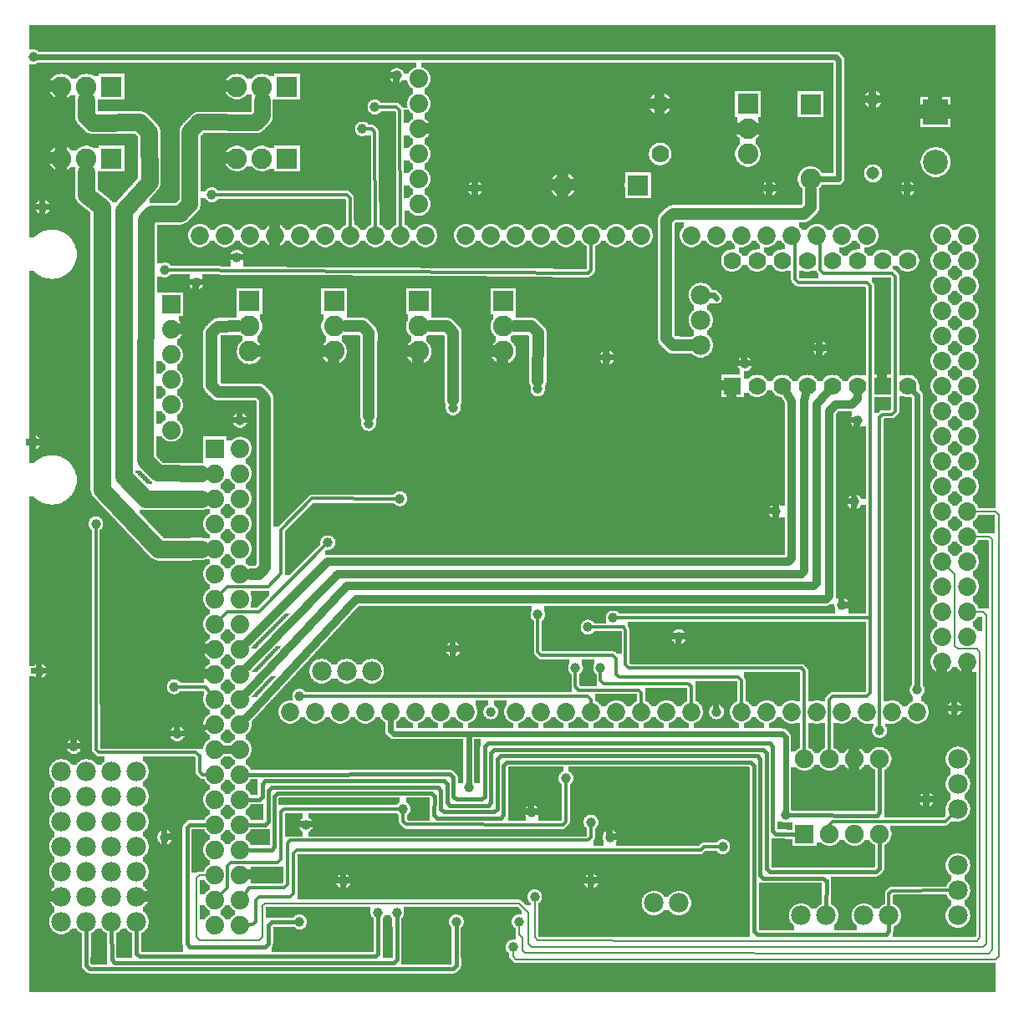
<source format=gbl>
G04 MADE WITH FRITZING*
G04 WWW.FRITZING.ORG*
G04 DOUBLE SIDED*
G04 HOLES PLATED*
G04 CONTOUR ON CENTER OF CONTOUR VECTOR*
%ASAXBY*%
%FSLAX23Y23*%
%MOIN*%
%OFA0B0*%
%SFA1.0B1.0*%
%ADD10C,0.075000*%
%ADD11C,0.039370*%
%ADD12C,0.074000*%
%ADD13C,0.070000*%
%ADD14C,0.078000*%
%ADD15C,0.072917*%
%ADD16C,0.082000*%
%ADD17C,0.051496*%
%ADD18C,0.099055*%
%ADD19R,0.074000X0.074000*%
%ADD20R,0.070000X0.070000*%
%ADD21R,0.075000X0.075000*%
%ADD22R,0.082000X0.082000*%
%ADD23R,0.099055X0.099055*%
%ADD24C,0.016000*%
%ADD25C,0.012000*%
%ADD26C,0.008000*%
%ADD27C,0.024000*%
%ADD28C,0.032000*%
%ADD29C,0.048000*%
%ADD30C,0.065000*%
%LNCOPPER0*%
G90*
G70*
G54D10*
X3503Y2266D03*
X3314Y2220D03*
X2671Y3587D03*
X608Y1913D03*
X1373Y1514D03*
X3196Y1358D03*
X2959Y1263D03*
X496Y3655D03*
X567Y905D03*
X2018Y874D03*
X3152Y860D03*
X2272Y866D03*
X3013Y344D03*
X3339Y3822D03*
G54D11*
X57Y2234D03*
X882Y2322D03*
X219Y1022D03*
G54D12*
X607Y2784D03*
X607Y2684D03*
X607Y2584D03*
X607Y2484D03*
X607Y2384D03*
X607Y2283D03*
G54D11*
X582Y659D03*
X82Y1322D03*
X94Y3172D03*
X1507Y3697D03*
X1144Y709D03*
X1744Y322D03*
X1507Y359D03*
X1432Y359D03*
X1119Y322D03*
X2281Y719D03*
X1970Y221D03*
X1994Y322D03*
X2057Y422D03*
X2181Y894D03*
X3582Y1247D03*
X2807Y622D03*
X307Y1909D03*
X582Y2922D03*
X707Y2872D03*
X1232Y1834D03*
X3619Y809D03*
X3344Y2322D03*
X3282Y1584D03*
X1294Y484D03*
X57Y3772D03*
X2357Y659D03*
X2269Y1497D03*
X2632Y1459D03*
X1794Y859D03*
X2282Y484D03*
X1519Y2009D03*
X1119Y1222D03*
X2219Y1334D03*
X2069Y1547D03*
X2319Y1334D03*
X2369Y1534D03*
X1732Y1409D03*
X2994Y3247D03*
X1819Y3247D03*
X3732Y1172D03*
X869Y2972D03*
X2344Y2572D03*
G54D13*
X2557Y3584D03*
X2557Y3384D03*
G54D11*
X1532Y772D03*
G54D12*
X1594Y3684D03*
X1594Y3584D03*
X1594Y3484D03*
X1594Y3384D03*
X1594Y3284D03*
X1594Y3184D03*
X1594Y3684D03*
X1594Y3584D03*
X1594Y3484D03*
X1594Y3384D03*
X1594Y3284D03*
X1594Y3184D03*
G54D11*
X619Y1259D03*
X3057Y747D03*
X1732Y2372D03*
X2069Y2447D03*
X1394Y2309D03*
X769Y3222D03*
X1369Y3484D03*
X1419Y3572D03*
X3432Y1084D03*
X1882Y1159D03*
X632Y1072D03*
X2782Y1159D03*
X3194Y2609D03*
X3019Y1959D03*
X3332Y1997D03*
G54D13*
X3544Y2959D03*
X3544Y2459D03*
X3444Y2959D03*
X3444Y2459D03*
X3344Y2959D03*
X3344Y2459D03*
X3244Y2959D03*
X3244Y2459D03*
X3144Y2959D03*
X3144Y2459D03*
X3044Y2959D03*
X3044Y2459D03*
X2944Y2959D03*
X2944Y2459D03*
X2844Y2959D03*
X2844Y2459D03*
G54D11*
X3544Y3247D03*
X2044Y759D03*
G54D14*
X469Y422D03*
X369Y422D03*
X269Y422D03*
X169Y422D03*
X469Y922D03*
X369Y922D03*
X269Y922D03*
X169Y922D03*
X169Y722D03*
X269Y722D03*
X369Y722D03*
X369Y522D03*
X169Y522D03*
X269Y522D03*
X469Y522D03*
X169Y322D03*
X269Y322D03*
X169Y822D03*
X269Y822D03*
X369Y822D03*
X469Y322D03*
X369Y622D03*
X469Y622D03*
X1407Y1322D03*
X1307Y1322D03*
X1207Y1322D03*
X169Y622D03*
X269Y622D03*
X469Y822D03*
X369Y322D03*
X469Y722D03*
G54D11*
X2894Y2547D03*
G54D10*
X3132Y672D03*
X3132Y972D03*
X3232Y672D03*
X3232Y972D03*
X3332Y672D03*
X3332Y972D03*
X3432Y672D03*
X3432Y972D03*
G54D12*
X882Y2209D03*
X882Y2109D03*
X882Y2009D03*
X882Y1909D03*
X882Y1809D03*
X882Y1709D03*
X882Y1609D03*
X882Y1509D03*
X882Y1409D03*
X882Y1309D03*
X882Y1209D03*
X882Y1109D03*
X882Y1009D03*
X882Y909D03*
X882Y809D03*
X882Y709D03*
X882Y609D03*
X882Y509D03*
X882Y409D03*
X882Y309D03*
X782Y2209D03*
X782Y2109D03*
X782Y2009D03*
X782Y1909D03*
X782Y1809D03*
X782Y1709D03*
X782Y1609D03*
X782Y1509D03*
X782Y1409D03*
X782Y1309D03*
X782Y1209D03*
X782Y1109D03*
X782Y1009D03*
X782Y909D03*
X782Y809D03*
X782Y709D03*
X782Y609D03*
X782Y509D03*
X782Y409D03*
X782Y309D03*
G54D15*
X2982Y1159D03*
X1382Y1159D03*
X3082Y1159D03*
X3182Y1159D03*
X3282Y1159D03*
X3382Y1159D03*
X3682Y2559D03*
X3482Y1159D03*
X3582Y1159D03*
X1422Y3059D03*
X1982Y1159D03*
X2082Y1159D03*
X2182Y1159D03*
X2282Y1159D03*
X3682Y1759D03*
X2382Y1159D03*
X2482Y1159D03*
X2582Y1159D03*
X2682Y1159D03*
X2182Y3059D03*
X3682Y2959D03*
X3682Y2159D03*
X3682Y1359D03*
X1022Y3059D03*
X1782Y1159D03*
X1782Y3059D03*
X3682Y2759D03*
X3682Y2359D03*
X3682Y1959D03*
X3382Y3059D03*
X3682Y1559D03*
X3282Y3059D03*
X3182Y3059D03*
X3082Y3059D03*
X2982Y3059D03*
X2882Y3059D03*
X2782Y3059D03*
X2682Y3059D03*
X822Y3059D03*
X1222Y3059D03*
X1622Y3059D03*
X1182Y1159D03*
X1582Y1159D03*
X2382Y3059D03*
X1982Y3059D03*
X3682Y3059D03*
X3682Y2859D03*
X3682Y2659D03*
X3682Y2459D03*
X3682Y2259D03*
X3682Y2059D03*
X3682Y1859D03*
X3682Y1659D03*
X3682Y1459D03*
X722Y3059D03*
X922Y3059D03*
X1122Y3059D03*
X1322Y3059D03*
X1522Y3059D03*
X1082Y1159D03*
X1282Y1159D03*
X1482Y1159D03*
X1682Y1159D03*
X2482Y3059D03*
X2282Y3059D03*
X2082Y3059D03*
X1882Y3059D03*
X3782Y3059D03*
X3782Y2959D03*
X3782Y2859D03*
X3782Y2759D03*
X3782Y2659D03*
X3782Y2559D03*
X3782Y2459D03*
X3782Y2359D03*
X3782Y2259D03*
X3782Y2159D03*
X3782Y2059D03*
X3782Y1959D03*
X3782Y1859D03*
X3782Y1759D03*
X3782Y1659D03*
X3782Y1559D03*
X3782Y1459D03*
X3782Y1359D03*
X2882Y1159D03*
G54D16*
X1257Y2797D03*
X1257Y2697D03*
X1257Y2597D03*
X1932Y2797D03*
X1932Y2697D03*
X1932Y2597D03*
X1594Y2797D03*
X1594Y2697D03*
X1594Y2597D03*
X919Y2797D03*
X919Y2697D03*
X919Y2597D03*
G54D14*
X3744Y347D03*
X3744Y447D03*
X3744Y547D03*
X3744Y972D03*
X3744Y872D03*
X3744Y772D03*
X2719Y2822D03*
X2719Y2722D03*
X2719Y2622D03*
X3119Y347D03*
X3219Y347D03*
X2632Y397D03*
X2532Y397D03*
X3469Y347D03*
X3369Y347D03*
G54D16*
X2907Y3584D03*
X2907Y3484D03*
X2907Y3384D03*
X2467Y3259D03*
X2169Y3259D03*
X3157Y3582D03*
X3157Y3284D03*
G54D17*
X3406Y3307D03*
X3406Y3602D03*
G54D16*
X369Y3366D03*
X269Y3366D03*
X169Y3366D03*
X1069Y3653D03*
X969Y3653D03*
X869Y3653D03*
X369Y3653D03*
X269Y3653D03*
X169Y3653D03*
X1069Y3366D03*
X969Y3366D03*
X869Y3366D03*
G54D18*
X3656Y3552D03*
X3656Y3352D03*
G54D19*
X607Y2784D03*
G54D20*
X2844Y2459D03*
X3444Y2459D03*
G54D21*
X3132Y672D03*
G54D19*
X782Y2209D03*
G54D22*
X1257Y2797D03*
X1932Y2797D03*
X1594Y2797D03*
X919Y2797D03*
X2907Y3584D03*
X2468Y3259D03*
X3157Y3583D03*
X369Y3366D03*
X1069Y3653D03*
X369Y3653D03*
X1069Y3366D03*
G54D23*
X3656Y3552D03*
G54D24*
X1745Y147D02*
X1744Y308D01*
D02*
X1732Y134D02*
X1745Y147D01*
D02*
X282Y134D02*
X1732Y134D01*
D02*
X269Y147D02*
X282Y134D01*
D02*
X269Y297D02*
X269Y147D01*
D02*
X1507Y171D02*
X1507Y346D01*
D02*
X1495Y159D02*
X1507Y171D01*
D02*
X382Y159D02*
X1495Y159D01*
D02*
X370Y171D02*
X382Y159D01*
D02*
X369Y297D02*
X370Y171D01*
D02*
X1432Y196D02*
X1432Y346D01*
D02*
X1420Y184D02*
X1432Y196D01*
D02*
X482Y184D02*
X1420Y184D01*
D02*
X469Y196D02*
X482Y184D01*
D02*
X469Y297D02*
X469Y196D01*
D02*
X1106Y322D02*
X1008Y322D01*
D02*
X1008Y322D02*
X995Y309D01*
D02*
X995Y309D02*
X995Y234D01*
D02*
X995Y234D02*
X982Y221D01*
D02*
X982Y221D02*
X682Y221D01*
D02*
X682Y221D02*
X670Y234D01*
D02*
X670Y234D02*
X670Y697D01*
D02*
X670Y697D02*
X682Y709D01*
D02*
X682Y709D02*
X756Y709D01*
G54D25*
D02*
X1081Y647D02*
X2269Y647D01*
D02*
X2269Y647D02*
X2282Y659D01*
D02*
X1070Y634D02*
X1081Y647D01*
D02*
X2282Y659D02*
X2281Y706D01*
D02*
X1070Y472D02*
X1070Y634D01*
D02*
X1057Y459D02*
X1070Y472D01*
D02*
X919Y459D02*
X1057Y459D01*
D02*
X894Y422D02*
X919Y459D01*
D02*
X900Y428D02*
X894Y422D01*
G54D26*
D02*
X2057Y408D02*
X2057Y260D01*
D02*
X2057Y260D02*
X2069Y247D01*
D02*
X2069Y247D02*
X2670Y246D01*
D02*
X2670Y246D02*
X3820Y246D01*
D02*
X3820Y246D02*
X3832Y260D01*
D02*
X3832Y260D02*
X3832Y797D01*
D02*
X3832Y797D02*
X3832Y1396D01*
D02*
X3832Y1396D02*
X3820Y1410D01*
D02*
X3820Y1410D02*
X3744Y1410D01*
D02*
X3744Y1410D02*
X3732Y1421D01*
D02*
X3732Y1421D02*
X3732Y1709D01*
D02*
X3732Y1709D02*
X3699Y1742D01*
G54D25*
D02*
X1532Y722D02*
X1532Y758D01*
D02*
X1544Y710D02*
X1532Y722D01*
D02*
X2170Y709D02*
X1544Y710D01*
D02*
X2181Y722D02*
X2170Y709D01*
D02*
X2181Y881D02*
X2181Y722D01*
G54D27*
D02*
X3582Y2422D02*
X3582Y1266D01*
D02*
X3563Y2441D02*
X3582Y2422D01*
G54D25*
D02*
X2731Y622D02*
X2720Y609D01*
D02*
X2720Y609D02*
X1107Y609D01*
D02*
X2793Y622D02*
X2731Y622D01*
D02*
X1107Y609D02*
X1094Y596D01*
D02*
X1094Y434D02*
X1082Y421D01*
D02*
X1094Y596D02*
X1094Y434D01*
D02*
X1082Y421D02*
X957Y421D01*
D02*
X957Y421D02*
X944Y409D01*
D02*
X944Y409D02*
X944Y321D01*
D02*
X944Y321D02*
X932Y310D01*
D02*
X932Y310D02*
X907Y309D01*
D02*
X720Y984D02*
X720Y922D01*
D02*
X720Y922D02*
X731Y909D01*
D02*
X731Y909D02*
X756Y909D01*
D02*
X706Y997D02*
X719Y984D01*
D02*
X319Y997D02*
X706Y997D01*
D02*
X307Y1009D02*
X319Y997D01*
D02*
X307Y1896D02*
X307Y1009D01*
D02*
X1232Y1834D02*
X1218Y1834D01*
D02*
X957Y1559D02*
X1232Y1834D01*
D02*
X832Y1559D02*
X957Y1559D01*
D02*
X800Y1527D02*
X832Y1559D01*
D02*
X3244Y722D02*
X3694Y722D01*
D02*
X3694Y722D02*
X3727Y754D01*
D02*
X3231Y709D02*
X3244Y722D01*
D02*
X3232Y695D02*
X3231Y709D01*
G54D27*
D02*
X2770Y2821D02*
X2782Y2809D01*
D02*
X2749Y2821D02*
X2770Y2821D01*
G54D25*
D02*
X2270Y2909D02*
X595Y2922D01*
D02*
X2282Y2922D02*
X2270Y2909D01*
D02*
X2282Y3035D02*
X2282Y2922D01*
G54D27*
D02*
X3257Y3772D02*
X3269Y3759D01*
D02*
X3269Y3284D02*
X3189Y3284D01*
D02*
X3269Y3759D02*
X3269Y3284D01*
D02*
X76Y3772D02*
X3257Y3772D01*
D02*
X1794Y878D02*
X1794Y1072D01*
G54D28*
D02*
X3220Y1609D02*
X1344Y1609D01*
D02*
X907Y1136D02*
X1344Y1609D01*
D02*
X1307Y1660D02*
X3169Y1660D01*
D02*
X907Y1236D02*
X1307Y1660D01*
D02*
X1270Y1709D02*
X3120Y1709D01*
D02*
X907Y1335D02*
X1270Y1709D01*
D02*
X1232Y1759D02*
X3069Y1759D01*
D02*
X908Y1435D02*
X1232Y1759D01*
G54D25*
D02*
X1169Y2010D02*
X1506Y2009D01*
D02*
X1045Y1885D02*
X1169Y2010D01*
D02*
X1045Y1710D02*
X1045Y1885D01*
D02*
X994Y1659D02*
X1045Y1710D01*
D02*
X832Y1659D02*
X994Y1659D01*
D02*
X800Y1627D02*
X832Y1659D01*
D02*
X744Y1259D02*
X633Y1259D01*
D02*
X766Y1230D02*
X744Y1259D01*
D02*
X2383Y1534D02*
X3394Y1534D01*
G54D29*
D02*
X2581Y2647D02*
X2582Y3122D01*
D02*
X2582Y3122D02*
X2607Y3146D01*
D02*
X2607Y2622D02*
X2581Y2647D01*
D02*
X3132Y3146D02*
X3158Y3172D01*
D02*
X3158Y3172D02*
X3157Y3241D01*
D02*
X2607Y3146D02*
X3132Y3146D01*
D02*
X2678Y2622D02*
X2607Y2622D01*
G54D25*
D02*
X2332Y1272D02*
X2669Y1272D01*
D02*
X2319Y1284D02*
X2332Y1272D01*
D02*
X2669Y1272D02*
X2681Y1260D01*
D02*
X2681Y1260D02*
X2682Y1184D01*
D02*
X2319Y1321D02*
X2319Y1284D01*
D02*
X2482Y1234D02*
X2482Y1184D01*
D02*
X2232Y1246D02*
X2470Y1246D01*
D02*
X2470Y1246D02*
X2482Y1234D01*
D02*
X2219Y1260D02*
X2232Y1246D01*
D02*
X2219Y1321D02*
X2219Y1260D01*
D02*
X3395Y1234D02*
X3382Y1222D01*
D02*
X3232Y1209D02*
X3232Y995D01*
D02*
X3245Y1222D02*
X3232Y1209D01*
D02*
X3382Y1222D02*
X3245Y1222D01*
D02*
X3394Y1534D02*
X3395Y1234D01*
D02*
X3394Y2859D02*
X3394Y1534D01*
D02*
X3381Y2871D02*
X3394Y2859D01*
D02*
X3107Y2872D02*
X3381Y2871D01*
D02*
X3095Y2884D02*
X3107Y2872D01*
D02*
X3095Y3059D02*
X3095Y2884D01*
D02*
X3107Y3059D02*
X3095Y3059D01*
G54D26*
D02*
X707Y497D02*
X720Y509D01*
D02*
X720Y509D02*
X756Y509D01*
D02*
X707Y260D02*
X707Y497D01*
D02*
X720Y247D02*
X707Y260D01*
D02*
X3857Y1546D02*
X3857Y235D01*
D02*
X3844Y1559D02*
X3857Y1546D01*
D02*
X3857Y235D02*
X3844Y221D01*
D02*
X970Y260D02*
X957Y247D01*
D02*
X970Y385D02*
X970Y260D01*
D02*
X982Y396D02*
X969Y385D01*
D02*
X1995Y396D02*
X982Y396D01*
D02*
X2019Y372D02*
X1995Y396D01*
D02*
X2045Y222D02*
X2032Y234D01*
D02*
X2032Y234D02*
X2032Y359D01*
D02*
X2032Y359D02*
X2019Y372D01*
D02*
X3844Y221D02*
X2045Y222D01*
D02*
X957Y247D02*
X720Y247D01*
D02*
X3807Y1559D02*
X3844Y1559D01*
G54D25*
D02*
X1044Y760D02*
X1044Y572D01*
D02*
X1044Y572D02*
X1032Y559D01*
D02*
X1057Y771D02*
X1044Y760D01*
D02*
X1032Y559D02*
X844Y559D01*
D02*
X844Y559D02*
X831Y546D01*
D02*
X1518Y772D02*
X1057Y771D01*
D02*
X831Y459D02*
X800Y427D01*
D02*
X831Y546D02*
X831Y459D01*
G54D28*
D02*
X819Y1009D02*
X845Y1009D01*
G54D25*
D02*
X2069Y1533D02*
X2069Y1397D01*
D02*
X2882Y1284D02*
X2882Y1184D01*
D02*
X2869Y1297D02*
X2882Y1284D01*
D02*
X2395Y1297D02*
X2869Y1297D01*
D02*
X2382Y1309D02*
X2395Y1297D01*
D02*
X2382Y1371D02*
X2382Y1309D01*
D02*
X2369Y1384D02*
X2382Y1371D01*
D02*
X2082Y1384D02*
X2369Y1384D01*
D02*
X2069Y1397D02*
X2082Y1384D01*
G54D27*
D02*
X752Y1102D02*
X650Y1076D01*
G54D24*
D02*
X3432Y759D02*
X3432Y949D01*
D02*
X3420Y746D02*
X3432Y759D01*
G54D27*
D02*
X3057Y1059D02*
X3057Y766D01*
G54D24*
D02*
X3420Y746D02*
X3070Y747D01*
G54D25*
D02*
X3482Y446D02*
X3720Y447D01*
D02*
X3469Y434D02*
X3482Y446D01*
D02*
X3469Y371D02*
X3469Y434D01*
G54D27*
D02*
X1794Y1072D02*
X1494Y1072D01*
D02*
X3045Y1072D02*
X1794Y1072D01*
D02*
X3057Y1059D02*
X3045Y1072D01*
D02*
X1482Y1084D02*
X1494Y1072D01*
D02*
X1482Y1129D02*
X1482Y1084D01*
G54D29*
D02*
X1395Y2671D02*
X1394Y2339D01*
D02*
X1370Y2697D02*
X1395Y2671D01*
D02*
X1300Y2697D02*
X1370Y2697D01*
D02*
X957Y1709D02*
X924Y1709D01*
D02*
X982Y1734D02*
X957Y1709D01*
D02*
X769Y2671D02*
X769Y2460D01*
D02*
X957Y2434D02*
X982Y2409D01*
D02*
X795Y2434D02*
X957Y2434D01*
D02*
X795Y2696D02*
X769Y2671D01*
D02*
X769Y2460D02*
X795Y2434D01*
D02*
X982Y2409D02*
X982Y1734D01*
D02*
X876Y2697D02*
X795Y2696D01*
D02*
X1733Y2671D02*
X1707Y2697D01*
D02*
X1732Y2402D02*
X1733Y2671D01*
D02*
X1707Y2697D02*
X1638Y2697D01*
D02*
X2070Y2671D02*
X2069Y2477D01*
D02*
X2044Y2697D02*
X2070Y2671D01*
D02*
X1975Y2697D02*
X2044Y2697D01*
G54D28*
D02*
X3344Y2409D02*
X3344Y2428D01*
D02*
X3320Y2384D02*
X3344Y2409D01*
D02*
X3257Y2384D02*
X3320Y2384D01*
D02*
X3232Y2359D02*
X3257Y2384D01*
D02*
X3232Y1622D02*
X3232Y2359D01*
D02*
X3220Y1609D02*
X3232Y1622D01*
D02*
X3182Y2385D02*
X3224Y2435D01*
D02*
X3181Y1672D02*
X3182Y2385D01*
D02*
X3169Y1660D02*
X3181Y1672D01*
D02*
X3069Y1759D02*
X3082Y1772D01*
D02*
X3082Y1772D02*
X3082Y2397D01*
D02*
X3082Y2397D02*
X3061Y2432D01*
D02*
X3120Y1709D02*
X3132Y1721D01*
D02*
X3132Y1721D02*
X3132Y2397D01*
D02*
X3132Y2397D02*
X3138Y2428D01*
G54D25*
D02*
X3132Y1322D02*
X3120Y1334D01*
D02*
X2419Y1484D02*
X2412Y1497D01*
D02*
X2419Y1347D02*
X2419Y1484D01*
D02*
X2431Y1334D02*
X2419Y1347D01*
D02*
X2412Y1497D02*
X2283Y1497D01*
D02*
X3120Y1334D02*
X2431Y1334D01*
D02*
X3132Y995D02*
X3132Y1322D01*
G54D30*
D02*
X506Y2160D02*
X507Y3121D01*
D02*
X507Y3121D02*
X531Y3146D01*
D02*
X556Y2110D02*
X506Y2160D01*
D02*
X531Y3146D02*
X644Y3146D01*
D02*
X729Y2109D02*
X556Y2110D01*
D02*
X644Y3146D02*
X682Y3184D01*
D02*
X970Y3534D02*
X970Y3599D01*
D02*
X944Y3509D02*
X970Y3534D01*
D02*
X682Y3471D02*
X719Y3510D01*
D02*
X719Y3510D02*
X944Y3509D01*
D02*
X682Y3183D02*
X682Y3471D01*
G54D13*
D02*
X419Y2097D02*
X419Y3159D01*
D02*
X269Y3534D02*
X269Y3599D01*
D02*
X482Y3510D02*
X294Y3509D01*
D02*
X519Y3471D02*
X482Y3510D01*
D02*
X294Y3509D02*
X269Y3534D01*
D02*
X520Y3271D02*
X519Y3471D01*
D02*
X419Y3159D02*
X520Y3271D01*
D02*
X506Y2009D02*
X419Y2097D01*
D02*
X729Y2009D02*
X506Y2009D01*
D02*
X556Y1809D02*
X332Y2046D01*
D02*
X332Y2046D02*
X332Y3172D01*
D02*
X729Y1809D02*
X556Y1809D01*
D02*
X269Y3221D02*
X269Y3312D01*
D02*
X332Y3172D02*
X269Y3221D01*
G54D25*
D02*
X1307Y3222D02*
X783Y3222D01*
D02*
X1320Y3209D02*
X1307Y3222D01*
D02*
X1322Y3084D02*
X1320Y3209D01*
D02*
X1407Y3484D02*
X1383Y3484D01*
D02*
X1419Y3472D02*
X1407Y3484D01*
D02*
X1422Y3084D02*
X1419Y3472D01*
D02*
X1532Y3059D02*
X1522Y3059D01*
D02*
X1519Y3559D02*
X1522Y3084D01*
D02*
X1506Y3572D02*
X1519Y3559D01*
D02*
X1433Y3572D02*
X1506Y3572D01*
D02*
X3432Y2334D02*
X3432Y1098D01*
D02*
X3482Y2346D02*
X3444Y2346D01*
D02*
X3444Y2346D02*
X3432Y2334D01*
D02*
X3495Y2359D02*
X3482Y2346D01*
D02*
X3494Y2896D02*
X3495Y2359D01*
D02*
X3481Y2909D02*
X3494Y2896D01*
D02*
X3207Y2909D02*
X3481Y2909D01*
D02*
X3195Y2921D02*
X3207Y2909D01*
D02*
X3194Y3059D02*
X3195Y2921D01*
D02*
X3207Y3059D02*
X3194Y3059D01*
G54D24*
D02*
X3469Y285D02*
X3469Y322D01*
D02*
X3457Y271D02*
X3469Y285D01*
D02*
X2945Y271D02*
X3457Y271D01*
D02*
X2931Y285D02*
X2945Y271D01*
D02*
X1920Y985D02*
X2945Y985D01*
D02*
X1907Y972D02*
X1920Y985D01*
D02*
X1907Y771D02*
X1907Y972D01*
D02*
X1894Y760D02*
X1907Y771D01*
D02*
X1695Y760D02*
X1894Y760D01*
D02*
X2956Y972D02*
X2956Y509D01*
D02*
X2956Y509D02*
X2969Y496D01*
D02*
X2945Y985D02*
X2956Y972D01*
D02*
X2969Y496D02*
X3206Y496D01*
D02*
X3206Y496D02*
X3220Y484D01*
D02*
X1682Y771D02*
X1695Y760D01*
D02*
X1682Y846D02*
X1682Y771D01*
D02*
X1670Y859D02*
X1682Y846D01*
D02*
X3220Y484D02*
X3219Y371D01*
D02*
X1007Y859D02*
X1670Y859D01*
D02*
X994Y846D02*
X1007Y859D01*
D02*
X994Y722D02*
X994Y846D01*
D02*
X981Y709D02*
X994Y722D01*
D02*
X907Y709D02*
X981Y709D01*
D02*
X1019Y821D02*
X1019Y622D01*
D02*
X1019Y622D02*
X1007Y609D01*
D02*
X1032Y834D02*
X1019Y821D01*
D02*
X1644Y834D02*
X1032Y834D01*
D02*
X1657Y821D02*
X1644Y834D01*
D02*
X1656Y747D02*
X1657Y821D01*
D02*
X1669Y734D02*
X1656Y747D01*
D02*
X2919Y959D02*
X1944Y959D01*
D02*
X2932Y946D02*
X2919Y959D01*
D02*
X1944Y959D02*
X1932Y946D01*
D02*
X1932Y946D02*
X1932Y747D01*
D02*
X1932Y747D02*
X1920Y734D01*
D02*
X1920Y734D02*
X1669Y734D01*
D02*
X1007Y609D02*
X907Y609D01*
D02*
X2931Y285D02*
X2932Y946D01*
G54D26*
D02*
X3869Y196D02*
X3882Y210D01*
D02*
X3869Y1859D02*
X3807Y1859D01*
D02*
X1994Y308D02*
X1994Y272D01*
D02*
X2019Y197D02*
X3869Y196D01*
D02*
X2007Y209D02*
X2019Y197D01*
D02*
X2007Y259D02*
X2007Y209D01*
D02*
X1994Y272D02*
X2007Y259D01*
D02*
X3882Y210D02*
X3882Y1847D01*
D02*
X3882Y1847D02*
X3869Y1859D01*
D02*
X3907Y184D02*
X3907Y1946D01*
D02*
X3907Y1946D02*
X3895Y1959D01*
D02*
X1970Y208D02*
X1970Y184D01*
D02*
X1970Y184D02*
X1982Y172D01*
D02*
X1982Y172D02*
X3894Y171D01*
D02*
X3894Y171D02*
X3907Y184D01*
D02*
X3895Y1959D02*
X3807Y1959D01*
G54D24*
D02*
X1719Y910D02*
X1732Y897D01*
D02*
X1744Y810D02*
X1844Y810D01*
D02*
X1844Y810D02*
X1857Y821D01*
D02*
X1732Y821D02*
X1744Y810D01*
D02*
X3006Y684D02*
X3019Y672D01*
D02*
X3019Y672D02*
X3109Y672D01*
D02*
X3006Y1022D02*
X3006Y684D01*
D02*
X2995Y1035D02*
X3006Y1022D01*
D02*
X1870Y1035D02*
X2995Y1035D01*
D02*
X1857Y1022D02*
X1870Y1035D01*
D02*
X1857Y821D02*
X1857Y1022D01*
D02*
X1732Y897D02*
X1732Y821D01*
D02*
X907Y909D02*
X1719Y910D01*
D02*
X981Y884D02*
X1695Y884D01*
D02*
X970Y872D02*
X981Y884D01*
D02*
X1708Y872D02*
X1707Y797D01*
D02*
X1707Y797D02*
X1719Y784D01*
D02*
X1695Y884D02*
X1708Y872D01*
D02*
X2995Y522D02*
X3419Y522D01*
D02*
X2982Y996D02*
X2982Y535D01*
D02*
X2982Y535D02*
X2995Y522D01*
D02*
X2969Y1009D02*
X2982Y996D01*
D02*
X1894Y1009D02*
X2969Y1009D01*
D02*
X1881Y996D02*
X1894Y1009D01*
D02*
X1881Y797D02*
X1881Y996D01*
D02*
X1870Y784D02*
X1881Y797D01*
D02*
X1719Y784D02*
X1870Y784D01*
D02*
X3432Y534D02*
X3432Y649D01*
D02*
X3419Y522D02*
X3432Y534D01*
D02*
X957Y809D02*
X970Y822D01*
D02*
X970Y821D02*
X970Y872D01*
D02*
X907Y809D02*
X957Y809D01*
G54D25*
D02*
X2282Y1209D02*
X2269Y1221D01*
D02*
X2282Y1184D02*
X2282Y1209D01*
D02*
X2269Y1221D02*
X1133Y1222D01*
G36*
X1534Y3563D02*
X1534Y3553D01*
X1536Y3553D01*
X1536Y3509D01*
X1556Y3509D01*
X1556Y3513D01*
X1558Y3513D01*
X1558Y3515D01*
X1560Y3515D01*
X1560Y3517D01*
X1562Y3517D01*
X1562Y3519D01*
X1564Y3519D01*
X1564Y3521D01*
X1566Y3521D01*
X1566Y3523D01*
X1570Y3523D01*
X1570Y3545D01*
X1568Y3545D01*
X1568Y3547D01*
X1564Y3547D01*
X1564Y3549D01*
X1562Y3549D01*
X1562Y3551D01*
X1560Y3551D01*
X1560Y3553D01*
X1558Y3553D01*
X1558Y3557D01*
X1556Y3557D01*
X1556Y3559D01*
X1554Y3559D01*
X1554Y3563D01*
X1534Y3563D01*
G37*
D02*
G36*
X1536Y3459D02*
X1536Y3409D01*
X1556Y3409D01*
X1556Y3413D01*
X1558Y3413D01*
X1558Y3415D01*
X1560Y3415D01*
X1560Y3417D01*
X1562Y3417D01*
X1562Y3419D01*
X1564Y3419D01*
X1564Y3421D01*
X1566Y3421D01*
X1566Y3423D01*
X1570Y3423D01*
X1570Y3445D01*
X1568Y3445D01*
X1568Y3447D01*
X1564Y3447D01*
X1564Y3449D01*
X1562Y3449D01*
X1562Y3451D01*
X1560Y3451D01*
X1560Y3453D01*
X1558Y3453D01*
X1558Y3457D01*
X1556Y3457D01*
X1556Y3459D01*
X1536Y3459D01*
G37*
D02*
G36*
X1536Y3359D02*
X1536Y3309D01*
X1556Y3309D01*
X1556Y3313D01*
X1558Y3313D01*
X1558Y3315D01*
X1560Y3315D01*
X1560Y3317D01*
X1562Y3317D01*
X1562Y3319D01*
X1564Y3319D01*
X1564Y3321D01*
X1566Y3321D01*
X1566Y3323D01*
X1570Y3323D01*
X1570Y3345D01*
X1568Y3345D01*
X1568Y3347D01*
X1564Y3347D01*
X1564Y3349D01*
X1562Y3349D01*
X1562Y3351D01*
X1560Y3351D01*
X1560Y3353D01*
X1558Y3353D01*
X1558Y3357D01*
X1556Y3357D01*
X1556Y3359D01*
X1536Y3359D01*
G37*
D02*
G36*
X1536Y3259D02*
X1536Y3209D01*
X1556Y3209D01*
X1556Y3213D01*
X1558Y3213D01*
X1558Y3215D01*
X1560Y3215D01*
X1560Y3217D01*
X1562Y3217D01*
X1562Y3219D01*
X1564Y3219D01*
X1564Y3221D01*
X1566Y3221D01*
X1566Y3223D01*
X1570Y3223D01*
X1570Y3245D01*
X1568Y3245D01*
X1568Y3247D01*
X1564Y3247D01*
X1564Y3249D01*
X1562Y3249D01*
X1562Y3251D01*
X1560Y3251D01*
X1560Y3253D01*
X1558Y3253D01*
X1558Y3257D01*
X1556Y3257D01*
X1556Y3259D01*
X1536Y3259D01*
G37*
D02*
G36*
X2922Y3037D02*
X2922Y3035D01*
X2920Y3035D01*
X2920Y3031D01*
X2918Y3031D01*
X2918Y3029D01*
X2916Y3029D01*
X2916Y3027D01*
X2914Y3027D01*
X2914Y3025D01*
X2912Y3025D01*
X2912Y3023D01*
X2910Y3023D01*
X2910Y3021D01*
X2906Y3021D01*
X2906Y3019D01*
X2902Y3019D01*
X2902Y3017D01*
X2898Y3017D01*
X2898Y3015D01*
X2892Y3015D01*
X2892Y3013D01*
X2870Y3013D01*
X2870Y2995D01*
X2872Y2995D01*
X2872Y2993D01*
X2874Y2993D01*
X2874Y2991D01*
X2876Y2991D01*
X2876Y2989D01*
X2878Y2989D01*
X2878Y2987D01*
X2880Y2987D01*
X2880Y2985D01*
X2882Y2985D01*
X2882Y2981D01*
X2884Y2981D01*
X2884Y2979D01*
X2904Y2979D01*
X2904Y2981D01*
X2906Y2981D01*
X2906Y2983D01*
X2908Y2983D01*
X2908Y2987D01*
X2910Y2987D01*
X2910Y2989D01*
X2912Y2989D01*
X2912Y2991D01*
X2914Y2991D01*
X2914Y2993D01*
X2916Y2993D01*
X2916Y2995D01*
X2918Y2995D01*
X2918Y2997D01*
X2922Y2997D01*
X2922Y2999D01*
X2926Y2999D01*
X2926Y3001D01*
X2932Y3001D01*
X2932Y3003D01*
X2942Y3003D01*
X2942Y3005D01*
X2954Y3005D01*
X2954Y3023D01*
X2952Y3023D01*
X2952Y3025D01*
X2950Y3025D01*
X2950Y3027D01*
X2948Y3027D01*
X2948Y3029D01*
X2946Y3029D01*
X2946Y3031D01*
X2944Y3031D01*
X2944Y3033D01*
X2942Y3033D01*
X2942Y3037D01*
X2922Y3037D01*
G37*
D02*
G36*
X3022Y3037D02*
X3022Y3035D01*
X3020Y3035D01*
X3020Y3031D01*
X3018Y3031D01*
X3018Y3029D01*
X3016Y3029D01*
X3016Y3027D01*
X3014Y3027D01*
X3014Y3025D01*
X3012Y3025D01*
X3012Y3023D01*
X3010Y3023D01*
X3010Y3021D01*
X3006Y3021D01*
X3006Y3019D01*
X3002Y3019D01*
X3002Y3017D01*
X2998Y3017D01*
X2998Y3015D01*
X2992Y3015D01*
X2992Y3013D01*
X2970Y3013D01*
X2970Y2995D01*
X2972Y2995D01*
X2972Y2993D01*
X2974Y2993D01*
X2974Y2991D01*
X2976Y2991D01*
X2976Y2989D01*
X2978Y2989D01*
X2978Y2987D01*
X2980Y2987D01*
X2980Y2985D01*
X2982Y2985D01*
X2982Y2981D01*
X2984Y2981D01*
X2984Y2979D01*
X3004Y2979D01*
X3004Y2981D01*
X3006Y2981D01*
X3006Y2983D01*
X3008Y2983D01*
X3008Y2987D01*
X3010Y2987D01*
X3010Y2989D01*
X3012Y2989D01*
X3012Y2991D01*
X3014Y2991D01*
X3014Y2993D01*
X3016Y2993D01*
X3016Y2995D01*
X3018Y2995D01*
X3018Y2997D01*
X3022Y2997D01*
X3022Y2999D01*
X3026Y2999D01*
X3026Y3001D01*
X3032Y3001D01*
X3032Y3003D01*
X3042Y3003D01*
X3042Y3005D01*
X3054Y3005D01*
X3054Y3023D01*
X3052Y3023D01*
X3052Y3025D01*
X3050Y3025D01*
X3050Y3027D01*
X3048Y3027D01*
X3048Y3029D01*
X3046Y3029D01*
X3046Y3031D01*
X3044Y3031D01*
X3044Y3033D01*
X3042Y3033D01*
X3042Y3037D01*
X3022Y3037D01*
G37*
D02*
G36*
X3322Y3037D02*
X3322Y3035D01*
X3320Y3035D01*
X3320Y3031D01*
X3318Y3031D01*
X3318Y3029D01*
X3316Y3029D01*
X3316Y3027D01*
X3314Y3027D01*
X3314Y3025D01*
X3312Y3025D01*
X3312Y3023D01*
X3310Y3023D01*
X3310Y3021D01*
X3306Y3021D01*
X3306Y3019D01*
X3302Y3019D01*
X3302Y3017D01*
X3298Y3017D01*
X3298Y3015D01*
X3292Y3015D01*
X3292Y3013D01*
X3270Y3013D01*
X3270Y2995D01*
X3272Y2995D01*
X3272Y2993D01*
X3274Y2993D01*
X3274Y2991D01*
X3276Y2991D01*
X3276Y2989D01*
X3278Y2989D01*
X3278Y2987D01*
X3280Y2987D01*
X3280Y2985D01*
X3282Y2985D01*
X3282Y2981D01*
X3284Y2981D01*
X3284Y2979D01*
X3304Y2979D01*
X3304Y2981D01*
X3306Y2981D01*
X3306Y2983D01*
X3308Y2983D01*
X3308Y2987D01*
X3310Y2987D01*
X3310Y2989D01*
X3312Y2989D01*
X3312Y2991D01*
X3314Y2991D01*
X3314Y2993D01*
X3316Y2993D01*
X3316Y2995D01*
X3318Y2995D01*
X3318Y2997D01*
X3322Y2997D01*
X3322Y2999D01*
X3326Y2999D01*
X3326Y3001D01*
X3332Y3001D01*
X3332Y3003D01*
X3342Y3003D01*
X3342Y3005D01*
X3354Y3005D01*
X3354Y3023D01*
X3352Y3023D01*
X3352Y3025D01*
X3350Y3025D01*
X3350Y3027D01*
X3348Y3027D01*
X3348Y3029D01*
X3346Y3029D01*
X3346Y3031D01*
X3344Y3031D01*
X3344Y3033D01*
X3342Y3033D01*
X3342Y3037D01*
X3322Y3037D01*
G37*
D02*
G36*
X3722Y3037D02*
X3722Y3035D01*
X3720Y3035D01*
X3720Y3031D01*
X3718Y3031D01*
X3718Y3029D01*
X3716Y3029D01*
X3716Y3027D01*
X3714Y3027D01*
X3714Y3025D01*
X3712Y3025D01*
X3712Y3023D01*
X3710Y3023D01*
X3710Y3021D01*
X3706Y3021D01*
X3706Y3019D01*
X3704Y3019D01*
X3704Y2999D01*
X3708Y2999D01*
X3708Y2997D01*
X3710Y2997D01*
X3710Y2995D01*
X3712Y2995D01*
X3712Y2993D01*
X3714Y2993D01*
X3714Y2991D01*
X3716Y2991D01*
X3716Y2989D01*
X3718Y2989D01*
X3718Y2987D01*
X3720Y2987D01*
X3720Y2983D01*
X3722Y2983D01*
X3722Y2981D01*
X3742Y2981D01*
X3742Y2985D01*
X3744Y2985D01*
X3744Y2987D01*
X3746Y2987D01*
X3746Y2989D01*
X3748Y2989D01*
X3748Y2991D01*
X3750Y2991D01*
X3750Y2993D01*
X3752Y2993D01*
X3752Y2995D01*
X3754Y2995D01*
X3754Y2997D01*
X3756Y2997D01*
X3756Y2999D01*
X3760Y2999D01*
X3760Y3019D01*
X3758Y3019D01*
X3758Y3021D01*
X3754Y3021D01*
X3754Y3023D01*
X3752Y3023D01*
X3752Y3025D01*
X3750Y3025D01*
X3750Y3027D01*
X3748Y3027D01*
X3748Y3029D01*
X3746Y3029D01*
X3746Y3031D01*
X3744Y3031D01*
X3744Y3033D01*
X3742Y3033D01*
X3742Y3037D01*
X3722Y3037D01*
G37*
D02*
G36*
X3722Y2937D02*
X3722Y2935D01*
X3720Y2935D01*
X3720Y2931D01*
X3718Y2931D01*
X3718Y2929D01*
X3716Y2929D01*
X3716Y2927D01*
X3714Y2927D01*
X3714Y2925D01*
X3712Y2925D01*
X3712Y2923D01*
X3710Y2923D01*
X3710Y2921D01*
X3706Y2921D01*
X3706Y2919D01*
X3704Y2919D01*
X3704Y2899D01*
X3708Y2899D01*
X3708Y2897D01*
X3710Y2897D01*
X3710Y2895D01*
X3712Y2895D01*
X3712Y2893D01*
X3714Y2893D01*
X3714Y2891D01*
X3716Y2891D01*
X3716Y2889D01*
X3718Y2889D01*
X3718Y2887D01*
X3720Y2887D01*
X3720Y2883D01*
X3722Y2883D01*
X3722Y2881D01*
X3742Y2881D01*
X3742Y2885D01*
X3744Y2885D01*
X3744Y2887D01*
X3746Y2887D01*
X3746Y2889D01*
X3748Y2889D01*
X3748Y2891D01*
X3750Y2891D01*
X3750Y2893D01*
X3752Y2893D01*
X3752Y2895D01*
X3754Y2895D01*
X3754Y2897D01*
X3756Y2897D01*
X3756Y2899D01*
X3760Y2899D01*
X3760Y2919D01*
X3758Y2919D01*
X3758Y2921D01*
X3754Y2921D01*
X3754Y2923D01*
X3752Y2923D01*
X3752Y2925D01*
X3750Y2925D01*
X3750Y2927D01*
X3748Y2927D01*
X3748Y2929D01*
X3746Y2929D01*
X3746Y2931D01*
X3744Y2931D01*
X3744Y2933D01*
X3742Y2933D01*
X3742Y2937D01*
X3722Y2937D01*
G37*
D02*
G36*
X3110Y2917D02*
X3110Y2915D01*
X3132Y2915D01*
X3132Y2917D01*
X3110Y2917D01*
G37*
D02*
G36*
X3156Y2917D02*
X3156Y2915D01*
X3180Y2915D01*
X3180Y2917D01*
X3156Y2917D01*
G37*
D02*
G36*
X3110Y2915D02*
X3110Y2913D01*
X3180Y2913D01*
X3180Y2915D01*
X3110Y2915D01*
G37*
D02*
G36*
X3110Y2915D02*
X3110Y2913D01*
X3180Y2913D01*
X3180Y2915D01*
X3110Y2915D01*
G37*
D02*
G36*
X3110Y2913D02*
X3110Y2891D01*
X3112Y2891D01*
X3112Y2889D01*
X3114Y2889D01*
X3114Y2887D01*
X3188Y2887D01*
X3188Y2907D01*
X3186Y2907D01*
X3186Y2909D01*
X3184Y2909D01*
X3184Y2911D01*
X3182Y2911D01*
X3182Y2913D01*
X3110Y2913D01*
G37*
D02*
G36*
X3402Y2893D02*
X3402Y2873D01*
X3404Y2873D01*
X3404Y2871D01*
X3406Y2871D01*
X3406Y2867D01*
X3408Y2867D01*
X3408Y2865D01*
X3410Y2865D01*
X3410Y2505D01*
X3478Y2505D01*
X3478Y2891D01*
X3476Y2891D01*
X3476Y2893D01*
X3402Y2893D01*
G37*
D02*
G36*
X3722Y2837D02*
X3722Y2835D01*
X3720Y2835D01*
X3720Y2831D01*
X3718Y2831D01*
X3718Y2829D01*
X3716Y2829D01*
X3716Y2827D01*
X3714Y2827D01*
X3714Y2825D01*
X3712Y2825D01*
X3712Y2823D01*
X3710Y2823D01*
X3710Y2821D01*
X3706Y2821D01*
X3706Y2819D01*
X3704Y2819D01*
X3704Y2799D01*
X3708Y2799D01*
X3708Y2797D01*
X3710Y2797D01*
X3710Y2795D01*
X3712Y2795D01*
X3712Y2793D01*
X3714Y2793D01*
X3714Y2791D01*
X3716Y2791D01*
X3716Y2789D01*
X3718Y2789D01*
X3718Y2787D01*
X3720Y2787D01*
X3720Y2783D01*
X3722Y2783D01*
X3722Y2781D01*
X3742Y2781D01*
X3742Y2785D01*
X3744Y2785D01*
X3744Y2787D01*
X3746Y2787D01*
X3746Y2789D01*
X3748Y2789D01*
X3748Y2791D01*
X3750Y2791D01*
X3750Y2793D01*
X3752Y2793D01*
X3752Y2795D01*
X3754Y2795D01*
X3754Y2797D01*
X3756Y2797D01*
X3756Y2799D01*
X3760Y2799D01*
X3760Y2819D01*
X3758Y2819D01*
X3758Y2821D01*
X3754Y2821D01*
X3754Y2823D01*
X3752Y2823D01*
X3752Y2825D01*
X3750Y2825D01*
X3750Y2827D01*
X3748Y2827D01*
X3748Y2829D01*
X3746Y2829D01*
X3746Y2831D01*
X3744Y2831D01*
X3744Y2833D01*
X3742Y2833D01*
X3742Y2837D01*
X3722Y2837D01*
G37*
D02*
G36*
X3722Y2737D02*
X3722Y2735D01*
X3720Y2735D01*
X3720Y2731D01*
X3718Y2731D01*
X3718Y2729D01*
X3716Y2729D01*
X3716Y2727D01*
X3714Y2727D01*
X3714Y2725D01*
X3712Y2725D01*
X3712Y2723D01*
X3710Y2723D01*
X3710Y2721D01*
X3706Y2721D01*
X3706Y2719D01*
X3704Y2719D01*
X3704Y2699D01*
X3708Y2699D01*
X3708Y2697D01*
X3710Y2697D01*
X3710Y2695D01*
X3712Y2695D01*
X3712Y2693D01*
X3714Y2693D01*
X3714Y2691D01*
X3716Y2691D01*
X3716Y2689D01*
X3718Y2689D01*
X3718Y2687D01*
X3720Y2687D01*
X3720Y2683D01*
X3722Y2683D01*
X3722Y2681D01*
X3742Y2681D01*
X3742Y2685D01*
X3744Y2685D01*
X3744Y2687D01*
X3746Y2687D01*
X3746Y2689D01*
X3748Y2689D01*
X3748Y2691D01*
X3750Y2691D01*
X3750Y2693D01*
X3752Y2693D01*
X3752Y2695D01*
X3754Y2695D01*
X3754Y2697D01*
X3756Y2697D01*
X3756Y2699D01*
X3760Y2699D01*
X3760Y2719D01*
X3758Y2719D01*
X3758Y2721D01*
X3754Y2721D01*
X3754Y2723D01*
X3752Y2723D01*
X3752Y2725D01*
X3750Y2725D01*
X3750Y2727D01*
X3748Y2727D01*
X3748Y2729D01*
X3746Y2729D01*
X3746Y2731D01*
X3744Y2731D01*
X3744Y2733D01*
X3742Y2733D01*
X3742Y2737D01*
X3722Y2737D01*
G37*
D02*
G36*
X3722Y2637D02*
X3722Y2635D01*
X3720Y2635D01*
X3720Y2631D01*
X3718Y2631D01*
X3718Y2629D01*
X3716Y2629D01*
X3716Y2627D01*
X3714Y2627D01*
X3714Y2625D01*
X3712Y2625D01*
X3712Y2623D01*
X3710Y2623D01*
X3710Y2621D01*
X3706Y2621D01*
X3706Y2619D01*
X3704Y2619D01*
X3704Y2599D01*
X3708Y2599D01*
X3708Y2597D01*
X3710Y2597D01*
X3710Y2595D01*
X3712Y2595D01*
X3712Y2593D01*
X3714Y2593D01*
X3714Y2591D01*
X3716Y2591D01*
X3716Y2589D01*
X3718Y2589D01*
X3718Y2587D01*
X3720Y2587D01*
X3720Y2583D01*
X3722Y2583D01*
X3722Y2581D01*
X3742Y2581D01*
X3742Y2585D01*
X3744Y2585D01*
X3744Y2587D01*
X3746Y2587D01*
X3746Y2589D01*
X3748Y2589D01*
X3748Y2591D01*
X3750Y2591D01*
X3750Y2593D01*
X3752Y2593D01*
X3752Y2595D01*
X3754Y2595D01*
X3754Y2597D01*
X3756Y2597D01*
X3756Y2599D01*
X3760Y2599D01*
X3760Y2619D01*
X3758Y2619D01*
X3758Y2621D01*
X3754Y2621D01*
X3754Y2623D01*
X3752Y2623D01*
X3752Y2625D01*
X3750Y2625D01*
X3750Y2627D01*
X3748Y2627D01*
X3748Y2629D01*
X3746Y2629D01*
X3746Y2631D01*
X3744Y2631D01*
X3744Y2633D01*
X3742Y2633D01*
X3742Y2637D01*
X3722Y2637D01*
G37*
D02*
G36*
X548Y2559D02*
X548Y2507D01*
X568Y2507D01*
X568Y2511D01*
X570Y2511D01*
X570Y2513D01*
X572Y2513D01*
X572Y2515D01*
X574Y2515D01*
X574Y2517D01*
X576Y2517D01*
X576Y2519D01*
X578Y2519D01*
X578Y2521D01*
X580Y2521D01*
X580Y2523D01*
X584Y2523D01*
X584Y2543D01*
X582Y2543D01*
X582Y2545D01*
X580Y2545D01*
X580Y2547D01*
X576Y2547D01*
X576Y2549D01*
X574Y2549D01*
X574Y2551D01*
X572Y2551D01*
X572Y2553D01*
X570Y2553D01*
X570Y2557D01*
X568Y2557D01*
X568Y2559D01*
X548Y2559D01*
G37*
D02*
G36*
X3722Y2537D02*
X3722Y2535D01*
X3720Y2535D01*
X3720Y2531D01*
X3718Y2531D01*
X3718Y2529D01*
X3716Y2529D01*
X3716Y2527D01*
X3714Y2527D01*
X3714Y2525D01*
X3712Y2525D01*
X3712Y2523D01*
X3710Y2523D01*
X3710Y2521D01*
X3706Y2521D01*
X3706Y2519D01*
X3704Y2519D01*
X3704Y2499D01*
X3708Y2499D01*
X3708Y2497D01*
X3710Y2497D01*
X3710Y2495D01*
X3712Y2495D01*
X3712Y2493D01*
X3714Y2493D01*
X3714Y2491D01*
X3716Y2491D01*
X3716Y2489D01*
X3718Y2489D01*
X3718Y2487D01*
X3720Y2487D01*
X3720Y2483D01*
X3722Y2483D01*
X3722Y2481D01*
X3742Y2481D01*
X3742Y2485D01*
X3744Y2485D01*
X3744Y2487D01*
X3746Y2487D01*
X3746Y2489D01*
X3748Y2489D01*
X3748Y2491D01*
X3750Y2491D01*
X3750Y2493D01*
X3752Y2493D01*
X3752Y2495D01*
X3754Y2495D01*
X3754Y2497D01*
X3756Y2497D01*
X3756Y2499D01*
X3760Y2499D01*
X3760Y2519D01*
X3758Y2519D01*
X3758Y2521D01*
X3754Y2521D01*
X3754Y2523D01*
X3752Y2523D01*
X3752Y2525D01*
X3750Y2525D01*
X3750Y2527D01*
X3748Y2527D01*
X3748Y2529D01*
X3746Y2529D01*
X3746Y2531D01*
X3744Y2531D01*
X3744Y2533D01*
X3742Y2533D01*
X3742Y2537D01*
X3722Y2537D01*
G37*
D02*
G36*
X548Y2459D02*
X548Y2407D01*
X568Y2407D01*
X568Y2411D01*
X570Y2411D01*
X570Y2413D01*
X572Y2413D01*
X572Y2415D01*
X574Y2415D01*
X574Y2417D01*
X576Y2417D01*
X576Y2419D01*
X578Y2419D01*
X578Y2421D01*
X580Y2421D01*
X580Y2423D01*
X584Y2423D01*
X584Y2443D01*
X582Y2443D01*
X582Y2445D01*
X580Y2445D01*
X580Y2447D01*
X576Y2447D01*
X576Y2449D01*
X574Y2449D01*
X574Y2451D01*
X572Y2451D01*
X572Y2453D01*
X570Y2453D01*
X570Y2457D01*
X568Y2457D01*
X568Y2459D01*
X548Y2459D01*
G37*
D02*
G36*
X3722Y2437D02*
X3722Y2435D01*
X3720Y2435D01*
X3720Y2431D01*
X3718Y2431D01*
X3718Y2429D01*
X3716Y2429D01*
X3716Y2427D01*
X3714Y2427D01*
X3714Y2425D01*
X3712Y2425D01*
X3712Y2423D01*
X3710Y2423D01*
X3710Y2421D01*
X3706Y2421D01*
X3706Y2419D01*
X3704Y2419D01*
X3704Y2399D01*
X3708Y2399D01*
X3708Y2397D01*
X3710Y2397D01*
X3710Y2395D01*
X3712Y2395D01*
X3712Y2393D01*
X3714Y2393D01*
X3714Y2391D01*
X3716Y2391D01*
X3716Y2389D01*
X3718Y2389D01*
X3718Y2387D01*
X3720Y2387D01*
X3720Y2383D01*
X3722Y2383D01*
X3722Y2381D01*
X3742Y2381D01*
X3742Y2385D01*
X3744Y2385D01*
X3744Y2387D01*
X3746Y2387D01*
X3746Y2389D01*
X3748Y2389D01*
X3748Y2391D01*
X3750Y2391D01*
X3750Y2393D01*
X3752Y2393D01*
X3752Y2395D01*
X3754Y2395D01*
X3754Y2397D01*
X3756Y2397D01*
X3756Y2399D01*
X3760Y2399D01*
X3760Y2419D01*
X3758Y2419D01*
X3758Y2421D01*
X3754Y2421D01*
X3754Y2423D01*
X3752Y2423D01*
X3752Y2425D01*
X3750Y2425D01*
X3750Y2427D01*
X3748Y2427D01*
X3748Y2429D01*
X3746Y2429D01*
X3746Y2431D01*
X3744Y2431D01*
X3744Y2433D01*
X3742Y2433D01*
X3742Y2437D01*
X3722Y2437D01*
G37*
D02*
G36*
X3510Y2417D02*
X3510Y2353D01*
X3508Y2353D01*
X3508Y2349D01*
X3506Y2349D01*
X3506Y2347D01*
X3504Y2347D01*
X3504Y2345D01*
X3502Y2345D01*
X3502Y2343D01*
X3500Y2343D01*
X3500Y2341D01*
X3498Y2341D01*
X3498Y2339D01*
X3496Y2339D01*
X3496Y2337D01*
X3494Y2337D01*
X3494Y2335D01*
X3492Y2335D01*
X3492Y2333D01*
X3488Y2333D01*
X3488Y2331D01*
X3450Y2331D01*
X3450Y2329D01*
X3448Y2329D01*
X3448Y1205D01*
X3494Y1205D01*
X3494Y1203D01*
X3500Y1203D01*
X3500Y1201D01*
X3504Y1201D01*
X3504Y1199D01*
X3508Y1199D01*
X3508Y1197D01*
X3510Y1197D01*
X3510Y1195D01*
X3512Y1195D01*
X3512Y1193D01*
X3514Y1193D01*
X3514Y1191D01*
X3516Y1191D01*
X3516Y1189D01*
X3518Y1189D01*
X3518Y1187D01*
X3520Y1187D01*
X3520Y1183D01*
X3522Y1183D01*
X3522Y1181D01*
X3542Y1181D01*
X3542Y1185D01*
X3544Y1185D01*
X3544Y1187D01*
X3546Y1187D01*
X3546Y1189D01*
X3548Y1189D01*
X3548Y1191D01*
X3550Y1191D01*
X3550Y1193D01*
X3552Y1193D01*
X3552Y1195D01*
X3554Y1195D01*
X3554Y1197D01*
X3556Y1197D01*
X3556Y1199D01*
X3560Y1199D01*
X3560Y1201D01*
X3564Y1201D01*
X3564Y1203D01*
X3566Y1203D01*
X3566Y1223D01*
X3562Y1223D01*
X3562Y1225D01*
X3560Y1225D01*
X3560Y1229D01*
X3558Y1229D01*
X3558Y1231D01*
X3556Y1231D01*
X3556Y1235D01*
X3554Y1235D01*
X3554Y1241D01*
X3552Y1241D01*
X3552Y1253D01*
X3554Y1253D01*
X3554Y1259D01*
X3556Y1259D01*
X3556Y1263D01*
X3558Y1263D01*
X3558Y1265D01*
X3560Y1265D01*
X3560Y2413D01*
X3558Y2413D01*
X3558Y2415D01*
X3532Y2415D01*
X3532Y2417D01*
X3510Y2417D01*
G37*
D02*
G36*
X3448Y1205D02*
X3448Y1203D01*
X3470Y1203D01*
X3470Y1205D01*
X3448Y1205D01*
G37*
D02*
G36*
X3410Y2415D02*
X3410Y2353D01*
X3430Y2353D01*
X3430Y2355D01*
X3432Y2355D01*
X3432Y2357D01*
X3434Y2357D01*
X3434Y2359D01*
X3436Y2359D01*
X3436Y2361D01*
X3442Y2361D01*
X3442Y2363D01*
X3476Y2363D01*
X3476Y2365D01*
X3478Y2365D01*
X3478Y2415D01*
X3410Y2415D01*
G37*
D02*
G36*
X548Y2359D02*
X548Y2307D01*
X568Y2307D01*
X568Y2311D01*
X570Y2311D01*
X570Y2313D01*
X572Y2313D01*
X572Y2315D01*
X574Y2315D01*
X574Y2317D01*
X576Y2317D01*
X576Y2319D01*
X578Y2319D01*
X578Y2321D01*
X580Y2321D01*
X580Y2323D01*
X584Y2323D01*
X584Y2343D01*
X582Y2343D01*
X582Y2345D01*
X580Y2345D01*
X580Y2347D01*
X576Y2347D01*
X576Y2349D01*
X574Y2349D01*
X574Y2351D01*
X572Y2351D01*
X572Y2353D01*
X570Y2353D01*
X570Y2357D01*
X568Y2357D01*
X568Y2359D01*
X548Y2359D01*
G37*
D02*
G36*
X3268Y2359D02*
X3268Y2357D01*
X3266Y2357D01*
X3266Y2355D01*
X3264Y2355D01*
X3264Y2353D01*
X3262Y2353D01*
X3262Y2351D01*
X3260Y2351D01*
X3260Y2349D01*
X3258Y2349D01*
X3258Y2293D01*
X3334Y2293D01*
X3334Y2295D01*
X3330Y2295D01*
X3330Y2297D01*
X3326Y2297D01*
X3326Y2299D01*
X3324Y2299D01*
X3324Y2301D01*
X3322Y2301D01*
X3322Y2303D01*
X3320Y2303D01*
X3320Y2307D01*
X3318Y2307D01*
X3318Y2311D01*
X3316Y2311D01*
X3316Y2319D01*
X3314Y2319D01*
X3314Y2325D01*
X3316Y2325D01*
X3316Y2333D01*
X3318Y2333D01*
X3318Y2337D01*
X3320Y2337D01*
X3320Y2339D01*
X3322Y2339D01*
X3322Y2359D01*
X3268Y2359D01*
G37*
D02*
G36*
X3358Y2297D02*
X3358Y2295D01*
X3354Y2295D01*
X3354Y2293D01*
X3378Y2293D01*
X3378Y2297D01*
X3358Y2297D01*
G37*
D02*
G36*
X3258Y2293D02*
X3258Y2291D01*
X3378Y2291D01*
X3378Y2293D01*
X3258Y2293D01*
G37*
D02*
G36*
X3258Y2293D02*
X3258Y2291D01*
X3378Y2291D01*
X3378Y2293D01*
X3258Y2293D01*
G37*
D02*
G36*
X3258Y2291D02*
X3258Y2027D01*
X3334Y2027D01*
X3334Y2025D01*
X3344Y2025D01*
X3344Y2023D01*
X3348Y2023D01*
X3348Y2021D01*
X3350Y2021D01*
X3350Y2019D01*
X3352Y2019D01*
X3352Y2017D01*
X3354Y2017D01*
X3354Y2015D01*
X3356Y2015D01*
X3356Y2013D01*
X3358Y2013D01*
X3358Y2009D01*
X3378Y2009D01*
X3378Y2291D01*
X3258Y2291D01*
G37*
D02*
G36*
X3258Y2027D02*
X3258Y1967D01*
X3324Y1967D01*
X3324Y1969D01*
X3320Y1969D01*
X3320Y1971D01*
X3316Y1971D01*
X3316Y1973D01*
X3312Y1973D01*
X3312Y1975D01*
X3310Y1975D01*
X3310Y1979D01*
X3308Y1979D01*
X3308Y1981D01*
X3306Y1981D01*
X3306Y1985D01*
X3304Y1985D01*
X3304Y1991D01*
X3302Y1991D01*
X3302Y2003D01*
X3304Y2003D01*
X3304Y2009D01*
X3306Y2009D01*
X3306Y2013D01*
X3308Y2013D01*
X3308Y2015D01*
X3310Y2015D01*
X3310Y2017D01*
X3312Y2017D01*
X3312Y2019D01*
X3314Y2019D01*
X3314Y2021D01*
X3316Y2021D01*
X3316Y2023D01*
X3320Y2023D01*
X3320Y2025D01*
X3328Y2025D01*
X3328Y2027D01*
X3258Y2027D01*
G37*
D02*
G36*
X3358Y1985D02*
X3358Y1981D01*
X3356Y1981D01*
X3356Y1979D01*
X3354Y1979D01*
X3354Y1975D01*
X3350Y1975D01*
X3350Y1973D01*
X3348Y1973D01*
X3348Y1971D01*
X3344Y1971D01*
X3344Y1969D01*
X3340Y1969D01*
X3340Y1967D01*
X3378Y1967D01*
X3378Y1985D01*
X3358Y1985D01*
G37*
D02*
G36*
X3258Y1967D02*
X3258Y1965D01*
X3378Y1965D01*
X3378Y1967D01*
X3258Y1967D01*
G37*
D02*
G36*
X3258Y1967D02*
X3258Y1965D01*
X3378Y1965D01*
X3378Y1967D01*
X3258Y1967D01*
G37*
D02*
G36*
X3258Y1965D02*
X3258Y1613D01*
X3292Y1613D01*
X3292Y1611D01*
X3296Y1611D01*
X3296Y1609D01*
X3300Y1609D01*
X3300Y1607D01*
X3302Y1607D01*
X3302Y1605D01*
X3304Y1605D01*
X3304Y1603D01*
X3306Y1603D01*
X3306Y1599D01*
X3308Y1599D01*
X3308Y1597D01*
X3310Y1597D01*
X3310Y1589D01*
X3312Y1589D01*
X3312Y1579D01*
X3310Y1579D01*
X3310Y1573D01*
X3308Y1573D01*
X3308Y1551D01*
X3378Y1551D01*
X3378Y1965D01*
X3258Y1965D01*
G37*
D02*
G36*
X3722Y2337D02*
X3722Y2335D01*
X3720Y2335D01*
X3720Y2331D01*
X3718Y2331D01*
X3718Y2329D01*
X3716Y2329D01*
X3716Y2327D01*
X3714Y2327D01*
X3714Y2325D01*
X3712Y2325D01*
X3712Y2323D01*
X3710Y2323D01*
X3710Y2321D01*
X3706Y2321D01*
X3706Y2319D01*
X3704Y2319D01*
X3704Y2299D01*
X3708Y2299D01*
X3708Y2297D01*
X3710Y2297D01*
X3710Y2295D01*
X3712Y2295D01*
X3712Y2293D01*
X3714Y2293D01*
X3714Y2291D01*
X3716Y2291D01*
X3716Y2289D01*
X3718Y2289D01*
X3718Y2287D01*
X3720Y2287D01*
X3720Y2283D01*
X3722Y2283D01*
X3722Y2281D01*
X3742Y2281D01*
X3742Y2285D01*
X3744Y2285D01*
X3744Y2287D01*
X3746Y2287D01*
X3746Y2289D01*
X3748Y2289D01*
X3748Y2291D01*
X3750Y2291D01*
X3750Y2293D01*
X3752Y2293D01*
X3752Y2295D01*
X3754Y2295D01*
X3754Y2297D01*
X3756Y2297D01*
X3756Y2299D01*
X3760Y2299D01*
X3760Y2319D01*
X3758Y2319D01*
X3758Y2321D01*
X3754Y2321D01*
X3754Y2323D01*
X3752Y2323D01*
X3752Y2325D01*
X3750Y2325D01*
X3750Y2327D01*
X3748Y2327D01*
X3748Y2329D01*
X3746Y2329D01*
X3746Y2331D01*
X3744Y2331D01*
X3744Y2333D01*
X3742Y2333D01*
X3742Y2337D01*
X3722Y2337D01*
G37*
D02*
G36*
X3722Y2237D02*
X3722Y2235D01*
X3720Y2235D01*
X3720Y2231D01*
X3718Y2231D01*
X3718Y2229D01*
X3716Y2229D01*
X3716Y2227D01*
X3714Y2227D01*
X3714Y2225D01*
X3712Y2225D01*
X3712Y2223D01*
X3710Y2223D01*
X3710Y2221D01*
X3706Y2221D01*
X3706Y2219D01*
X3704Y2219D01*
X3704Y2199D01*
X3708Y2199D01*
X3708Y2197D01*
X3710Y2197D01*
X3710Y2195D01*
X3712Y2195D01*
X3712Y2193D01*
X3714Y2193D01*
X3714Y2191D01*
X3716Y2191D01*
X3716Y2189D01*
X3718Y2189D01*
X3718Y2187D01*
X3720Y2187D01*
X3720Y2183D01*
X3722Y2183D01*
X3722Y2181D01*
X3742Y2181D01*
X3742Y2185D01*
X3744Y2185D01*
X3744Y2187D01*
X3746Y2187D01*
X3746Y2189D01*
X3748Y2189D01*
X3748Y2191D01*
X3750Y2191D01*
X3750Y2193D01*
X3752Y2193D01*
X3752Y2195D01*
X3754Y2195D01*
X3754Y2197D01*
X3756Y2197D01*
X3756Y2199D01*
X3760Y2199D01*
X3760Y2219D01*
X3758Y2219D01*
X3758Y2221D01*
X3754Y2221D01*
X3754Y2223D01*
X3752Y2223D01*
X3752Y2225D01*
X3750Y2225D01*
X3750Y2227D01*
X3748Y2227D01*
X3748Y2229D01*
X3746Y2229D01*
X3746Y2231D01*
X3744Y2231D01*
X3744Y2233D01*
X3742Y2233D01*
X3742Y2237D01*
X3722Y2237D01*
G37*
D02*
G36*
X3722Y2137D02*
X3722Y2135D01*
X3720Y2135D01*
X3720Y2131D01*
X3718Y2131D01*
X3718Y2129D01*
X3716Y2129D01*
X3716Y2127D01*
X3714Y2127D01*
X3714Y2125D01*
X3712Y2125D01*
X3712Y2123D01*
X3710Y2123D01*
X3710Y2121D01*
X3706Y2121D01*
X3706Y2119D01*
X3704Y2119D01*
X3704Y2099D01*
X3708Y2099D01*
X3708Y2097D01*
X3710Y2097D01*
X3710Y2095D01*
X3712Y2095D01*
X3712Y2093D01*
X3714Y2093D01*
X3714Y2091D01*
X3716Y2091D01*
X3716Y2089D01*
X3718Y2089D01*
X3718Y2087D01*
X3720Y2087D01*
X3720Y2083D01*
X3722Y2083D01*
X3722Y2081D01*
X3742Y2081D01*
X3742Y2085D01*
X3744Y2085D01*
X3744Y2087D01*
X3746Y2087D01*
X3746Y2089D01*
X3748Y2089D01*
X3748Y2091D01*
X3750Y2091D01*
X3750Y2093D01*
X3752Y2093D01*
X3752Y2095D01*
X3754Y2095D01*
X3754Y2097D01*
X3756Y2097D01*
X3756Y2099D01*
X3760Y2099D01*
X3760Y2119D01*
X3758Y2119D01*
X3758Y2121D01*
X3754Y2121D01*
X3754Y2123D01*
X3752Y2123D01*
X3752Y2125D01*
X3750Y2125D01*
X3750Y2127D01*
X3748Y2127D01*
X3748Y2129D01*
X3746Y2129D01*
X3746Y2131D01*
X3744Y2131D01*
X3744Y2133D01*
X3742Y2133D01*
X3742Y2137D01*
X3722Y2137D01*
G37*
D02*
G36*
X464Y2123D02*
X464Y2115D01*
X466Y2115D01*
X466Y2113D01*
X468Y2113D01*
X468Y2111D01*
X470Y2111D01*
X470Y2109D01*
X472Y2109D01*
X472Y2107D01*
X474Y2107D01*
X474Y2105D01*
X476Y2105D01*
X476Y2103D01*
X478Y2103D01*
X478Y2101D01*
X480Y2101D01*
X480Y2099D01*
X482Y2099D01*
X482Y2097D01*
X484Y2097D01*
X484Y2095D01*
X486Y2095D01*
X486Y2093D01*
X488Y2093D01*
X488Y2091D01*
X490Y2091D01*
X490Y2089D01*
X492Y2089D01*
X492Y2087D01*
X494Y2087D01*
X494Y2085D01*
X496Y2085D01*
X496Y2083D01*
X498Y2083D01*
X498Y2081D01*
X500Y2081D01*
X500Y2079D01*
X502Y2079D01*
X502Y2077D01*
X504Y2077D01*
X504Y2075D01*
X506Y2075D01*
X506Y2073D01*
X508Y2073D01*
X508Y2071D01*
X510Y2071D01*
X510Y2069D01*
X512Y2069D01*
X512Y2067D01*
X532Y2067D01*
X532Y2075D01*
X530Y2075D01*
X530Y2077D01*
X528Y2077D01*
X528Y2079D01*
X526Y2079D01*
X526Y2081D01*
X524Y2081D01*
X524Y2083D01*
X522Y2083D01*
X522Y2085D01*
X520Y2085D01*
X520Y2087D01*
X518Y2087D01*
X518Y2089D01*
X516Y2089D01*
X516Y2091D01*
X514Y2091D01*
X514Y2093D01*
X512Y2093D01*
X512Y2095D01*
X510Y2095D01*
X510Y2097D01*
X508Y2097D01*
X508Y2099D01*
X506Y2099D01*
X506Y2101D01*
X504Y2101D01*
X504Y2103D01*
X502Y2103D01*
X502Y2105D01*
X500Y2105D01*
X500Y2107D01*
X498Y2107D01*
X498Y2109D01*
X496Y2109D01*
X496Y2111D01*
X494Y2111D01*
X494Y2113D01*
X492Y2113D01*
X492Y2115D01*
X490Y2115D01*
X490Y2117D01*
X488Y2117D01*
X488Y2119D01*
X486Y2119D01*
X486Y2121D01*
X484Y2121D01*
X484Y2123D01*
X464Y2123D01*
G37*
D02*
G36*
X822Y2087D02*
X822Y2083D01*
X820Y2083D01*
X820Y2081D01*
X818Y2081D01*
X818Y2079D01*
X816Y2079D01*
X816Y2075D01*
X812Y2075D01*
X812Y2073D01*
X810Y2073D01*
X810Y2071D01*
X808Y2071D01*
X808Y2069D01*
X804Y2069D01*
X804Y2049D01*
X808Y2049D01*
X808Y2047D01*
X810Y2047D01*
X810Y2045D01*
X814Y2045D01*
X814Y2043D01*
X816Y2043D01*
X816Y2041D01*
X818Y2041D01*
X818Y2037D01*
X820Y2037D01*
X820Y2035D01*
X822Y2035D01*
X822Y2031D01*
X842Y2031D01*
X842Y2035D01*
X844Y2035D01*
X844Y2037D01*
X846Y2037D01*
X846Y2041D01*
X848Y2041D01*
X848Y2043D01*
X850Y2043D01*
X850Y2045D01*
X854Y2045D01*
X854Y2047D01*
X856Y2047D01*
X856Y2049D01*
X860Y2049D01*
X860Y2069D01*
X856Y2069D01*
X856Y2071D01*
X854Y2071D01*
X854Y2073D01*
X852Y2073D01*
X852Y2075D01*
X848Y2075D01*
X848Y2077D01*
X846Y2077D01*
X846Y2081D01*
X844Y2081D01*
X844Y2083D01*
X842Y2083D01*
X842Y2087D01*
X822Y2087D01*
G37*
D02*
G36*
X3722Y2037D02*
X3722Y2035D01*
X3720Y2035D01*
X3720Y2031D01*
X3718Y2031D01*
X3718Y2029D01*
X3716Y2029D01*
X3716Y2027D01*
X3714Y2027D01*
X3714Y2025D01*
X3712Y2025D01*
X3712Y2023D01*
X3710Y2023D01*
X3710Y2021D01*
X3706Y2021D01*
X3706Y2019D01*
X3704Y2019D01*
X3704Y1999D01*
X3708Y1999D01*
X3708Y1997D01*
X3710Y1997D01*
X3710Y1995D01*
X3712Y1995D01*
X3712Y1993D01*
X3714Y1993D01*
X3714Y1991D01*
X3716Y1991D01*
X3716Y1989D01*
X3718Y1989D01*
X3718Y1987D01*
X3720Y1987D01*
X3720Y1983D01*
X3722Y1983D01*
X3722Y1981D01*
X3742Y1981D01*
X3742Y1985D01*
X3744Y1985D01*
X3744Y1987D01*
X3746Y1987D01*
X3746Y1989D01*
X3748Y1989D01*
X3748Y1991D01*
X3750Y1991D01*
X3750Y1993D01*
X3752Y1993D01*
X3752Y1995D01*
X3754Y1995D01*
X3754Y1997D01*
X3756Y1997D01*
X3756Y1999D01*
X3760Y1999D01*
X3760Y2019D01*
X3758Y2019D01*
X3758Y2021D01*
X3754Y2021D01*
X3754Y2023D01*
X3752Y2023D01*
X3752Y2025D01*
X3750Y2025D01*
X3750Y2027D01*
X3748Y2027D01*
X3748Y2029D01*
X3746Y2029D01*
X3746Y2031D01*
X3744Y2031D01*
X3744Y2033D01*
X3742Y2033D01*
X3742Y2037D01*
X3722Y2037D01*
G37*
D02*
G36*
X1604Y3749D02*
X1604Y3729D01*
X1610Y3729D01*
X1610Y3727D01*
X1616Y3727D01*
X1616Y3725D01*
X1618Y3725D01*
X1618Y3723D01*
X1622Y3723D01*
X1622Y3721D01*
X1624Y3721D01*
X1624Y3719D01*
X1626Y3719D01*
X1626Y3717D01*
X1628Y3717D01*
X1628Y3715D01*
X1630Y3715D01*
X1630Y3713D01*
X1632Y3713D01*
X1632Y3711D01*
X1634Y3711D01*
X1634Y3707D01*
X1636Y3707D01*
X1636Y3703D01*
X1638Y3703D01*
X1638Y3699D01*
X1640Y3699D01*
X1640Y3689D01*
X1642Y3689D01*
X1642Y3679D01*
X1640Y3679D01*
X1640Y3671D01*
X1638Y3671D01*
X1638Y3665D01*
X1636Y3665D01*
X1636Y3661D01*
X1634Y3661D01*
X1634Y3657D01*
X1632Y3657D01*
X1632Y3655D01*
X1630Y3655D01*
X1630Y3653D01*
X1628Y3653D01*
X1628Y3651D01*
X1626Y3651D01*
X1626Y3649D01*
X1624Y3649D01*
X1624Y3647D01*
X1622Y3647D01*
X1622Y3645D01*
X1618Y3645D01*
X1618Y3635D01*
X3208Y3635D01*
X3208Y3533D01*
X3166Y3533D01*
X3166Y3531D01*
X3248Y3531D01*
X3248Y3749D01*
X1604Y3749D01*
G37*
D02*
G36*
X1618Y3635D02*
X1618Y3629D01*
X2566Y3629D01*
X2566Y3627D01*
X2574Y3627D01*
X2574Y3625D01*
X2578Y3625D01*
X2578Y3623D01*
X2580Y3623D01*
X2580Y3621D01*
X2584Y3621D01*
X2584Y3619D01*
X2586Y3619D01*
X2586Y3617D01*
X2588Y3617D01*
X2588Y3615D01*
X2590Y3615D01*
X2590Y3613D01*
X2592Y3613D01*
X2592Y3611D01*
X2594Y3611D01*
X2594Y3607D01*
X2596Y3607D01*
X2596Y3605D01*
X2598Y3605D01*
X2598Y3599D01*
X2600Y3599D01*
X2600Y3593D01*
X2602Y3593D01*
X2602Y3575D01*
X2600Y3575D01*
X2600Y3569D01*
X2598Y3569D01*
X2598Y3565D01*
X2596Y3565D01*
X2596Y3561D01*
X2594Y3561D01*
X2594Y3557D01*
X2592Y3557D01*
X2592Y3555D01*
X2590Y3555D01*
X2590Y3553D01*
X2588Y3553D01*
X2588Y3551D01*
X2586Y3551D01*
X2586Y3549D01*
X2584Y3549D01*
X2584Y3547D01*
X2580Y3547D01*
X2580Y3545D01*
X2576Y3545D01*
X2576Y3543D01*
X2572Y3543D01*
X2572Y3541D01*
X2564Y3541D01*
X2564Y3539D01*
X2856Y3539D01*
X2856Y3635D01*
X1618Y3635D01*
G37*
D02*
G36*
X2958Y3635D02*
X2958Y3533D01*
X2948Y3533D01*
X2948Y3531D01*
X3148Y3531D01*
X3148Y3533D01*
X3106Y3533D01*
X3106Y3635D01*
X2958Y3635D01*
G37*
D02*
G36*
X1618Y3629D02*
X1618Y3623D01*
X1622Y3623D01*
X1622Y3621D01*
X1624Y3621D01*
X1624Y3619D01*
X1626Y3619D01*
X1626Y3617D01*
X1628Y3617D01*
X1628Y3615D01*
X1630Y3615D01*
X1630Y3613D01*
X1632Y3613D01*
X1632Y3611D01*
X1634Y3611D01*
X1634Y3607D01*
X1636Y3607D01*
X1636Y3603D01*
X1638Y3603D01*
X1638Y3599D01*
X1640Y3599D01*
X1640Y3589D01*
X1642Y3589D01*
X1642Y3579D01*
X1640Y3579D01*
X1640Y3571D01*
X1638Y3571D01*
X1638Y3565D01*
X1636Y3565D01*
X1636Y3561D01*
X1634Y3561D01*
X1634Y3557D01*
X1632Y3557D01*
X1632Y3555D01*
X1630Y3555D01*
X1630Y3553D01*
X1628Y3553D01*
X1628Y3551D01*
X1626Y3551D01*
X1626Y3549D01*
X1624Y3549D01*
X1624Y3547D01*
X1622Y3547D01*
X1622Y3545D01*
X1618Y3545D01*
X1618Y3539D01*
X2548Y3539D01*
X2548Y3541D01*
X2542Y3541D01*
X2542Y3543D01*
X2536Y3543D01*
X2536Y3545D01*
X2534Y3545D01*
X2534Y3547D01*
X2530Y3547D01*
X2530Y3549D01*
X2528Y3549D01*
X2528Y3551D01*
X2526Y3551D01*
X2526Y3553D01*
X2524Y3553D01*
X2524Y3555D01*
X2522Y3555D01*
X2522Y3557D01*
X2520Y3557D01*
X2520Y3561D01*
X2518Y3561D01*
X2518Y3563D01*
X2516Y3563D01*
X2516Y3569D01*
X2514Y3569D01*
X2514Y3575D01*
X2512Y3575D01*
X2512Y3593D01*
X2514Y3593D01*
X2514Y3601D01*
X2516Y3601D01*
X2516Y3605D01*
X2518Y3605D01*
X2518Y3609D01*
X2520Y3609D01*
X2520Y3611D01*
X2522Y3611D01*
X2522Y3613D01*
X2524Y3613D01*
X2524Y3615D01*
X2526Y3615D01*
X2526Y3617D01*
X2528Y3617D01*
X2528Y3619D01*
X2530Y3619D01*
X2530Y3621D01*
X2532Y3621D01*
X2532Y3623D01*
X2536Y3623D01*
X2536Y3625D01*
X2540Y3625D01*
X2540Y3627D01*
X2548Y3627D01*
X2548Y3629D01*
X1618Y3629D01*
G37*
D02*
G36*
X1618Y3539D02*
X1618Y3537D01*
X2856Y3537D01*
X2856Y3539D01*
X1618Y3539D01*
G37*
D02*
G36*
X1618Y3539D02*
X1618Y3537D01*
X2856Y3537D01*
X2856Y3539D01*
X1618Y3539D01*
G37*
D02*
G36*
X1618Y3537D02*
X1618Y3523D01*
X1622Y3523D01*
X1622Y3521D01*
X1624Y3521D01*
X1624Y3519D01*
X1626Y3519D01*
X1626Y3517D01*
X1628Y3517D01*
X1628Y3515D01*
X1630Y3515D01*
X1630Y3513D01*
X1632Y3513D01*
X1632Y3511D01*
X1634Y3511D01*
X1634Y3507D01*
X1636Y3507D01*
X1636Y3503D01*
X1638Y3503D01*
X1638Y3499D01*
X1640Y3499D01*
X1640Y3489D01*
X1642Y3489D01*
X1642Y3479D01*
X1640Y3479D01*
X1640Y3471D01*
X1638Y3471D01*
X1638Y3465D01*
X1636Y3465D01*
X1636Y3461D01*
X1634Y3461D01*
X1634Y3457D01*
X1632Y3457D01*
X1632Y3455D01*
X1630Y3455D01*
X1630Y3453D01*
X1628Y3453D01*
X1628Y3451D01*
X1626Y3451D01*
X1626Y3449D01*
X1624Y3449D01*
X1624Y3447D01*
X1622Y3447D01*
X1622Y3445D01*
X1618Y3445D01*
X1618Y3429D01*
X2566Y3429D01*
X2566Y3427D01*
X2574Y3427D01*
X2574Y3425D01*
X2578Y3425D01*
X2578Y3423D01*
X2580Y3423D01*
X2580Y3421D01*
X2584Y3421D01*
X2584Y3419D01*
X2586Y3419D01*
X2586Y3417D01*
X2588Y3417D01*
X2588Y3415D01*
X2590Y3415D01*
X2590Y3413D01*
X2592Y3413D01*
X2592Y3411D01*
X2594Y3411D01*
X2594Y3407D01*
X2596Y3407D01*
X2596Y3405D01*
X2598Y3405D01*
X2598Y3399D01*
X2600Y3399D01*
X2600Y3393D01*
X2602Y3393D01*
X2602Y3375D01*
X2600Y3375D01*
X2600Y3369D01*
X2598Y3369D01*
X2598Y3365D01*
X2596Y3365D01*
X2596Y3361D01*
X2594Y3361D01*
X2594Y3357D01*
X2592Y3357D01*
X2592Y3355D01*
X2590Y3355D01*
X2590Y3353D01*
X2588Y3353D01*
X2588Y3351D01*
X2586Y3351D01*
X2586Y3349D01*
X2584Y3349D01*
X2584Y3347D01*
X2580Y3347D01*
X2580Y3345D01*
X2576Y3345D01*
X2576Y3343D01*
X2572Y3343D01*
X2572Y3341D01*
X2564Y3341D01*
X2564Y3339D01*
X2882Y3339D01*
X2882Y3341D01*
X2878Y3341D01*
X2878Y3343D01*
X2876Y3343D01*
X2876Y3345D01*
X2874Y3345D01*
X2874Y3347D01*
X2872Y3347D01*
X2872Y3349D01*
X2870Y3349D01*
X2870Y3351D01*
X2868Y3351D01*
X2868Y3353D01*
X2866Y3353D01*
X2866Y3355D01*
X2864Y3355D01*
X2864Y3359D01*
X2862Y3359D01*
X2862Y3363D01*
X2860Y3363D01*
X2860Y3367D01*
X2858Y3367D01*
X2858Y3375D01*
X2856Y3375D01*
X2856Y3395D01*
X2858Y3395D01*
X2858Y3401D01*
X2860Y3401D01*
X2860Y3405D01*
X2862Y3405D01*
X2862Y3409D01*
X2864Y3409D01*
X2864Y3413D01*
X2866Y3413D01*
X2866Y3415D01*
X2868Y3415D01*
X2868Y3417D01*
X2870Y3417D01*
X2870Y3421D01*
X2874Y3421D01*
X2874Y3423D01*
X2876Y3423D01*
X2876Y3445D01*
X2874Y3445D01*
X2874Y3447D01*
X2872Y3447D01*
X2872Y3449D01*
X2870Y3449D01*
X2870Y3451D01*
X2868Y3451D01*
X2868Y3453D01*
X2866Y3453D01*
X2866Y3455D01*
X2864Y3455D01*
X2864Y3459D01*
X2862Y3459D01*
X2862Y3463D01*
X2860Y3463D01*
X2860Y3467D01*
X2858Y3467D01*
X2858Y3475D01*
X2856Y3475D01*
X2856Y3495D01*
X2858Y3495D01*
X2858Y3501D01*
X2860Y3501D01*
X2860Y3505D01*
X2862Y3505D01*
X2862Y3509D01*
X2864Y3509D01*
X2864Y3513D01*
X2866Y3513D01*
X2866Y3533D01*
X2856Y3533D01*
X2856Y3537D01*
X1618Y3537D01*
G37*
D02*
G36*
X2948Y3531D02*
X2948Y3529D01*
X3248Y3529D01*
X3248Y3531D01*
X2948Y3531D01*
G37*
D02*
G36*
X2948Y3531D02*
X2948Y3529D01*
X3248Y3529D01*
X3248Y3531D01*
X2948Y3531D01*
G37*
D02*
G36*
X2948Y3529D02*
X2948Y3513D01*
X2950Y3513D01*
X2950Y3509D01*
X2952Y3509D01*
X2952Y3505D01*
X2954Y3505D01*
X2954Y3501D01*
X2956Y3501D01*
X2956Y3493D01*
X2958Y3493D01*
X2958Y3475D01*
X2956Y3475D01*
X2956Y3467D01*
X2954Y3467D01*
X2954Y3463D01*
X2952Y3463D01*
X2952Y3459D01*
X2950Y3459D01*
X2950Y3455D01*
X2948Y3455D01*
X2948Y3453D01*
X2946Y3453D01*
X2946Y3451D01*
X2944Y3451D01*
X2944Y3449D01*
X2942Y3449D01*
X2942Y3447D01*
X2940Y3447D01*
X2940Y3445D01*
X2938Y3445D01*
X2938Y3423D01*
X2940Y3423D01*
X2940Y3421D01*
X2944Y3421D01*
X2944Y3417D01*
X2946Y3417D01*
X2946Y3415D01*
X2948Y3415D01*
X2948Y3413D01*
X2950Y3413D01*
X2950Y3409D01*
X2952Y3409D01*
X2952Y3405D01*
X2954Y3405D01*
X2954Y3401D01*
X2956Y3401D01*
X2956Y3393D01*
X2958Y3393D01*
X2958Y3375D01*
X2956Y3375D01*
X2956Y3367D01*
X2954Y3367D01*
X2954Y3363D01*
X2952Y3363D01*
X2952Y3359D01*
X2950Y3359D01*
X2950Y3355D01*
X2948Y3355D01*
X2948Y3353D01*
X2946Y3353D01*
X2946Y3351D01*
X2944Y3351D01*
X2944Y3349D01*
X2942Y3349D01*
X2942Y3347D01*
X2940Y3347D01*
X2940Y3345D01*
X2938Y3345D01*
X2938Y3343D01*
X2936Y3343D01*
X2936Y3341D01*
X2932Y3341D01*
X2932Y3339D01*
X2928Y3339D01*
X2928Y3337D01*
X2924Y3337D01*
X2924Y3335D01*
X3168Y3335D01*
X3168Y3333D01*
X3174Y3333D01*
X3174Y3331D01*
X3178Y3331D01*
X3178Y3329D01*
X3182Y3329D01*
X3182Y3327D01*
X3186Y3327D01*
X3186Y3325D01*
X3188Y3325D01*
X3188Y3323D01*
X3190Y3323D01*
X3190Y3321D01*
X3194Y3321D01*
X3194Y3317D01*
X3196Y3317D01*
X3196Y3315D01*
X3198Y3315D01*
X3198Y3313D01*
X3200Y3313D01*
X3200Y3309D01*
X3202Y3309D01*
X3202Y3307D01*
X3248Y3307D01*
X3248Y3529D01*
X2948Y3529D01*
G37*
D02*
G36*
X1618Y3429D02*
X1618Y3423D01*
X1622Y3423D01*
X1622Y3421D01*
X1624Y3421D01*
X1624Y3419D01*
X1626Y3419D01*
X1626Y3417D01*
X1628Y3417D01*
X1628Y3415D01*
X1630Y3415D01*
X1630Y3413D01*
X1632Y3413D01*
X1632Y3411D01*
X1634Y3411D01*
X1634Y3407D01*
X1636Y3407D01*
X1636Y3403D01*
X1638Y3403D01*
X1638Y3399D01*
X1640Y3399D01*
X1640Y3389D01*
X1642Y3389D01*
X1642Y3379D01*
X1640Y3379D01*
X1640Y3371D01*
X1638Y3371D01*
X1638Y3365D01*
X1636Y3365D01*
X1636Y3361D01*
X1634Y3361D01*
X1634Y3357D01*
X1632Y3357D01*
X1632Y3355D01*
X1630Y3355D01*
X1630Y3353D01*
X1628Y3353D01*
X1628Y3351D01*
X1626Y3351D01*
X1626Y3349D01*
X1624Y3349D01*
X1624Y3347D01*
X1622Y3347D01*
X1622Y3345D01*
X1618Y3345D01*
X1618Y3339D01*
X2548Y3339D01*
X2548Y3341D01*
X2542Y3341D01*
X2542Y3343D01*
X2536Y3343D01*
X2536Y3345D01*
X2534Y3345D01*
X2534Y3347D01*
X2530Y3347D01*
X2530Y3349D01*
X2528Y3349D01*
X2528Y3351D01*
X2526Y3351D01*
X2526Y3353D01*
X2524Y3353D01*
X2524Y3355D01*
X2522Y3355D01*
X2522Y3357D01*
X2520Y3357D01*
X2520Y3361D01*
X2518Y3361D01*
X2518Y3363D01*
X2516Y3363D01*
X2516Y3369D01*
X2514Y3369D01*
X2514Y3375D01*
X2512Y3375D01*
X2512Y3393D01*
X2514Y3393D01*
X2514Y3401D01*
X2516Y3401D01*
X2516Y3405D01*
X2518Y3405D01*
X2518Y3409D01*
X2520Y3409D01*
X2520Y3411D01*
X2522Y3411D01*
X2522Y3413D01*
X2524Y3413D01*
X2524Y3415D01*
X2526Y3415D01*
X2526Y3417D01*
X2528Y3417D01*
X2528Y3419D01*
X2530Y3419D01*
X2530Y3421D01*
X2532Y3421D01*
X2532Y3423D01*
X2536Y3423D01*
X2536Y3425D01*
X2540Y3425D01*
X2540Y3427D01*
X2548Y3427D01*
X2548Y3429D01*
X1618Y3429D01*
G37*
D02*
G36*
X1618Y3339D02*
X1618Y3337D01*
X2886Y3337D01*
X2886Y3339D01*
X1618Y3339D01*
G37*
D02*
G36*
X1618Y3339D02*
X1618Y3337D01*
X2886Y3337D01*
X2886Y3339D01*
X1618Y3339D01*
G37*
D02*
G36*
X1618Y3337D02*
X1618Y3333D01*
X2898Y3333D01*
X2898Y3335D01*
X2890Y3335D01*
X2890Y3337D01*
X1618Y3337D01*
G37*
D02*
G36*
X2916Y3335D02*
X2916Y3333D01*
X3146Y3333D01*
X3146Y3335D01*
X2916Y3335D01*
G37*
D02*
G36*
X1618Y3333D02*
X1618Y3331D01*
X3140Y3331D01*
X3140Y3333D01*
X1618Y3333D01*
G37*
D02*
G36*
X1618Y3333D02*
X1618Y3331D01*
X3140Y3331D01*
X3140Y3333D01*
X1618Y3333D01*
G37*
D02*
G36*
X1618Y3331D02*
X1618Y3323D01*
X1622Y3323D01*
X1622Y3321D01*
X1624Y3321D01*
X1624Y3319D01*
X1626Y3319D01*
X1626Y3317D01*
X1628Y3317D01*
X1628Y3315D01*
X1630Y3315D01*
X1630Y3313D01*
X1632Y3313D01*
X1632Y3311D01*
X2518Y3311D01*
X2518Y3309D01*
X2520Y3309D01*
X2520Y3277D01*
X2998Y3277D01*
X2998Y3275D01*
X3006Y3275D01*
X3006Y3273D01*
X3010Y3273D01*
X3010Y3271D01*
X3012Y3271D01*
X3012Y3269D01*
X3014Y3269D01*
X3014Y3267D01*
X3016Y3267D01*
X3016Y3265D01*
X3018Y3265D01*
X3018Y3263D01*
X3020Y3263D01*
X3020Y3259D01*
X3022Y3259D01*
X3022Y3253D01*
X3024Y3253D01*
X3024Y3239D01*
X3022Y3239D01*
X3022Y3233D01*
X3020Y3233D01*
X3020Y3231D01*
X3018Y3231D01*
X3018Y3227D01*
X3016Y3227D01*
X3016Y3225D01*
X3014Y3225D01*
X3014Y3223D01*
X3010Y3223D01*
X3010Y3221D01*
X3008Y3221D01*
X3008Y3219D01*
X3002Y3219D01*
X3002Y3217D01*
X3124Y3217D01*
X3124Y3247D01*
X3122Y3247D01*
X3122Y3249D01*
X3120Y3249D01*
X3120Y3251D01*
X3118Y3251D01*
X3118Y3253D01*
X3116Y3253D01*
X3116Y3255D01*
X3114Y3255D01*
X3114Y3259D01*
X3112Y3259D01*
X3112Y3263D01*
X3110Y3263D01*
X3110Y3267D01*
X3108Y3267D01*
X3108Y3275D01*
X3106Y3275D01*
X3106Y3295D01*
X3108Y3295D01*
X3108Y3301D01*
X3110Y3301D01*
X3110Y3305D01*
X3112Y3305D01*
X3112Y3309D01*
X3114Y3309D01*
X3114Y3313D01*
X3116Y3313D01*
X3116Y3315D01*
X3118Y3315D01*
X3118Y3317D01*
X3120Y3317D01*
X3120Y3321D01*
X3124Y3321D01*
X3124Y3323D01*
X3126Y3323D01*
X3126Y3325D01*
X3128Y3325D01*
X3128Y3327D01*
X3132Y3327D01*
X3132Y3329D01*
X3134Y3329D01*
X3134Y3331D01*
X1618Y3331D01*
G37*
D02*
G36*
X1634Y3311D02*
X1634Y3307D01*
X1636Y3307D01*
X1636Y3303D01*
X1638Y3303D01*
X1638Y3299D01*
X1640Y3299D01*
X1640Y3289D01*
X1642Y3289D01*
X1642Y3279D01*
X1640Y3279D01*
X1640Y3277D01*
X1822Y3277D01*
X1822Y3275D01*
X1830Y3275D01*
X1830Y3273D01*
X1834Y3273D01*
X1834Y3271D01*
X1838Y3271D01*
X1838Y3269D01*
X1840Y3269D01*
X1840Y3267D01*
X1842Y3267D01*
X1842Y3265D01*
X1844Y3265D01*
X1844Y3261D01*
X1846Y3261D01*
X1846Y3257D01*
X1848Y3257D01*
X1848Y3237D01*
X1846Y3237D01*
X1846Y3233D01*
X1844Y3233D01*
X1844Y3229D01*
X1842Y3229D01*
X1842Y3227D01*
X1840Y3227D01*
X1840Y3225D01*
X1838Y3225D01*
X1838Y3223D01*
X1836Y3223D01*
X1836Y3221D01*
X1832Y3221D01*
X1832Y3219D01*
X1826Y3219D01*
X1826Y3217D01*
X2140Y3217D01*
X2140Y3219D01*
X2138Y3219D01*
X2138Y3221D01*
X2134Y3221D01*
X2134Y3223D01*
X2132Y3223D01*
X2132Y3225D01*
X2130Y3225D01*
X2130Y3229D01*
X2128Y3229D01*
X2128Y3231D01*
X2126Y3231D01*
X2126Y3235D01*
X2124Y3235D01*
X2124Y3239D01*
X2122Y3239D01*
X2122Y3243D01*
X2120Y3243D01*
X2120Y3253D01*
X2118Y3253D01*
X2118Y3267D01*
X2120Y3267D01*
X2120Y3275D01*
X2122Y3275D01*
X2122Y3281D01*
X2124Y3281D01*
X2124Y3283D01*
X2126Y3283D01*
X2126Y3287D01*
X2128Y3287D01*
X2128Y3289D01*
X2130Y3289D01*
X2130Y3293D01*
X2132Y3293D01*
X2132Y3295D01*
X2134Y3295D01*
X2134Y3297D01*
X2136Y3297D01*
X2136Y3299D01*
X2140Y3299D01*
X2140Y3301D01*
X2142Y3301D01*
X2142Y3303D01*
X2146Y3303D01*
X2146Y3305D01*
X2150Y3305D01*
X2150Y3307D01*
X2154Y3307D01*
X2154Y3309D01*
X2166Y3309D01*
X2166Y3311D01*
X1634Y3311D01*
G37*
D02*
G36*
X2172Y3311D02*
X2172Y3309D01*
X2184Y3309D01*
X2184Y3307D01*
X2190Y3307D01*
X2190Y3305D01*
X2194Y3305D01*
X2194Y3303D01*
X2196Y3303D01*
X2196Y3301D01*
X2200Y3301D01*
X2200Y3299D01*
X2202Y3299D01*
X2202Y3297D01*
X2204Y3297D01*
X2204Y3295D01*
X2206Y3295D01*
X2206Y3293D01*
X2208Y3293D01*
X2208Y3291D01*
X2210Y3291D01*
X2210Y3289D01*
X2212Y3289D01*
X2212Y3285D01*
X2214Y3285D01*
X2214Y3281D01*
X2216Y3281D01*
X2216Y3277D01*
X2218Y3277D01*
X2218Y3271D01*
X2220Y3271D01*
X2220Y3247D01*
X2218Y3247D01*
X2218Y3241D01*
X2216Y3241D01*
X2216Y3237D01*
X2214Y3237D01*
X2214Y3233D01*
X2212Y3233D01*
X2212Y3229D01*
X2210Y3229D01*
X2210Y3227D01*
X2208Y3227D01*
X2208Y3225D01*
X2206Y3225D01*
X2206Y3223D01*
X2204Y3223D01*
X2204Y3221D01*
X2202Y3221D01*
X2202Y3219D01*
X2200Y3219D01*
X2200Y3217D01*
X2196Y3217D01*
X2196Y3215D01*
X2192Y3215D01*
X2192Y3213D01*
X2188Y3213D01*
X2188Y3211D01*
X2182Y3211D01*
X2182Y3209D01*
X2418Y3209D01*
X2418Y3253D01*
X2416Y3253D01*
X2416Y3267D01*
X2418Y3267D01*
X2418Y3311D01*
X2172Y3311D01*
G37*
D02*
G36*
X1640Y3277D02*
X1640Y3271D01*
X1638Y3271D01*
X1638Y3265D01*
X1636Y3265D01*
X1636Y3261D01*
X1634Y3261D01*
X1634Y3257D01*
X1632Y3257D01*
X1632Y3255D01*
X1630Y3255D01*
X1630Y3253D01*
X1628Y3253D01*
X1628Y3251D01*
X1626Y3251D01*
X1626Y3249D01*
X1624Y3249D01*
X1624Y3247D01*
X1622Y3247D01*
X1622Y3245D01*
X1618Y3245D01*
X1618Y3223D01*
X1622Y3223D01*
X1622Y3221D01*
X1624Y3221D01*
X1624Y3219D01*
X1626Y3219D01*
X1626Y3217D01*
X1812Y3217D01*
X1812Y3219D01*
X1806Y3219D01*
X1806Y3221D01*
X1804Y3221D01*
X1804Y3223D01*
X1800Y3223D01*
X1800Y3225D01*
X1798Y3225D01*
X1798Y3227D01*
X1796Y3227D01*
X1796Y3229D01*
X1794Y3229D01*
X1794Y3233D01*
X1792Y3233D01*
X1792Y3239D01*
X1790Y3239D01*
X1790Y3255D01*
X1792Y3255D01*
X1792Y3259D01*
X1794Y3259D01*
X1794Y3263D01*
X1796Y3263D01*
X1796Y3265D01*
X1798Y3265D01*
X1798Y3269D01*
X1802Y3269D01*
X1802Y3271D01*
X1804Y3271D01*
X1804Y3273D01*
X1808Y3273D01*
X1808Y3275D01*
X1816Y3275D01*
X1816Y3277D01*
X1640Y3277D01*
G37*
D02*
G36*
X2520Y3277D02*
X2520Y3217D01*
X2988Y3217D01*
X2988Y3219D01*
X2982Y3219D01*
X2982Y3221D01*
X2978Y3221D01*
X2978Y3223D01*
X2976Y3223D01*
X2976Y3225D01*
X2974Y3225D01*
X2974Y3227D01*
X2972Y3227D01*
X2972Y3229D01*
X2970Y3229D01*
X2970Y3231D01*
X2968Y3231D01*
X2968Y3235D01*
X2966Y3235D01*
X2966Y3243D01*
X2964Y3243D01*
X2964Y3249D01*
X2966Y3249D01*
X2966Y3259D01*
X2968Y3259D01*
X2968Y3261D01*
X2970Y3261D01*
X2970Y3265D01*
X2972Y3265D01*
X2972Y3267D01*
X2974Y3267D01*
X2974Y3269D01*
X2976Y3269D01*
X2976Y3271D01*
X2980Y3271D01*
X2980Y3273D01*
X2982Y3273D01*
X2982Y3275D01*
X2992Y3275D01*
X2992Y3277D01*
X2520Y3277D01*
G37*
D02*
G36*
X1628Y3217D02*
X1628Y3215D01*
X2142Y3215D01*
X2142Y3217D01*
X1628Y3217D01*
G37*
D02*
G36*
X1628Y3217D02*
X1628Y3215D01*
X2142Y3215D01*
X2142Y3217D01*
X1628Y3217D01*
G37*
D02*
G36*
X2520Y3217D02*
X2520Y3215D01*
X3124Y3215D01*
X3124Y3217D01*
X2520Y3217D01*
G37*
D02*
G36*
X2520Y3217D02*
X2520Y3215D01*
X3124Y3215D01*
X3124Y3217D01*
X2520Y3217D01*
G37*
D02*
G36*
X1630Y3215D02*
X1630Y3213D01*
X1632Y3213D01*
X1632Y3211D01*
X1634Y3211D01*
X1634Y3209D01*
X2156Y3209D01*
X2156Y3211D01*
X2150Y3211D01*
X2150Y3213D01*
X2146Y3213D01*
X2146Y3215D01*
X1630Y3215D01*
G37*
D02*
G36*
X2520Y3215D02*
X2520Y3209D01*
X3124Y3209D01*
X3124Y3215D01*
X2520Y3215D01*
G37*
D02*
G36*
X724Y3209D02*
X724Y3193D01*
X758Y3193D01*
X758Y3195D01*
X754Y3195D01*
X754Y3197D01*
X752Y3197D01*
X752Y3199D01*
X750Y3199D01*
X750Y3201D01*
X748Y3201D01*
X748Y3203D01*
X746Y3203D01*
X746Y3205D01*
X744Y3205D01*
X744Y3209D01*
X724Y3209D01*
G37*
D02*
G36*
X1634Y3209D02*
X1634Y3207D01*
X3124Y3207D01*
X3124Y3209D01*
X1634Y3209D01*
G37*
D02*
G36*
X1634Y3209D02*
X1634Y3207D01*
X3124Y3207D01*
X3124Y3209D01*
X1634Y3209D01*
G37*
D02*
G36*
X1634Y3209D02*
X1634Y3207D01*
X3124Y3207D01*
X3124Y3209D01*
X1634Y3209D01*
G37*
D02*
G36*
X1636Y3207D02*
X1636Y3203D01*
X1638Y3203D01*
X1638Y3199D01*
X1640Y3199D01*
X1640Y3189D01*
X1642Y3189D01*
X1642Y3179D01*
X1640Y3179D01*
X1640Y3171D01*
X1638Y3171D01*
X1638Y3165D01*
X1636Y3165D01*
X1636Y3161D01*
X1634Y3161D01*
X1634Y3157D01*
X1632Y3157D01*
X1632Y3155D01*
X1630Y3155D01*
X1630Y3153D01*
X1628Y3153D01*
X1628Y3151D01*
X1626Y3151D01*
X1626Y3149D01*
X1624Y3149D01*
X1624Y3147D01*
X1622Y3147D01*
X1622Y3145D01*
X1618Y3145D01*
X1618Y3143D01*
X1614Y3143D01*
X1614Y3141D01*
X1610Y3141D01*
X1610Y3139D01*
X1602Y3139D01*
X1602Y3137D01*
X2552Y3137D01*
X2552Y3141D01*
X2554Y3141D01*
X2554Y3143D01*
X2556Y3143D01*
X2556Y3145D01*
X2558Y3145D01*
X2558Y3147D01*
X2560Y3147D01*
X2560Y3149D01*
X2562Y3149D01*
X2562Y3151D01*
X2564Y3151D01*
X2564Y3153D01*
X2566Y3153D01*
X2566Y3155D01*
X2568Y3155D01*
X2568Y3157D01*
X2570Y3157D01*
X2570Y3159D01*
X2572Y3159D01*
X2572Y3161D01*
X2574Y3161D01*
X2574Y3163D01*
X2576Y3163D01*
X2576Y3165D01*
X2578Y3165D01*
X2578Y3167D01*
X2580Y3167D01*
X2580Y3169D01*
X2584Y3169D01*
X2584Y3171D01*
X2586Y3171D01*
X2586Y3173D01*
X2588Y3173D01*
X2588Y3175D01*
X2592Y3175D01*
X2592Y3177D01*
X2596Y3177D01*
X2596Y3179D01*
X2606Y3179D01*
X2606Y3181D01*
X3120Y3181D01*
X3120Y3183D01*
X3122Y3183D01*
X3122Y3185D01*
X3124Y3185D01*
X3124Y3207D01*
X1636Y3207D01*
G37*
D02*
G36*
X794Y3205D02*
X794Y3203D01*
X792Y3203D01*
X792Y3201D01*
X790Y3201D01*
X790Y3199D01*
X788Y3199D01*
X788Y3197D01*
X784Y3197D01*
X784Y3195D01*
X780Y3195D01*
X780Y3193D01*
X1304Y3193D01*
X1304Y3203D01*
X1302Y3203D01*
X1302Y3205D01*
X794Y3205D01*
G37*
D02*
G36*
X724Y3193D02*
X724Y3191D01*
X1304Y3191D01*
X1304Y3193D01*
X724Y3193D01*
G37*
D02*
G36*
X724Y3193D02*
X724Y3191D01*
X1304Y3191D01*
X1304Y3193D01*
X724Y3193D01*
G37*
D02*
G36*
X724Y3191D02*
X724Y3175D01*
X722Y3175D01*
X722Y3167D01*
X720Y3167D01*
X720Y3163D01*
X718Y3163D01*
X718Y3161D01*
X716Y3161D01*
X716Y3157D01*
X714Y3157D01*
X714Y3155D01*
X712Y3155D01*
X712Y3153D01*
X710Y3153D01*
X710Y3151D01*
X708Y3151D01*
X708Y3149D01*
X706Y3149D01*
X706Y3147D01*
X704Y3147D01*
X704Y3145D01*
X702Y3145D01*
X702Y3143D01*
X700Y3143D01*
X700Y3141D01*
X698Y3141D01*
X698Y3139D01*
X696Y3139D01*
X696Y3137D01*
X694Y3137D01*
X694Y3135D01*
X692Y3135D01*
X692Y3133D01*
X690Y3133D01*
X690Y3131D01*
X688Y3131D01*
X688Y3129D01*
X686Y3129D01*
X686Y3127D01*
X684Y3127D01*
X684Y3125D01*
X682Y3125D01*
X682Y3123D01*
X680Y3123D01*
X680Y3121D01*
X678Y3121D01*
X678Y3119D01*
X676Y3119D01*
X676Y3117D01*
X674Y3117D01*
X674Y3115D01*
X672Y3115D01*
X672Y3113D01*
X670Y3113D01*
X670Y3111D01*
X666Y3111D01*
X666Y3109D01*
X662Y3109D01*
X662Y3107D01*
X658Y3107D01*
X658Y3105D01*
X1234Y3105D01*
X1234Y3103D01*
X1240Y3103D01*
X1240Y3101D01*
X1244Y3101D01*
X1244Y3099D01*
X1248Y3099D01*
X1248Y3097D01*
X1250Y3097D01*
X1250Y3095D01*
X1252Y3095D01*
X1252Y3093D01*
X1254Y3093D01*
X1254Y3091D01*
X1256Y3091D01*
X1256Y3089D01*
X1258Y3089D01*
X1258Y3087D01*
X1260Y3087D01*
X1260Y3083D01*
X1262Y3083D01*
X1262Y3081D01*
X1282Y3081D01*
X1282Y3085D01*
X1284Y3085D01*
X1284Y3087D01*
X1286Y3087D01*
X1286Y3089D01*
X1288Y3089D01*
X1288Y3091D01*
X1290Y3091D01*
X1290Y3093D01*
X1292Y3093D01*
X1292Y3095D01*
X1294Y3095D01*
X1294Y3097D01*
X1296Y3097D01*
X1296Y3099D01*
X1300Y3099D01*
X1300Y3101D01*
X1304Y3101D01*
X1304Y3191D01*
X724Y3191D01*
G37*
D02*
G36*
X1538Y3157D02*
X1538Y3137D01*
X1586Y3137D01*
X1586Y3139D01*
X1578Y3139D01*
X1578Y3141D01*
X1574Y3141D01*
X1574Y3143D01*
X1570Y3143D01*
X1570Y3145D01*
X1568Y3145D01*
X1568Y3147D01*
X1564Y3147D01*
X1564Y3149D01*
X1562Y3149D01*
X1562Y3151D01*
X1560Y3151D01*
X1560Y3153D01*
X1558Y3153D01*
X1558Y3157D01*
X1538Y3157D01*
G37*
D02*
G36*
X1538Y3137D02*
X1538Y3135D01*
X2550Y3135D01*
X2550Y3137D01*
X1538Y3137D01*
G37*
D02*
G36*
X1538Y3137D02*
X1538Y3135D01*
X2550Y3135D01*
X2550Y3137D01*
X1538Y3137D01*
G37*
D02*
G36*
X1538Y3135D02*
X1538Y3105D01*
X2494Y3105D01*
X2494Y3103D01*
X2500Y3103D01*
X2500Y3101D01*
X2504Y3101D01*
X2504Y3099D01*
X2508Y3099D01*
X2508Y3097D01*
X2510Y3097D01*
X2510Y3095D01*
X2512Y3095D01*
X2512Y3093D01*
X2514Y3093D01*
X2514Y3091D01*
X2516Y3091D01*
X2516Y3089D01*
X2518Y3089D01*
X2518Y3087D01*
X2520Y3087D01*
X2520Y3083D01*
X2522Y3083D01*
X2522Y3081D01*
X2524Y3081D01*
X2524Y3077D01*
X2526Y3077D01*
X2526Y3069D01*
X2528Y3069D01*
X2528Y3049D01*
X2526Y3049D01*
X2526Y3043D01*
X2524Y3043D01*
X2524Y3039D01*
X2522Y3039D01*
X2522Y3035D01*
X2520Y3035D01*
X2520Y3031D01*
X2518Y3031D01*
X2518Y3029D01*
X2516Y3029D01*
X2516Y3027D01*
X2514Y3027D01*
X2514Y3025D01*
X2512Y3025D01*
X2512Y3023D01*
X2510Y3023D01*
X2510Y3021D01*
X2506Y3021D01*
X2506Y3019D01*
X2502Y3019D01*
X2502Y3017D01*
X2498Y3017D01*
X2498Y3015D01*
X2492Y3015D01*
X2492Y3013D01*
X2548Y3013D01*
X2548Y3131D01*
X2550Y3131D01*
X2550Y3135D01*
X1538Y3135D01*
G37*
D02*
G36*
X2620Y3113D02*
X2620Y3111D01*
X2618Y3111D01*
X2618Y3109D01*
X2616Y3109D01*
X2616Y3013D01*
X2672Y3013D01*
X2672Y3015D01*
X2664Y3015D01*
X2664Y3017D01*
X2660Y3017D01*
X2660Y3019D01*
X2658Y3019D01*
X2658Y3021D01*
X2654Y3021D01*
X2654Y3023D01*
X2652Y3023D01*
X2652Y3025D01*
X2650Y3025D01*
X2650Y3027D01*
X2648Y3027D01*
X2648Y3029D01*
X2646Y3029D01*
X2646Y3031D01*
X2644Y3031D01*
X2644Y3033D01*
X2642Y3033D01*
X2642Y3037D01*
X2640Y3037D01*
X2640Y3041D01*
X2638Y3041D01*
X2638Y3047D01*
X2636Y3047D01*
X2636Y3071D01*
X2638Y3071D01*
X2638Y3077D01*
X2640Y3077D01*
X2640Y3081D01*
X2642Y3081D01*
X2642Y3085D01*
X2644Y3085D01*
X2644Y3087D01*
X2646Y3087D01*
X2646Y3089D01*
X2648Y3089D01*
X2648Y3091D01*
X2650Y3091D01*
X2650Y3093D01*
X2652Y3093D01*
X2652Y3113D01*
X2620Y3113D01*
G37*
D02*
G36*
X648Y3105D02*
X648Y3103D01*
X550Y3103D01*
X550Y3013D01*
X712Y3013D01*
X712Y3015D01*
X704Y3015D01*
X704Y3017D01*
X700Y3017D01*
X700Y3019D01*
X698Y3019D01*
X698Y3021D01*
X694Y3021D01*
X694Y3023D01*
X692Y3023D01*
X692Y3025D01*
X690Y3025D01*
X690Y3027D01*
X688Y3027D01*
X688Y3029D01*
X686Y3029D01*
X686Y3031D01*
X684Y3031D01*
X684Y3033D01*
X682Y3033D01*
X682Y3037D01*
X680Y3037D01*
X680Y3041D01*
X678Y3041D01*
X678Y3047D01*
X676Y3047D01*
X676Y3071D01*
X678Y3071D01*
X678Y3077D01*
X680Y3077D01*
X680Y3081D01*
X682Y3081D01*
X682Y3085D01*
X684Y3085D01*
X684Y3087D01*
X686Y3087D01*
X686Y3089D01*
X688Y3089D01*
X688Y3091D01*
X690Y3091D01*
X690Y3093D01*
X692Y3093D01*
X692Y3095D01*
X694Y3095D01*
X694Y3097D01*
X696Y3097D01*
X696Y3099D01*
X700Y3099D01*
X700Y3101D01*
X704Y3101D01*
X704Y3103D01*
X710Y3103D01*
X710Y3105D01*
X648Y3105D01*
G37*
D02*
G36*
X734Y3105D02*
X734Y3103D01*
X740Y3103D01*
X740Y3101D01*
X744Y3101D01*
X744Y3099D01*
X748Y3099D01*
X748Y3097D01*
X750Y3097D01*
X750Y3095D01*
X752Y3095D01*
X752Y3093D01*
X754Y3093D01*
X754Y3091D01*
X756Y3091D01*
X756Y3089D01*
X758Y3089D01*
X758Y3087D01*
X760Y3087D01*
X760Y3083D01*
X762Y3083D01*
X762Y3081D01*
X782Y3081D01*
X782Y3085D01*
X784Y3085D01*
X784Y3087D01*
X786Y3087D01*
X786Y3089D01*
X788Y3089D01*
X788Y3091D01*
X790Y3091D01*
X790Y3093D01*
X792Y3093D01*
X792Y3095D01*
X794Y3095D01*
X794Y3097D01*
X796Y3097D01*
X796Y3099D01*
X800Y3099D01*
X800Y3101D01*
X804Y3101D01*
X804Y3103D01*
X810Y3103D01*
X810Y3105D01*
X734Y3105D01*
G37*
D02*
G36*
X834Y3105D02*
X834Y3103D01*
X840Y3103D01*
X840Y3101D01*
X844Y3101D01*
X844Y3099D01*
X848Y3099D01*
X848Y3097D01*
X850Y3097D01*
X850Y3095D01*
X852Y3095D01*
X852Y3093D01*
X854Y3093D01*
X854Y3091D01*
X856Y3091D01*
X856Y3089D01*
X858Y3089D01*
X858Y3087D01*
X860Y3087D01*
X860Y3083D01*
X862Y3083D01*
X862Y3081D01*
X882Y3081D01*
X882Y3085D01*
X884Y3085D01*
X884Y3087D01*
X886Y3087D01*
X886Y3089D01*
X888Y3089D01*
X888Y3091D01*
X890Y3091D01*
X890Y3093D01*
X892Y3093D01*
X892Y3095D01*
X894Y3095D01*
X894Y3097D01*
X896Y3097D01*
X896Y3099D01*
X900Y3099D01*
X900Y3101D01*
X904Y3101D01*
X904Y3103D01*
X910Y3103D01*
X910Y3105D01*
X834Y3105D01*
G37*
D02*
G36*
X934Y3105D02*
X934Y3103D01*
X940Y3103D01*
X940Y3101D01*
X944Y3101D01*
X944Y3099D01*
X948Y3099D01*
X948Y3097D01*
X950Y3097D01*
X950Y3095D01*
X952Y3095D01*
X952Y3093D01*
X954Y3093D01*
X954Y3091D01*
X956Y3091D01*
X956Y3089D01*
X958Y3089D01*
X958Y3087D01*
X960Y3087D01*
X960Y3083D01*
X962Y3083D01*
X962Y3081D01*
X982Y3081D01*
X982Y3085D01*
X984Y3085D01*
X984Y3087D01*
X986Y3087D01*
X986Y3089D01*
X988Y3089D01*
X988Y3091D01*
X990Y3091D01*
X990Y3093D01*
X992Y3093D01*
X992Y3095D01*
X994Y3095D01*
X994Y3097D01*
X996Y3097D01*
X996Y3099D01*
X1000Y3099D01*
X1000Y3101D01*
X1004Y3101D01*
X1004Y3103D01*
X1010Y3103D01*
X1010Y3105D01*
X934Y3105D01*
G37*
D02*
G36*
X1034Y3105D02*
X1034Y3103D01*
X1040Y3103D01*
X1040Y3101D01*
X1044Y3101D01*
X1044Y3099D01*
X1048Y3099D01*
X1048Y3097D01*
X1050Y3097D01*
X1050Y3095D01*
X1052Y3095D01*
X1052Y3093D01*
X1054Y3093D01*
X1054Y3091D01*
X1056Y3091D01*
X1056Y3089D01*
X1058Y3089D01*
X1058Y3087D01*
X1060Y3087D01*
X1060Y3083D01*
X1062Y3083D01*
X1062Y3081D01*
X1082Y3081D01*
X1082Y3085D01*
X1084Y3085D01*
X1084Y3087D01*
X1086Y3087D01*
X1086Y3089D01*
X1088Y3089D01*
X1088Y3091D01*
X1090Y3091D01*
X1090Y3093D01*
X1092Y3093D01*
X1092Y3095D01*
X1094Y3095D01*
X1094Y3097D01*
X1096Y3097D01*
X1096Y3099D01*
X1100Y3099D01*
X1100Y3101D01*
X1104Y3101D01*
X1104Y3103D01*
X1110Y3103D01*
X1110Y3105D01*
X1034Y3105D01*
G37*
D02*
G36*
X1134Y3105D02*
X1134Y3103D01*
X1140Y3103D01*
X1140Y3101D01*
X1144Y3101D01*
X1144Y3099D01*
X1148Y3099D01*
X1148Y3097D01*
X1150Y3097D01*
X1150Y3095D01*
X1152Y3095D01*
X1152Y3093D01*
X1154Y3093D01*
X1154Y3091D01*
X1156Y3091D01*
X1156Y3089D01*
X1158Y3089D01*
X1158Y3087D01*
X1160Y3087D01*
X1160Y3083D01*
X1162Y3083D01*
X1162Y3081D01*
X1182Y3081D01*
X1182Y3085D01*
X1184Y3085D01*
X1184Y3087D01*
X1186Y3087D01*
X1186Y3089D01*
X1188Y3089D01*
X1188Y3091D01*
X1190Y3091D01*
X1190Y3093D01*
X1192Y3093D01*
X1192Y3095D01*
X1194Y3095D01*
X1194Y3097D01*
X1196Y3097D01*
X1196Y3099D01*
X1200Y3099D01*
X1200Y3101D01*
X1204Y3101D01*
X1204Y3103D01*
X1210Y3103D01*
X1210Y3105D01*
X1134Y3105D01*
G37*
D02*
G36*
X1538Y3105D02*
X1538Y3103D01*
X1540Y3103D01*
X1540Y3101D01*
X1544Y3101D01*
X1544Y3099D01*
X1548Y3099D01*
X1548Y3097D01*
X1550Y3097D01*
X1550Y3095D01*
X1552Y3095D01*
X1552Y3093D01*
X1554Y3093D01*
X1554Y3091D01*
X1556Y3091D01*
X1556Y3089D01*
X1558Y3089D01*
X1558Y3087D01*
X1560Y3087D01*
X1560Y3083D01*
X1562Y3083D01*
X1562Y3081D01*
X1582Y3081D01*
X1582Y3085D01*
X1584Y3085D01*
X1584Y3087D01*
X1586Y3087D01*
X1586Y3089D01*
X1588Y3089D01*
X1588Y3091D01*
X1590Y3091D01*
X1590Y3093D01*
X1592Y3093D01*
X1592Y3095D01*
X1594Y3095D01*
X1594Y3097D01*
X1596Y3097D01*
X1596Y3099D01*
X1600Y3099D01*
X1600Y3101D01*
X1604Y3101D01*
X1604Y3103D01*
X1610Y3103D01*
X1610Y3105D01*
X1538Y3105D01*
G37*
D02*
G36*
X1634Y3105D02*
X1634Y3103D01*
X1640Y3103D01*
X1640Y3101D01*
X1644Y3101D01*
X1644Y3099D01*
X1648Y3099D01*
X1648Y3097D01*
X1650Y3097D01*
X1650Y3095D01*
X1652Y3095D01*
X1652Y3093D01*
X1654Y3093D01*
X1654Y3091D01*
X1656Y3091D01*
X1656Y3089D01*
X1658Y3089D01*
X1658Y3087D01*
X1660Y3087D01*
X1660Y3083D01*
X1662Y3083D01*
X1662Y3081D01*
X1664Y3081D01*
X1664Y3077D01*
X1666Y3077D01*
X1666Y3069D01*
X1668Y3069D01*
X1668Y3049D01*
X1666Y3049D01*
X1666Y3043D01*
X1664Y3043D01*
X1664Y3039D01*
X1662Y3039D01*
X1662Y3035D01*
X1660Y3035D01*
X1660Y3031D01*
X1658Y3031D01*
X1658Y3029D01*
X1656Y3029D01*
X1656Y3027D01*
X1654Y3027D01*
X1654Y3025D01*
X1652Y3025D01*
X1652Y3023D01*
X1650Y3023D01*
X1650Y3021D01*
X1646Y3021D01*
X1646Y3019D01*
X1642Y3019D01*
X1642Y3017D01*
X1638Y3017D01*
X1638Y3015D01*
X1632Y3015D01*
X1632Y3013D01*
X1772Y3013D01*
X1772Y3015D01*
X1764Y3015D01*
X1764Y3017D01*
X1760Y3017D01*
X1760Y3019D01*
X1758Y3019D01*
X1758Y3021D01*
X1754Y3021D01*
X1754Y3023D01*
X1752Y3023D01*
X1752Y3025D01*
X1750Y3025D01*
X1750Y3027D01*
X1748Y3027D01*
X1748Y3029D01*
X1746Y3029D01*
X1746Y3031D01*
X1744Y3031D01*
X1744Y3033D01*
X1742Y3033D01*
X1742Y3037D01*
X1740Y3037D01*
X1740Y3041D01*
X1738Y3041D01*
X1738Y3047D01*
X1736Y3047D01*
X1736Y3071D01*
X1738Y3071D01*
X1738Y3077D01*
X1740Y3077D01*
X1740Y3081D01*
X1742Y3081D01*
X1742Y3085D01*
X1744Y3085D01*
X1744Y3087D01*
X1746Y3087D01*
X1746Y3089D01*
X1748Y3089D01*
X1748Y3091D01*
X1750Y3091D01*
X1750Y3093D01*
X1752Y3093D01*
X1752Y3095D01*
X1754Y3095D01*
X1754Y3097D01*
X1756Y3097D01*
X1756Y3099D01*
X1760Y3099D01*
X1760Y3101D01*
X1764Y3101D01*
X1764Y3103D01*
X1770Y3103D01*
X1770Y3105D01*
X1634Y3105D01*
G37*
D02*
G36*
X1794Y3105D02*
X1794Y3103D01*
X1800Y3103D01*
X1800Y3101D01*
X1804Y3101D01*
X1804Y3099D01*
X1808Y3099D01*
X1808Y3097D01*
X1810Y3097D01*
X1810Y3095D01*
X1812Y3095D01*
X1812Y3093D01*
X1814Y3093D01*
X1814Y3091D01*
X1816Y3091D01*
X1816Y3089D01*
X1818Y3089D01*
X1818Y3087D01*
X1820Y3087D01*
X1820Y3083D01*
X1822Y3083D01*
X1822Y3081D01*
X1842Y3081D01*
X1842Y3085D01*
X1844Y3085D01*
X1844Y3087D01*
X1846Y3087D01*
X1846Y3089D01*
X1848Y3089D01*
X1848Y3091D01*
X1850Y3091D01*
X1850Y3093D01*
X1852Y3093D01*
X1852Y3095D01*
X1854Y3095D01*
X1854Y3097D01*
X1856Y3097D01*
X1856Y3099D01*
X1860Y3099D01*
X1860Y3101D01*
X1864Y3101D01*
X1864Y3103D01*
X1870Y3103D01*
X1870Y3105D01*
X1794Y3105D01*
G37*
D02*
G36*
X1894Y3105D02*
X1894Y3103D01*
X1900Y3103D01*
X1900Y3101D01*
X1904Y3101D01*
X1904Y3099D01*
X1908Y3099D01*
X1908Y3097D01*
X1910Y3097D01*
X1910Y3095D01*
X1912Y3095D01*
X1912Y3093D01*
X1914Y3093D01*
X1914Y3091D01*
X1916Y3091D01*
X1916Y3089D01*
X1918Y3089D01*
X1918Y3087D01*
X1920Y3087D01*
X1920Y3083D01*
X1922Y3083D01*
X1922Y3081D01*
X1942Y3081D01*
X1942Y3085D01*
X1944Y3085D01*
X1944Y3087D01*
X1946Y3087D01*
X1946Y3089D01*
X1948Y3089D01*
X1948Y3091D01*
X1950Y3091D01*
X1950Y3093D01*
X1952Y3093D01*
X1952Y3095D01*
X1954Y3095D01*
X1954Y3097D01*
X1956Y3097D01*
X1956Y3099D01*
X1960Y3099D01*
X1960Y3101D01*
X1964Y3101D01*
X1964Y3103D01*
X1970Y3103D01*
X1970Y3105D01*
X1894Y3105D01*
G37*
D02*
G36*
X1994Y3105D02*
X1994Y3103D01*
X2000Y3103D01*
X2000Y3101D01*
X2004Y3101D01*
X2004Y3099D01*
X2008Y3099D01*
X2008Y3097D01*
X2010Y3097D01*
X2010Y3095D01*
X2012Y3095D01*
X2012Y3093D01*
X2014Y3093D01*
X2014Y3091D01*
X2016Y3091D01*
X2016Y3089D01*
X2018Y3089D01*
X2018Y3087D01*
X2020Y3087D01*
X2020Y3083D01*
X2022Y3083D01*
X2022Y3081D01*
X2042Y3081D01*
X2042Y3085D01*
X2044Y3085D01*
X2044Y3087D01*
X2046Y3087D01*
X2046Y3089D01*
X2048Y3089D01*
X2048Y3091D01*
X2050Y3091D01*
X2050Y3093D01*
X2052Y3093D01*
X2052Y3095D01*
X2054Y3095D01*
X2054Y3097D01*
X2056Y3097D01*
X2056Y3099D01*
X2060Y3099D01*
X2060Y3101D01*
X2064Y3101D01*
X2064Y3103D01*
X2070Y3103D01*
X2070Y3105D01*
X1994Y3105D01*
G37*
D02*
G36*
X2094Y3105D02*
X2094Y3103D01*
X2100Y3103D01*
X2100Y3101D01*
X2104Y3101D01*
X2104Y3099D01*
X2108Y3099D01*
X2108Y3097D01*
X2110Y3097D01*
X2110Y3095D01*
X2112Y3095D01*
X2112Y3093D01*
X2114Y3093D01*
X2114Y3091D01*
X2116Y3091D01*
X2116Y3089D01*
X2118Y3089D01*
X2118Y3087D01*
X2120Y3087D01*
X2120Y3083D01*
X2122Y3083D01*
X2122Y3081D01*
X2142Y3081D01*
X2142Y3085D01*
X2144Y3085D01*
X2144Y3087D01*
X2146Y3087D01*
X2146Y3089D01*
X2148Y3089D01*
X2148Y3091D01*
X2150Y3091D01*
X2150Y3093D01*
X2152Y3093D01*
X2152Y3095D01*
X2154Y3095D01*
X2154Y3097D01*
X2156Y3097D01*
X2156Y3099D01*
X2160Y3099D01*
X2160Y3101D01*
X2164Y3101D01*
X2164Y3103D01*
X2170Y3103D01*
X2170Y3105D01*
X2094Y3105D01*
G37*
D02*
G36*
X2194Y3105D02*
X2194Y3103D01*
X2200Y3103D01*
X2200Y3101D01*
X2204Y3101D01*
X2204Y3099D01*
X2208Y3099D01*
X2208Y3097D01*
X2210Y3097D01*
X2210Y3095D01*
X2212Y3095D01*
X2212Y3093D01*
X2214Y3093D01*
X2214Y3091D01*
X2216Y3091D01*
X2216Y3089D01*
X2218Y3089D01*
X2218Y3087D01*
X2220Y3087D01*
X2220Y3083D01*
X2222Y3083D01*
X2222Y3081D01*
X2242Y3081D01*
X2242Y3085D01*
X2244Y3085D01*
X2244Y3087D01*
X2246Y3087D01*
X2246Y3089D01*
X2248Y3089D01*
X2248Y3091D01*
X2250Y3091D01*
X2250Y3093D01*
X2252Y3093D01*
X2252Y3095D01*
X2254Y3095D01*
X2254Y3097D01*
X2256Y3097D01*
X2256Y3099D01*
X2260Y3099D01*
X2260Y3101D01*
X2264Y3101D01*
X2264Y3103D01*
X2270Y3103D01*
X2270Y3105D01*
X2194Y3105D01*
G37*
D02*
G36*
X2294Y3105D02*
X2294Y3103D01*
X2300Y3103D01*
X2300Y3101D01*
X2304Y3101D01*
X2304Y3099D01*
X2308Y3099D01*
X2308Y3097D01*
X2310Y3097D01*
X2310Y3095D01*
X2312Y3095D01*
X2312Y3093D01*
X2314Y3093D01*
X2314Y3091D01*
X2316Y3091D01*
X2316Y3089D01*
X2318Y3089D01*
X2318Y3087D01*
X2320Y3087D01*
X2320Y3083D01*
X2322Y3083D01*
X2322Y3081D01*
X2342Y3081D01*
X2342Y3085D01*
X2344Y3085D01*
X2344Y3087D01*
X2346Y3087D01*
X2346Y3089D01*
X2348Y3089D01*
X2348Y3091D01*
X2350Y3091D01*
X2350Y3093D01*
X2352Y3093D01*
X2352Y3095D01*
X2354Y3095D01*
X2354Y3097D01*
X2356Y3097D01*
X2356Y3099D01*
X2360Y3099D01*
X2360Y3101D01*
X2364Y3101D01*
X2364Y3103D01*
X2370Y3103D01*
X2370Y3105D01*
X2294Y3105D01*
G37*
D02*
G36*
X2394Y3105D02*
X2394Y3103D01*
X2400Y3103D01*
X2400Y3101D01*
X2404Y3101D01*
X2404Y3099D01*
X2408Y3099D01*
X2408Y3097D01*
X2410Y3097D01*
X2410Y3095D01*
X2412Y3095D01*
X2412Y3093D01*
X2414Y3093D01*
X2414Y3091D01*
X2416Y3091D01*
X2416Y3089D01*
X2418Y3089D01*
X2418Y3087D01*
X2420Y3087D01*
X2420Y3083D01*
X2422Y3083D01*
X2422Y3081D01*
X2442Y3081D01*
X2442Y3085D01*
X2444Y3085D01*
X2444Y3087D01*
X2446Y3087D01*
X2446Y3089D01*
X2448Y3089D01*
X2448Y3091D01*
X2450Y3091D01*
X2450Y3093D01*
X2452Y3093D01*
X2452Y3095D01*
X2454Y3095D01*
X2454Y3097D01*
X2456Y3097D01*
X2456Y3099D01*
X2460Y3099D01*
X2460Y3101D01*
X2464Y3101D01*
X2464Y3103D01*
X2470Y3103D01*
X2470Y3105D01*
X2394Y3105D01*
G37*
D02*
G36*
X762Y3037D02*
X762Y3035D01*
X760Y3035D01*
X760Y3031D01*
X758Y3031D01*
X758Y3029D01*
X756Y3029D01*
X756Y3027D01*
X754Y3027D01*
X754Y3025D01*
X752Y3025D01*
X752Y3023D01*
X750Y3023D01*
X750Y3021D01*
X746Y3021D01*
X746Y3019D01*
X742Y3019D01*
X742Y3017D01*
X738Y3017D01*
X738Y3015D01*
X732Y3015D01*
X732Y3013D01*
X812Y3013D01*
X812Y3015D01*
X804Y3015D01*
X804Y3017D01*
X800Y3017D01*
X800Y3019D01*
X798Y3019D01*
X798Y3021D01*
X794Y3021D01*
X794Y3023D01*
X792Y3023D01*
X792Y3025D01*
X790Y3025D01*
X790Y3027D01*
X788Y3027D01*
X788Y3029D01*
X786Y3029D01*
X786Y3031D01*
X784Y3031D01*
X784Y3033D01*
X782Y3033D01*
X782Y3037D01*
X762Y3037D01*
G37*
D02*
G36*
X862Y3037D02*
X862Y3035D01*
X860Y3035D01*
X860Y3031D01*
X858Y3031D01*
X858Y3029D01*
X856Y3029D01*
X856Y3027D01*
X854Y3027D01*
X854Y3025D01*
X852Y3025D01*
X852Y3023D01*
X850Y3023D01*
X850Y3021D01*
X846Y3021D01*
X846Y3019D01*
X842Y3019D01*
X842Y3017D01*
X838Y3017D01*
X838Y3015D01*
X832Y3015D01*
X832Y3013D01*
X912Y3013D01*
X912Y3015D01*
X904Y3015D01*
X904Y3017D01*
X900Y3017D01*
X900Y3019D01*
X898Y3019D01*
X898Y3021D01*
X894Y3021D01*
X894Y3023D01*
X892Y3023D01*
X892Y3025D01*
X890Y3025D01*
X890Y3027D01*
X888Y3027D01*
X888Y3029D01*
X886Y3029D01*
X886Y3031D01*
X884Y3031D01*
X884Y3033D01*
X882Y3033D01*
X882Y3037D01*
X862Y3037D01*
G37*
D02*
G36*
X962Y3037D02*
X962Y3035D01*
X960Y3035D01*
X960Y3031D01*
X958Y3031D01*
X958Y3029D01*
X956Y3029D01*
X956Y3027D01*
X954Y3027D01*
X954Y3025D01*
X952Y3025D01*
X952Y3023D01*
X950Y3023D01*
X950Y3021D01*
X946Y3021D01*
X946Y3019D01*
X942Y3019D01*
X942Y3017D01*
X938Y3017D01*
X938Y3015D01*
X932Y3015D01*
X932Y3013D01*
X1012Y3013D01*
X1012Y3015D01*
X1004Y3015D01*
X1004Y3017D01*
X1000Y3017D01*
X1000Y3019D01*
X998Y3019D01*
X998Y3021D01*
X994Y3021D01*
X994Y3023D01*
X992Y3023D01*
X992Y3025D01*
X990Y3025D01*
X990Y3027D01*
X988Y3027D01*
X988Y3029D01*
X986Y3029D01*
X986Y3031D01*
X984Y3031D01*
X984Y3033D01*
X982Y3033D01*
X982Y3037D01*
X962Y3037D01*
G37*
D02*
G36*
X1062Y3037D02*
X1062Y3035D01*
X1060Y3035D01*
X1060Y3031D01*
X1058Y3031D01*
X1058Y3029D01*
X1056Y3029D01*
X1056Y3027D01*
X1054Y3027D01*
X1054Y3025D01*
X1052Y3025D01*
X1052Y3023D01*
X1050Y3023D01*
X1050Y3021D01*
X1046Y3021D01*
X1046Y3019D01*
X1042Y3019D01*
X1042Y3017D01*
X1038Y3017D01*
X1038Y3015D01*
X1032Y3015D01*
X1032Y3013D01*
X1112Y3013D01*
X1112Y3015D01*
X1104Y3015D01*
X1104Y3017D01*
X1100Y3017D01*
X1100Y3019D01*
X1098Y3019D01*
X1098Y3021D01*
X1094Y3021D01*
X1094Y3023D01*
X1092Y3023D01*
X1092Y3025D01*
X1090Y3025D01*
X1090Y3027D01*
X1088Y3027D01*
X1088Y3029D01*
X1086Y3029D01*
X1086Y3031D01*
X1084Y3031D01*
X1084Y3033D01*
X1082Y3033D01*
X1082Y3037D01*
X1062Y3037D01*
G37*
D02*
G36*
X1162Y3037D02*
X1162Y3035D01*
X1160Y3035D01*
X1160Y3031D01*
X1158Y3031D01*
X1158Y3029D01*
X1156Y3029D01*
X1156Y3027D01*
X1154Y3027D01*
X1154Y3025D01*
X1152Y3025D01*
X1152Y3023D01*
X1150Y3023D01*
X1150Y3021D01*
X1146Y3021D01*
X1146Y3019D01*
X1142Y3019D01*
X1142Y3017D01*
X1138Y3017D01*
X1138Y3015D01*
X1132Y3015D01*
X1132Y3013D01*
X1212Y3013D01*
X1212Y3015D01*
X1204Y3015D01*
X1204Y3017D01*
X1200Y3017D01*
X1200Y3019D01*
X1198Y3019D01*
X1198Y3021D01*
X1194Y3021D01*
X1194Y3023D01*
X1192Y3023D01*
X1192Y3025D01*
X1190Y3025D01*
X1190Y3027D01*
X1188Y3027D01*
X1188Y3029D01*
X1186Y3029D01*
X1186Y3031D01*
X1184Y3031D01*
X1184Y3033D01*
X1182Y3033D01*
X1182Y3037D01*
X1162Y3037D01*
G37*
D02*
G36*
X1262Y3037D02*
X1262Y3035D01*
X1260Y3035D01*
X1260Y3031D01*
X1258Y3031D01*
X1258Y3029D01*
X1256Y3029D01*
X1256Y3027D01*
X1254Y3027D01*
X1254Y3025D01*
X1252Y3025D01*
X1252Y3023D01*
X1250Y3023D01*
X1250Y3021D01*
X1246Y3021D01*
X1246Y3019D01*
X1242Y3019D01*
X1242Y3017D01*
X1238Y3017D01*
X1238Y3015D01*
X1232Y3015D01*
X1232Y3013D01*
X1312Y3013D01*
X1312Y3015D01*
X1304Y3015D01*
X1304Y3017D01*
X1300Y3017D01*
X1300Y3019D01*
X1298Y3019D01*
X1298Y3021D01*
X1294Y3021D01*
X1294Y3023D01*
X1292Y3023D01*
X1292Y3025D01*
X1290Y3025D01*
X1290Y3027D01*
X1288Y3027D01*
X1288Y3029D01*
X1286Y3029D01*
X1286Y3031D01*
X1284Y3031D01*
X1284Y3033D01*
X1282Y3033D01*
X1282Y3037D01*
X1262Y3037D01*
G37*
D02*
G36*
X1362Y3037D02*
X1362Y3035D01*
X1360Y3035D01*
X1360Y3031D01*
X1358Y3031D01*
X1358Y3029D01*
X1356Y3029D01*
X1356Y3027D01*
X1354Y3027D01*
X1354Y3025D01*
X1352Y3025D01*
X1352Y3023D01*
X1350Y3023D01*
X1350Y3021D01*
X1346Y3021D01*
X1346Y3019D01*
X1342Y3019D01*
X1342Y3017D01*
X1338Y3017D01*
X1338Y3015D01*
X1332Y3015D01*
X1332Y3013D01*
X1412Y3013D01*
X1412Y3015D01*
X1404Y3015D01*
X1404Y3017D01*
X1400Y3017D01*
X1400Y3019D01*
X1398Y3019D01*
X1398Y3021D01*
X1394Y3021D01*
X1394Y3023D01*
X1392Y3023D01*
X1392Y3025D01*
X1390Y3025D01*
X1390Y3027D01*
X1388Y3027D01*
X1388Y3029D01*
X1386Y3029D01*
X1386Y3031D01*
X1384Y3031D01*
X1384Y3033D01*
X1382Y3033D01*
X1382Y3037D01*
X1362Y3037D01*
G37*
D02*
G36*
X1462Y3037D02*
X1462Y3035D01*
X1460Y3035D01*
X1460Y3031D01*
X1458Y3031D01*
X1458Y3029D01*
X1456Y3029D01*
X1456Y3027D01*
X1454Y3027D01*
X1454Y3025D01*
X1452Y3025D01*
X1452Y3023D01*
X1450Y3023D01*
X1450Y3021D01*
X1446Y3021D01*
X1446Y3019D01*
X1442Y3019D01*
X1442Y3017D01*
X1438Y3017D01*
X1438Y3015D01*
X1432Y3015D01*
X1432Y3013D01*
X1512Y3013D01*
X1512Y3015D01*
X1504Y3015D01*
X1504Y3017D01*
X1500Y3017D01*
X1500Y3019D01*
X1498Y3019D01*
X1498Y3021D01*
X1494Y3021D01*
X1494Y3023D01*
X1492Y3023D01*
X1492Y3025D01*
X1490Y3025D01*
X1490Y3027D01*
X1488Y3027D01*
X1488Y3029D01*
X1486Y3029D01*
X1486Y3031D01*
X1484Y3031D01*
X1484Y3033D01*
X1482Y3033D01*
X1482Y3037D01*
X1462Y3037D01*
G37*
D02*
G36*
X1562Y3037D02*
X1562Y3035D01*
X1560Y3035D01*
X1560Y3031D01*
X1558Y3031D01*
X1558Y3029D01*
X1556Y3029D01*
X1556Y3027D01*
X1554Y3027D01*
X1554Y3025D01*
X1552Y3025D01*
X1552Y3023D01*
X1550Y3023D01*
X1550Y3021D01*
X1546Y3021D01*
X1546Y3019D01*
X1542Y3019D01*
X1542Y3017D01*
X1538Y3017D01*
X1538Y3015D01*
X1532Y3015D01*
X1532Y3013D01*
X1612Y3013D01*
X1612Y3015D01*
X1604Y3015D01*
X1604Y3017D01*
X1600Y3017D01*
X1600Y3019D01*
X1598Y3019D01*
X1598Y3021D01*
X1594Y3021D01*
X1594Y3023D01*
X1592Y3023D01*
X1592Y3025D01*
X1590Y3025D01*
X1590Y3027D01*
X1588Y3027D01*
X1588Y3029D01*
X1586Y3029D01*
X1586Y3031D01*
X1584Y3031D01*
X1584Y3033D01*
X1582Y3033D01*
X1582Y3037D01*
X1562Y3037D01*
G37*
D02*
G36*
X1822Y3037D02*
X1822Y3035D01*
X1820Y3035D01*
X1820Y3031D01*
X1818Y3031D01*
X1818Y3029D01*
X1816Y3029D01*
X1816Y3027D01*
X1814Y3027D01*
X1814Y3025D01*
X1812Y3025D01*
X1812Y3023D01*
X1810Y3023D01*
X1810Y3021D01*
X1806Y3021D01*
X1806Y3019D01*
X1802Y3019D01*
X1802Y3017D01*
X1798Y3017D01*
X1798Y3015D01*
X1792Y3015D01*
X1792Y3013D01*
X1872Y3013D01*
X1872Y3015D01*
X1864Y3015D01*
X1864Y3017D01*
X1860Y3017D01*
X1860Y3019D01*
X1858Y3019D01*
X1858Y3021D01*
X1854Y3021D01*
X1854Y3023D01*
X1852Y3023D01*
X1852Y3025D01*
X1850Y3025D01*
X1850Y3027D01*
X1848Y3027D01*
X1848Y3029D01*
X1846Y3029D01*
X1846Y3031D01*
X1844Y3031D01*
X1844Y3033D01*
X1842Y3033D01*
X1842Y3037D01*
X1822Y3037D01*
G37*
D02*
G36*
X1922Y3037D02*
X1922Y3035D01*
X1920Y3035D01*
X1920Y3031D01*
X1918Y3031D01*
X1918Y3029D01*
X1916Y3029D01*
X1916Y3027D01*
X1914Y3027D01*
X1914Y3025D01*
X1912Y3025D01*
X1912Y3023D01*
X1910Y3023D01*
X1910Y3021D01*
X1906Y3021D01*
X1906Y3019D01*
X1902Y3019D01*
X1902Y3017D01*
X1898Y3017D01*
X1898Y3015D01*
X1892Y3015D01*
X1892Y3013D01*
X1972Y3013D01*
X1972Y3015D01*
X1964Y3015D01*
X1964Y3017D01*
X1960Y3017D01*
X1960Y3019D01*
X1958Y3019D01*
X1958Y3021D01*
X1954Y3021D01*
X1954Y3023D01*
X1952Y3023D01*
X1952Y3025D01*
X1950Y3025D01*
X1950Y3027D01*
X1948Y3027D01*
X1948Y3029D01*
X1946Y3029D01*
X1946Y3031D01*
X1944Y3031D01*
X1944Y3033D01*
X1942Y3033D01*
X1942Y3037D01*
X1922Y3037D01*
G37*
D02*
G36*
X2022Y3037D02*
X2022Y3035D01*
X2020Y3035D01*
X2020Y3031D01*
X2018Y3031D01*
X2018Y3029D01*
X2016Y3029D01*
X2016Y3027D01*
X2014Y3027D01*
X2014Y3025D01*
X2012Y3025D01*
X2012Y3023D01*
X2010Y3023D01*
X2010Y3021D01*
X2006Y3021D01*
X2006Y3019D01*
X2002Y3019D01*
X2002Y3017D01*
X1998Y3017D01*
X1998Y3015D01*
X1992Y3015D01*
X1992Y3013D01*
X2072Y3013D01*
X2072Y3015D01*
X2064Y3015D01*
X2064Y3017D01*
X2060Y3017D01*
X2060Y3019D01*
X2058Y3019D01*
X2058Y3021D01*
X2054Y3021D01*
X2054Y3023D01*
X2052Y3023D01*
X2052Y3025D01*
X2050Y3025D01*
X2050Y3027D01*
X2048Y3027D01*
X2048Y3029D01*
X2046Y3029D01*
X2046Y3031D01*
X2044Y3031D01*
X2044Y3033D01*
X2042Y3033D01*
X2042Y3037D01*
X2022Y3037D01*
G37*
D02*
G36*
X2122Y3037D02*
X2122Y3035D01*
X2120Y3035D01*
X2120Y3031D01*
X2118Y3031D01*
X2118Y3029D01*
X2116Y3029D01*
X2116Y3027D01*
X2114Y3027D01*
X2114Y3025D01*
X2112Y3025D01*
X2112Y3023D01*
X2110Y3023D01*
X2110Y3021D01*
X2106Y3021D01*
X2106Y3019D01*
X2102Y3019D01*
X2102Y3017D01*
X2098Y3017D01*
X2098Y3015D01*
X2092Y3015D01*
X2092Y3013D01*
X2172Y3013D01*
X2172Y3015D01*
X2164Y3015D01*
X2164Y3017D01*
X2160Y3017D01*
X2160Y3019D01*
X2158Y3019D01*
X2158Y3021D01*
X2154Y3021D01*
X2154Y3023D01*
X2152Y3023D01*
X2152Y3025D01*
X2150Y3025D01*
X2150Y3027D01*
X2148Y3027D01*
X2148Y3029D01*
X2146Y3029D01*
X2146Y3031D01*
X2144Y3031D01*
X2144Y3033D01*
X2142Y3033D01*
X2142Y3037D01*
X2122Y3037D01*
G37*
D02*
G36*
X2222Y3037D02*
X2222Y3035D01*
X2220Y3035D01*
X2220Y3031D01*
X2218Y3031D01*
X2218Y3029D01*
X2216Y3029D01*
X2216Y3027D01*
X2214Y3027D01*
X2214Y3025D01*
X2212Y3025D01*
X2212Y3023D01*
X2210Y3023D01*
X2210Y3021D01*
X2206Y3021D01*
X2206Y3019D01*
X2202Y3019D01*
X2202Y3017D01*
X2198Y3017D01*
X2198Y3015D01*
X2192Y3015D01*
X2192Y3013D01*
X2266Y3013D01*
X2266Y3015D01*
X2264Y3015D01*
X2264Y3017D01*
X2260Y3017D01*
X2260Y3019D01*
X2258Y3019D01*
X2258Y3021D01*
X2254Y3021D01*
X2254Y3023D01*
X2252Y3023D01*
X2252Y3025D01*
X2250Y3025D01*
X2250Y3027D01*
X2248Y3027D01*
X2248Y3029D01*
X2246Y3029D01*
X2246Y3031D01*
X2244Y3031D01*
X2244Y3033D01*
X2242Y3033D01*
X2242Y3037D01*
X2222Y3037D01*
G37*
D02*
G36*
X2322Y3037D02*
X2322Y3035D01*
X2320Y3035D01*
X2320Y3031D01*
X2318Y3031D01*
X2318Y3029D01*
X2316Y3029D01*
X2316Y3027D01*
X2314Y3027D01*
X2314Y3025D01*
X2312Y3025D01*
X2312Y3023D01*
X2310Y3023D01*
X2310Y3021D01*
X2306Y3021D01*
X2306Y3019D01*
X2302Y3019D01*
X2302Y3017D01*
X2298Y3017D01*
X2298Y3013D01*
X2372Y3013D01*
X2372Y3015D01*
X2364Y3015D01*
X2364Y3017D01*
X2360Y3017D01*
X2360Y3019D01*
X2358Y3019D01*
X2358Y3021D01*
X2354Y3021D01*
X2354Y3023D01*
X2352Y3023D01*
X2352Y3025D01*
X2350Y3025D01*
X2350Y3027D01*
X2348Y3027D01*
X2348Y3029D01*
X2346Y3029D01*
X2346Y3031D01*
X2344Y3031D01*
X2344Y3033D01*
X2342Y3033D01*
X2342Y3037D01*
X2322Y3037D01*
G37*
D02*
G36*
X2422Y3037D02*
X2422Y3035D01*
X2420Y3035D01*
X2420Y3031D01*
X2418Y3031D01*
X2418Y3029D01*
X2416Y3029D01*
X2416Y3027D01*
X2414Y3027D01*
X2414Y3025D01*
X2412Y3025D01*
X2412Y3023D01*
X2410Y3023D01*
X2410Y3021D01*
X2406Y3021D01*
X2406Y3019D01*
X2402Y3019D01*
X2402Y3017D01*
X2398Y3017D01*
X2398Y3015D01*
X2392Y3015D01*
X2392Y3013D01*
X2472Y3013D01*
X2472Y3015D01*
X2464Y3015D01*
X2464Y3017D01*
X2460Y3017D01*
X2460Y3019D01*
X2458Y3019D01*
X2458Y3021D01*
X2454Y3021D01*
X2454Y3023D01*
X2452Y3023D01*
X2452Y3025D01*
X2450Y3025D01*
X2450Y3027D01*
X2448Y3027D01*
X2448Y3029D01*
X2446Y3029D01*
X2446Y3031D01*
X2444Y3031D01*
X2444Y3033D01*
X2442Y3033D01*
X2442Y3037D01*
X2422Y3037D01*
G37*
D02*
G36*
X2722Y3037D02*
X2722Y3035D01*
X2720Y3035D01*
X2720Y3031D01*
X2718Y3031D01*
X2718Y3029D01*
X2716Y3029D01*
X2716Y3027D01*
X2714Y3027D01*
X2714Y3025D01*
X2712Y3025D01*
X2712Y3023D01*
X2710Y3023D01*
X2710Y3021D01*
X2706Y3021D01*
X2706Y3019D01*
X2702Y3019D01*
X2702Y3017D01*
X2698Y3017D01*
X2698Y3015D01*
X2692Y3015D01*
X2692Y3013D01*
X2772Y3013D01*
X2772Y3015D01*
X2764Y3015D01*
X2764Y3017D01*
X2760Y3017D01*
X2760Y3019D01*
X2758Y3019D01*
X2758Y3021D01*
X2754Y3021D01*
X2754Y3023D01*
X2752Y3023D01*
X2752Y3025D01*
X2750Y3025D01*
X2750Y3027D01*
X2748Y3027D01*
X2748Y3029D01*
X2746Y3029D01*
X2746Y3031D01*
X2744Y3031D01*
X2744Y3033D01*
X2742Y3033D01*
X2742Y3037D01*
X2722Y3037D01*
G37*
D02*
G36*
X2822Y3037D02*
X2822Y3035D01*
X2820Y3035D01*
X2820Y3031D01*
X2818Y3031D01*
X2818Y3029D01*
X2816Y3029D01*
X2816Y3027D01*
X2814Y3027D01*
X2814Y3025D01*
X2812Y3025D01*
X2812Y3023D01*
X2810Y3023D01*
X2810Y3021D01*
X2806Y3021D01*
X2806Y3019D01*
X2802Y3019D01*
X2802Y3017D01*
X2798Y3017D01*
X2798Y3015D01*
X2792Y3015D01*
X2792Y3013D01*
X2854Y3013D01*
X2854Y3023D01*
X2852Y3023D01*
X2852Y3025D01*
X2850Y3025D01*
X2850Y3027D01*
X2848Y3027D01*
X2848Y3029D01*
X2846Y3029D01*
X2846Y3031D01*
X2844Y3031D01*
X2844Y3033D01*
X2842Y3033D01*
X2842Y3037D01*
X2822Y3037D01*
G37*
D02*
G36*
X550Y3013D02*
X550Y3011D01*
X2266Y3011D01*
X2266Y3013D01*
X550Y3013D01*
G37*
D02*
G36*
X550Y3013D02*
X550Y3011D01*
X2266Y3011D01*
X2266Y3013D01*
X550Y3013D01*
G37*
D02*
G36*
X550Y3013D02*
X550Y3011D01*
X2266Y3011D01*
X2266Y3013D01*
X550Y3013D01*
G37*
D02*
G36*
X550Y3013D02*
X550Y3011D01*
X2266Y3011D01*
X2266Y3013D01*
X550Y3013D01*
G37*
D02*
G36*
X550Y3013D02*
X550Y3011D01*
X2266Y3011D01*
X2266Y3013D01*
X550Y3013D01*
G37*
D02*
G36*
X550Y3013D02*
X550Y3011D01*
X2266Y3011D01*
X2266Y3013D01*
X550Y3013D01*
G37*
D02*
G36*
X550Y3013D02*
X550Y3011D01*
X2266Y3011D01*
X2266Y3013D01*
X550Y3013D01*
G37*
D02*
G36*
X550Y3013D02*
X550Y3011D01*
X2266Y3011D01*
X2266Y3013D01*
X550Y3013D01*
G37*
D02*
G36*
X550Y3013D02*
X550Y3011D01*
X2266Y3011D01*
X2266Y3013D01*
X550Y3013D01*
G37*
D02*
G36*
X550Y3013D02*
X550Y3011D01*
X2266Y3011D01*
X2266Y3013D01*
X550Y3013D01*
G37*
D02*
G36*
X550Y3013D02*
X550Y3011D01*
X2266Y3011D01*
X2266Y3013D01*
X550Y3013D01*
G37*
D02*
G36*
X550Y3013D02*
X550Y3011D01*
X2266Y3011D01*
X2266Y3013D01*
X550Y3013D01*
G37*
D02*
G36*
X550Y3013D02*
X550Y3011D01*
X2266Y3011D01*
X2266Y3013D01*
X550Y3013D01*
G37*
D02*
G36*
X550Y3013D02*
X550Y3011D01*
X2266Y3011D01*
X2266Y3013D01*
X550Y3013D01*
G37*
D02*
G36*
X550Y3013D02*
X550Y3011D01*
X2266Y3011D01*
X2266Y3013D01*
X550Y3013D01*
G37*
D02*
G36*
X550Y3013D02*
X550Y3011D01*
X2266Y3011D01*
X2266Y3013D01*
X550Y3013D01*
G37*
D02*
G36*
X2298Y3013D02*
X2298Y3011D01*
X2548Y3011D01*
X2548Y3013D01*
X2298Y3013D01*
G37*
D02*
G36*
X2298Y3013D02*
X2298Y3011D01*
X2548Y3011D01*
X2548Y3013D01*
X2298Y3013D01*
G37*
D02*
G36*
X2298Y3013D02*
X2298Y3011D01*
X2548Y3011D01*
X2548Y3013D01*
X2298Y3013D01*
G37*
D02*
G36*
X2616Y3013D02*
X2616Y3011D01*
X2854Y3011D01*
X2854Y3013D01*
X2616Y3013D01*
G37*
D02*
G36*
X2616Y3013D02*
X2616Y3011D01*
X2854Y3011D01*
X2854Y3013D01*
X2616Y3013D01*
G37*
D02*
G36*
X2616Y3013D02*
X2616Y3011D01*
X2854Y3011D01*
X2854Y3013D01*
X2616Y3013D01*
G37*
D02*
G36*
X550Y3011D02*
X550Y3001D01*
X878Y3001D01*
X878Y2999D01*
X882Y2999D01*
X882Y2997D01*
X886Y2997D01*
X886Y2995D01*
X888Y2995D01*
X888Y2993D01*
X890Y2993D01*
X890Y2991D01*
X892Y2991D01*
X892Y2989D01*
X894Y2989D01*
X894Y2987D01*
X896Y2987D01*
X896Y2983D01*
X898Y2983D01*
X898Y2973D01*
X900Y2973D01*
X900Y2971D01*
X898Y2971D01*
X898Y2961D01*
X896Y2961D01*
X896Y2957D01*
X894Y2957D01*
X894Y2935D01*
X1068Y2935D01*
X1068Y2933D01*
X1334Y2933D01*
X1334Y2931D01*
X1600Y2931D01*
X1600Y2929D01*
X1864Y2929D01*
X1864Y2927D01*
X2130Y2927D01*
X2130Y2925D01*
X2264Y2925D01*
X2264Y2927D01*
X2266Y2927D01*
X2266Y3011D01*
X550Y3011D01*
G37*
D02*
G36*
X2298Y3011D02*
X2298Y2915D01*
X2296Y2915D01*
X2296Y2913D01*
X2294Y2913D01*
X2294Y2909D01*
X2292Y2909D01*
X2292Y2907D01*
X2290Y2907D01*
X2290Y2905D01*
X2288Y2905D01*
X2288Y2903D01*
X2286Y2903D01*
X2286Y2901D01*
X2284Y2901D01*
X2284Y2899D01*
X2282Y2899D01*
X2282Y2897D01*
X2278Y2897D01*
X2278Y2895D01*
X2276Y2895D01*
X2276Y2893D01*
X2548Y2893D01*
X2548Y3011D01*
X2298Y3011D01*
G37*
D02*
G36*
X2616Y3011D02*
X2616Y2915D01*
X2832Y2915D01*
X2832Y2917D01*
X2826Y2917D01*
X2826Y2919D01*
X2822Y2919D01*
X2822Y2921D01*
X2820Y2921D01*
X2820Y2923D01*
X2816Y2923D01*
X2816Y2925D01*
X2814Y2925D01*
X2814Y2927D01*
X2812Y2927D01*
X2812Y2929D01*
X2810Y2929D01*
X2810Y2931D01*
X2808Y2931D01*
X2808Y2935D01*
X2806Y2935D01*
X2806Y2937D01*
X2804Y2937D01*
X2804Y2941D01*
X2802Y2941D01*
X2802Y2949D01*
X2800Y2949D01*
X2800Y2971D01*
X2802Y2971D01*
X2802Y2977D01*
X2804Y2977D01*
X2804Y2981D01*
X2806Y2981D01*
X2806Y2983D01*
X2808Y2983D01*
X2808Y2987D01*
X2810Y2987D01*
X2810Y2989D01*
X2812Y2989D01*
X2812Y2991D01*
X2814Y2991D01*
X2814Y2993D01*
X2816Y2993D01*
X2816Y2995D01*
X2818Y2995D01*
X2818Y2997D01*
X2822Y2997D01*
X2822Y2999D01*
X2826Y2999D01*
X2826Y3001D01*
X2832Y3001D01*
X2832Y3003D01*
X2842Y3003D01*
X2842Y3005D01*
X2854Y3005D01*
X2854Y3011D01*
X2616Y3011D01*
G37*
D02*
G36*
X550Y3001D02*
X550Y2951D01*
X590Y2951D01*
X590Y2949D01*
X596Y2949D01*
X596Y2947D01*
X598Y2947D01*
X598Y2945D01*
X602Y2945D01*
X602Y2943D01*
X604Y2943D01*
X604Y2939D01*
X606Y2939D01*
X606Y2937D01*
X804Y2937D01*
X804Y2935D01*
X846Y2935D01*
X846Y2955D01*
X844Y2955D01*
X844Y2959D01*
X842Y2959D01*
X842Y2963D01*
X840Y2963D01*
X840Y2979D01*
X842Y2979D01*
X842Y2985D01*
X844Y2985D01*
X844Y2989D01*
X846Y2989D01*
X846Y2991D01*
X848Y2991D01*
X848Y2993D01*
X850Y2993D01*
X850Y2995D01*
X852Y2995D01*
X852Y2997D01*
X856Y2997D01*
X856Y2999D01*
X862Y2999D01*
X862Y3001D01*
X550Y3001D01*
G37*
D02*
G36*
X550Y2951D02*
X550Y2949D01*
X574Y2949D01*
X574Y2951D01*
X550Y2951D01*
G37*
D02*
G36*
X2884Y2941D02*
X2884Y2937D01*
X2882Y2937D01*
X2882Y2933D01*
X2880Y2933D01*
X2880Y2931D01*
X2878Y2931D01*
X2878Y2929D01*
X2876Y2929D01*
X2876Y2927D01*
X2874Y2927D01*
X2874Y2925D01*
X2872Y2925D01*
X2872Y2923D01*
X2870Y2923D01*
X2870Y2921D01*
X2866Y2921D01*
X2866Y2919D01*
X2862Y2919D01*
X2862Y2917D01*
X2856Y2917D01*
X2856Y2915D01*
X2932Y2915D01*
X2932Y2917D01*
X2926Y2917D01*
X2926Y2919D01*
X2922Y2919D01*
X2922Y2921D01*
X2920Y2921D01*
X2920Y2923D01*
X2916Y2923D01*
X2916Y2925D01*
X2914Y2925D01*
X2914Y2927D01*
X2912Y2927D01*
X2912Y2929D01*
X2910Y2929D01*
X2910Y2931D01*
X2908Y2931D01*
X2908Y2935D01*
X2906Y2935D01*
X2906Y2937D01*
X2904Y2937D01*
X2904Y2941D01*
X2884Y2941D01*
G37*
D02*
G36*
X2984Y2941D02*
X2984Y2937D01*
X2982Y2937D01*
X2982Y2933D01*
X2980Y2933D01*
X2980Y2931D01*
X2978Y2931D01*
X2978Y2929D01*
X2976Y2929D01*
X2976Y2927D01*
X2974Y2927D01*
X2974Y2925D01*
X2972Y2925D01*
X2972Y2923D01*
X2970Y2923D01*
X2970Y2921D01*
X2966Y2921D01*
X2966Y2919D01*
X2962Y2919D01*
X2962Y2917D01*
X2956Y2917D01*
X2956Y2915D01*
X3032Y2915D01*
X3032Y2917D01*
X3026Y2917D01*
X3026Y2919D01*
X3022Y2919D01*
X3022Y2921D01*
X3020Y2921D01*
X3020Y2923D01*
X3016Y2923D01*
X3016Y2925D01*
X3014Y2925D01*
X3014Y2927D01*
X3012Y2927D01*
X3012Y2929D01*
X3010Y2929D01*
X3010Y2931D01*
X3008Y2931D01*
X3008Y2935D01*
X3006Y2935D01*
X3006Y2937D01*
X3004Y2937D01*
X3004Y2941D01*
X2984Y2941D01*
G37*
D02*
G36*
X3056Y2917D02*
X3056Y2915D01*
X3078Y2915D01*
X3078Y2917D01*
X3056Y2917D01*
G37*
D02*
G36*
X2616Y2915D02*
X2616Y2913D01*
X3078Y2913D01*
X3078Y2915D01*
X2616Y2915D01*
G37*
D02*
G36*
X2616Y2915D02*
X2616Y2913D01*
X3078Y2913D01*
X3078Y2915D01*
X2616Y2915D01*
G37*
D02*
G36*
X2616Y2915D02*
X2616Y2913D01*
X3078Y2913D01*
X3078Y2915D01*
X2616Y2915D01*
G37*
D02*
G36*
X2616Y2915D02*
X2616Y2913D01*
X3078Y2913D01*
X3078Y2915D01*
X2616Y2915D01*
G37*
D02*
G36*
X2616Y2913D02*
X2616Y2871D01*
X2726Y2871D01*
X2726Y2869D01*
X2734Y2869D01*
X2734Y2867D01*
X2740Y2867D01*
X2740Y2865D01*
X2744Y2865D01*
X2744Y2863D01*
X2746Y2863D01*
X2746Y2861D01*
X2750Y2861D01*
X2750Y2859D01*
X2752Y2859D01*
X2752Y2857D01*
X2754Y2857D01*
X2754Y2855D01*
X2756Y2855D01*
X2756Y2853D01*
X2758Y2853D01*
X2758Y2851D01*
X2760Y2851D01*
X2760Y2847D01*
X2762Y2847D01*
X2762Y2843D01*
X2776Y2843D01*
X2776Y2841D01*
X2780Y2841D01*
X2780Y2839D01*
X2784Y2839D01*
X2784Y2837D01*
X2786Y2837D01*
X2786Y2835D01*
X2788Y2835D01*
X2788Y2833D01*
X2790Y2833D01*
X2790Y2831D01*
X2792Y2831D01*
X2792Y2829D01*
X2794Y2829D01*
X2794Y2827D01*
X2796Y2827D01*
X2796Y2825D01*
X2798Y2825D01*
X2798Y2823D01*
X2800Y2823D01*
X2800Y2819D01*
X2802Y2819D01*
X2802Y2813D01*
X2804Y2813D01*
X2804Y2805D01*
X2802Y2805D01*
X2802Y2799D01*
X2800Y2799D01*
X2800Y2795D01*
X2798Y2795D01*
X2798Y2793D01*
X2796Y2793D01*
X2796Y2791D01*
X2792Y2791D01*
X2792Y2789D01*
X2788Y2789D01*
X2788Y2787D01*
X3378Y2787D01*
X3378Y2853D01*
X3376Y2853D01*
X3376Y2855D01*
X3104Y2855D01*
X3104Y2857D01*
X3098Y2857D01*
X3098Y2859D01*
X3096Y2859D01*
X3096Y2861D01*
X3094Y2861D01*
X3094Y2863D01*
X3092Y2863D01*
X3092Y2865D01*
X3090Y2865D01*
X3090Y2867D01*
X3088Y2867D01*
X3088Y2869D01*
X3086Y2869D01*
X3086Y2871D01*
X3084Y2871D01*
X3084Y2873D01*
X3082Y2873D01*
X3082Y2875D01*
X3080Y2875D01*
X3080Y2881D01*
X3078Y2881D01*
X3078Y2913D01*
X2616Y2913D01*
G37*
D02*
G36*
X606Y2905D02*
X606Y2903D01*
X604Y2903D01*
X604Y2901D01*
X602Y2901D01*
X602Y2899D01*
X600Y2899D01*
X600Y2897D01*
X596Y2897D01*
X596Y2895D01*
X592Y2895D01*
X592Y2893D01*
X682Y2893D01*
X682Y2905D01*
X606Y2905D01*
G37*
D02*
G36*
X732Y2905D02*
X732Y2893D01*
X2128Y2893D01*
X2128Y2895D01*
X1864Y2895D01*
X1864Y2897D01*
X1598Y2897D01*
X1598Y2899D01*
X1332Y2899D01*
X1332Y2901D01*
X1068Y2901D01*
X1068Y2903D01*
X802Y2903D01*
X802Y2905D01*
X732Y2905D01*
G37*
D02*
G36*
X550Y2895D02*
X550Y2893D01*
X572Y2893D01*
X572Y2895D01*
X550Y2895D01*
G37*
D02*
G36*
X550Y2893D02*
X550Y2891D01*
X682Y2891D01*
X682Y2893D01*
X550Y2893D01*
G37*
D02*
G36*
X550Y2893D02*
X550Y2891D01*
X682Y2891D01*
X682Y2893D01*
X550Y2893D01*
G37*
D02*
G36*
X732Y2893D02*
X732Y2891D01*
X2548Y2891D01*
X2548Y2893D01*
X732Y2893D01*
G37*
D02*
G36*
X732Y2893D02*
X732Y2891D01*
X2548Y2891D01*
X2548Y2893D01*
X732Y2893D01*
G37*
D02*
G36*
X550Y2891D02*
X550Y2843D01*
X696Y2843D01*
X696Y2845D01*
X692Y2845D01*
X692Y2847D01*
X690Y2847D01*
X690Y2849D01*
X686Y2849D01*
X686Y2851D01*
X684Y2851D01*
X684Y2855D01*
X682Y2855D01*
X682Y2857D01*
X680Y2857D01*
X680Y2861D01*
X678Y2861D01*
X678Y2881D01*
X680Y2881D01*
X680Y2885D01*
X682Y2885D01*
X682Y2891D01*
X550Y2891D01*
G37*
D02*
G36*
X732Y2891D02*
X732Y2885D01*
X734Y2885D01*
X734Y2881D01*
X736Y2881D01*
X736Y2863D01*
X734Y2863D01*
X734Y2857D01*
X732Y2857D01*
X732Y2855D01*
X730Y2855D01*
X730Y2853D01*
X728Y2853D01*
X728Y2849D01*
X724Y2849D01*
X724Y2847D01*
X1982Y2847D01*
X1982Y2731D01*
X2052Y2731D01*
X2052Y2729D01*
X2058Y2729D01*
X2058Y2727D01*
X2062Y2727D01*
X2062Y2725D01*
X2064Y2725D01*
X2064Y2723D01*
X2066Y2723D01*
X2066Y2721D01*
X2068Y2721D01*
X2068Y2719D01*
X2070Y2719D01*
X2070Y2717D01*
X2072Y2717D01*
X2072Y2715D01*
X2074Y2715D01*
X2074Y2713D01*
X2076Y2713D01*
X2076Y2711D01*
X2078Y2711D01*
X2078Y2709D01*
X2080Y2709D01*
X2080Y2707D01*
X2082Y2707D01*
X2082Y2705D01*
X2084Y2705D01*
X2084Y2703D01*
X2086Y2703D01*
X2086Y2701D01*
X2088Y2701D01*
X2088Y2699D01*
X2090Y2699D01*
X2090Y2697D01*
X2092Y2697D01*
X2092Y2695D01*
X2094Y2695D01*
X2094Y2693D01*
X2096Y2693D01*
X2096Y2691D01*
X2098Y2691D01*
X2098Y2689D01*
X2100Y2689D01*
X2100Y2685D01*
X2102Y2685D01*
X2102Y2677D01*
X2104Y2677D01*
X2104Y2601D01*
X2352Y2601D01*
X2352Y2599D01*
X2358Y2599D01*
X2358Y2597D01*
X2362Y2597D01*
X2362Y2595D01*
X2364Y2595D01*
X2364Y2593D01*
X2366Y2593D01*
X2366Y2591D01*
X2368Y2591D01*
X2368Y2587D01*
X2370Y2587D01*
X2370Y2585D01*
X2372Y2585D01*
X2372Y2579D01*
X2374Y2579D01*
X2374Y2573D01*
X2708Y2573D01*
X2708Y2575D01*
X2702Y2575D01*
X2702Y2577D01*
X2698Y2577D01*
X2698Y2579D01*
X2694Y2579D01*
X2694Y2581D01*
X2690Y2581D01*
X2690Y2583D01*
X2688Y2583D01*
X2688Y2585D01*
X2686Y2585D01*
X2686Y2587D01*
X2630Y2587D01*
X2630Y2589D01*
X2596Y2589D01*
X2596Y2591D01*
X2592Y2591D01*
X2592Y2593D01*
X2588Y2593D01*
X2588Y2595D01*
X2586Y2595D01*
X2586Y2597D01*
X2584Y2597D01*
X2584Y2599D01*
X2582Y2599D01*
X2582Y2601D01*
X2580Y2601D01*
X2580Y2603D01*
X2578Y2603D01*
X2578Y2605D01*
X2574Y2605D01*
X2574Y2607D01*
X2572Y2607D01*
X2572Y2609D01*
X2570Y2609D01*
X2570Y2611D01*
X2568Y2611D01*
X2568Y2613D01*
X2566Y2613D01*
X2566Y2615D01*
X2564Y2615D01*
X2564Y2617D01*
X2562Y2617D01*
X2562Y2619D01*
X2560Y2619D01*
X2560Y2621D01*
X2558Y2621D01*
X2558Y2623D01*
X2556Y2623D01*
X2556Y2625D01*
X2554Y2625D01*
X2554Y2629D01*
X2552Y2629D01*
X2552Y2631D01*
X2550Y2631D01*
X2550Y2637D01*
X2548Y2637D01*
X2548Y2891D01*
X732Y2891D01*
G37*
D02*
G36*
X2616Y2871D02*
X2616Y2659D01*
X2618Y2659D01*
X2618Y2657D01*
X2634Y2657D01*
X2634Y2655D01*
X2684Y2655D01*
X2684Y2657D01*
X2686Y2657D01*
X2686Y2659D01*
X2690Y2659D01*
X2690Y2661D01*
X2692Y2661D01*
X2692Y2681D01*
X2690Y2681D01*
X2690Y2683D01*
X2688Y2683D01*
X2688Y2685D01*
X2686Y2685D01*
X2686Y2687D01*
X2684Y2687D01*
X2684Y2689D01*
X2682Y2689D01*
X2682Y2691D01*
X2680Y2691D01*
X2680Y2695D01*
X2678Y2695D01*
X2678Y2697D01*
X2676Y2697D01*
X2676Y2701D01*
X2674Y2701D01*
X2674Y2707D01*
X2672Y2707D01*
X2672Y2715D01*
X2670Y2715D01*
X2670Y2729D01*
X2672Y2729D01*
X2672Y2737D01*
X2674Y2737D01*
X2674Y2743D01*
X2676Y2743D01*
X2676Y2745D01*
X2678Y2745D01*
X2678Y2749D01*
X2680Y2749D01*
X2680Y2751D01*
X2682Y2751D01*
X2682Y2755D01*
X2684Y2755D01*
X2684Y2757D01*
X2686Y2757D01*
X2686Y2759D01*
X2690Y2759D01*
X2690Y2761D01*
X2692Y2761D01*
X2692Y2781D01*
X2690Y2781D01*
X2690Y2783D01*
X2688Y2783D01*
X2688Y2785D01*
X2686Y2785D01*
X2686Y2787D01*
X2684Y2787D01*
X2684Y2789D01*
X2682Y2789D01*
X2682Y2791D01*
X2680Y2791D01*
X2680Y2795D01*
X2678Y2795D01*
X2678Y2797D01*
X2676Y2797D01*
X2676Y2801D01*
X2674Y2801D01*
X2674Y2807D01*
X2672Y2807D01*
X2672Y2815D01*
X2670Y2815D01*
X2670Y2829D01*
X2672Y2829D01*
X2672Y2837D01*
X2674Y2837D01*
X2674Y2843D01*
X2676Y2843D01*
X2676Y2845D01*
X2678Y2845D01*
X2678Y2849D01*
X2680Y2849D01*
X2680Y2851D01*
X2682Y2851D01*
X2682Y2855D01*
X2684Y2855D01*
X2684Y2857D01*
X2686Y2857D01*
X2686Y2859D01*
X2690Y2859D01*
X2690Y2861D01*
X2692Y2861D01*
X2692Y2863D01*
X2696Y2863D01*
X2696Y2865D01*
X2698Y2865D01*
X2698Y2867D01*
X2704Y2867D01*
X2704Y2869D01*
X2712Y2869D01*
X2712Y2871D01*
X2616Y2871D01*
G37*
D02*
G36*
X722Y2847D02*
X722Y2845D01*
X718Y2845D01*
X718Y2843D01*
X868Y2843D01*
X868Y2847D01*
X722Y2847D01*
G37*
D02*
G36*
X970Y2847D02*
X970Y2745D01*
X960Y2745D01*
X960Y2725D01*
X962Y2725D01*
X962Y2723D01*
X964Y2723D01*
X964Y2719D01*
X966Y2719D01*
X966Y2715D01*
X968Y2715D01*
X968Y2707D01*
X970Y2707D01*
X970Y2685D01*
X968Y2685D01*
X968Y2679D01*
X966Y2679D01*
X966Y2675D01*
X964Y2675D01*
X964Y2671D01*
X962Y2671D01*
X962Y2667D01*
X960Y2667D01*
X960Y2665D01*
X958Y2665D01*
X958Y2663D01*
X956Y2663D01*
X956Y2661D01*
X954Y2661D01*
X954Y2659D01*
X952Y2659D01*
X952Y2657D01*
X950Y2657D01*
X950Y2637D01*
X952Y2637D01*
X952Y2635D01*
X954Y2635D01*
X954Y2633D01*
X956Y2633D01*
X956Y2631D01*
X958Y2631D01*
X958Y2629D01*
X960Y2629D01*
X960Y2625D01*
X962Y2625D01*
X962Y2623D01*
X964Y2623D01*
X964Y2619D01*
X966Y2619D01*
X966Y2615D01*
X968Y2615D01*
X968Y2607D01*
X970Y2607D01*
X970Y2585D01*
X968Y2585D01*
X968Y2579D01*
X966Y2579D01*
X966Y2575D01*
X964Y2575D01*
X964Y2571D01*
X962Y2571D01*
X962Y2567D01*
X960Y2567D01*
X960Y2565D01*
X958Y2565D01*
X958Y2563D01*
X956Y2563D01*
X956Y2561D01*
X954Y2561D01*
X954Y2559D01*
X952Y2559D01*
X952Y2557D01*
X950Y2557D01*
X950Y2555D01*
X948Y2555D01*
X948Y2553D01*
X944Y2553D01*
X944Y2551D01*
X940Y2551D01*
X940Y2549D01*
X934Y2549D01*
X934Y2547D01*
X924Y2547D01*
X924Y2545D01*
X1252Y2545D01*
X1252Y2547D01*
X1242Y2547D01*
X1242Y2549D01*
X1236Y2549D01*
X1236Y2551D01*
X1232Y2551D01*
X1232Y2553D01*
X1230Y2553D01*
X1230Y2555D01*
X1226Y2555D01*
X1226Y2557D01*
X1224Y2557D01*
X1224Y2559D01*
X1222Y2559D01*
X1222Y2561D01*
X1220Y2561D01*
X1220Y2563D01*
X1218Y2563D01*
X1218Y2565D01*
X1216Y2565D01*
X1216Y2567D01*
X1214Y2567D01*
X1214Y2571D01*
X1212Y2571D01*
X1212Y2575D01*
X1210Y2575D01*
X1210Y2579D01*
X1208Y2579D01*
X1208Y2587D01*
X1206Y2587D01*
X1206Y2607D01*
X1208Y2607D01*
X1208Y2615D01*
X1210Y2615D01*
X1210Y2619D01*
X1212Y2619D01*
X1212Y2623D01*
X1214Y2623D01*
X1214Y2625D01*
X1216Y2625D01*
X1216Y2629D01*
X1218Y2629D01*
X1218Y2631D01*
X1220Y2631D01*
X1220Y2633D01*
X1222Y2633D01*
X1222Y2635D01*
X1224Y2635D01*
X1224Y2637D01*
X1226Y2637D01*
X1226Y2657D01*
X1224Y2657D01*
X1224Y2659D01*
X1222Y2659D01*
X1222Y2661D01*
X1220Y2661D01*
X1220Y2663D01*
X1218Y2663D01*
X1218Y2665D01*
X1216Y2665D01*
X1216Y2667D01*
X1214Y2667D01*
X1214Y2671D01*
X1212Y2671D01*
X1212Y2675D01*
X1210Y2675D01*
X1210Y2679D01*
X1208Y2679D01*
X1208Y2687D01*
X1206Y2687D01*
X1206Y2707D01*
X1208Y2707D01*
X1208Y2715D01*
X1210Y2715D01*
X1210Y2719D01*
X1212Y2719D01*
X1212Y2723D01*
X1214Y2723D01*
X1214Y2725D01*
X1216Y2725D01*
X1216Y2745D01*
X1206Y2745D01*
X1206Y2847D01*
X970Y2847D01*
G37*
D02*
G36*
X1308Y2847D02*
X1308Y2731D01*
X1378Y2731D01*
X1378Y2729D01*
X1384Y2729D01*
X1384Y2727D01*
X1388Y2727D01*
X1388Y2725D01*
X1390Y2725D01*
X1390Y2723D01*
X1392Y2723D01*
X1392Y2721D01*
X1394Y2721D01*
X1394Y2719D01*
X1396Y2719D01*
X1396Y2717D01*
X1398Y2717D01*
X1398Y2715D01*
X1400Y2715D01*
X1400Y2713D01*
X1402Y2713D01*
X1402Y2711D01*
X1404Y2711D01*
X1404Y2709D01*
X1406Y2709D01*
X1406Y2707D01*
X1408Y2707D01*
X1408Y2705D01*
X1410Y2705D01*
X1410Y2703D01*
X1412Y2703D01*
X1412Y2701D01*
X1414Y2701D01*
X1414Y2699D01*
X1416Y2699D01*
X1416Y2697D01*
X1418Y2697D01*
X1418Y2695D01*
X1420Y2695D01*
X1420Y2693D01*
X1422Y2693D01*
X1422Y2691D01*
X1424Y2691D01*
X1424Y2687D01*
X1426Y2687D01*
X1426Y2683D01*
X1428Y2683D01*
X1428Y2671D01*
X1430Y2671D01*
X1430Y2637D01*
X1428Y2637D01*
X1428Y2545D01*
X1590Y2545D01*
X1590Y2547D01*
X1580Y2547D01*
X1580Y2549D01*
X1574Y2549D01*
X1574Y2551D01*
X1570Y2551D01*
X1570Y2553D01*
X1566Y2553D01*
X1566Y2555D01*
X1564Y2555D01*
X1564Y2557D01*
X1562Y2557D01*
X1562Y2559D01*
X1560Y2559D01*
X1560Y2561D01*
X1558Y2561D01*
X1558Y2563D01*
X1556Y2563D01*
X1556Y2565D01*
X1554Y2565D01*
X1554Y2567D01*
X1552Y2567D01*
X1552Y2571D01*
X1550Y2571D01*
X1550Y2573D01*
X1548Y2573D01*
X1548Y2577D01*
X1546Y2577D01*
X1546Y2585D01*
X1544Y2585D01*
X1544Y2609D01*
X1546Y2609D01*
X1546Y2615D01*
X1548Y2615D01*
X1548Y2619D01*
X1550Y2619D01*
X1550Y2623D01*
X1552Y2623D01*
X1552Y2627D01*
X1554Y2627D01*
X1554Y2629D01*
X1556Y2629D01*
X1556Y2631D01*
X1558Y2631D01*
X1558Y2633D01*
X1560Y2633D01*
X1560Y2635D01*
X1562Y2635D01*
X1562Y2637D01*
X1564Y2637D01*
X1564Y2657D01*
X1562Y2657D01*
X1562Y2659D01*
X1560Y2659D01*
X1560Y2661D01*
X1558Y2661D01*
X1558Y2663D01*
X1556Y2663D01*
X1556Y2665D01*
X1554Y2665D01*
X1554Y2667D01*
X1552Y2667D01*
X1552Y2671D01*
X1550Y2671D01*
X1550Y2673D01*
X1548Y2673D01*
X1548Y2677D01*
X1546Y2677D01*
X1546Y2685D01*
X1544Y2685D01*
X1544Y2709D01*
X1546Y2709D01*
X1546Y2715D01*
X1548Y2715D01*
X1548Y2719D01*
X1550Y2719D01*
X1550Y2723D01*
X1552Y2723D01*
X1552Y2745D01*
X1544Y2745D01*
X1544Y2847D01*
X1308Y2847D01*
G37*
D02*
G36*
X1646Y2847D02*
X1646Y2731D01*
X1714Y2731D01*
X1714Y2729D01*
X1720Y2729D01*
X1720Y2727D01*
X1724Y2727D01*
X1724Y2725D01*
X1728Y2725D01*
X1728Y2723D01*
X1730Y2723D01*
X1730Y2721D01*
X1732Y2721D01*
X1732Y2719D01*
X1734Y2719D01*
X1734Y2717D01*
X1736Y2717D01*
X1736Y2715D01*
X1738Y2715D01*
X1738Y2713D01*
X1740Y2713D01*
X1740Y2711D01*
X1742Y2711D01*
X1742Y2709D01*
X1744Y2709D01*
X1744Y2707D01*
X1746Y2707D01*
X1746Y2705D01*
X1748Y2705D01*
X1748Y2703D01*
X1750Y2703D01*
X1750Y2701D01*
X1752Y2701D01*
X1752Y2699D01*
X1754Y2699D01*
X1754Y2697D01*
X1756Y2697D01*
X1756Y2695D01*
X1758Y2695D01*
X1758Y2693D01*
X1760Y2693D01*
X1760Y2689D01*
X1762Y2689D01*
X1762Y2685D01*
X1764Y2685D01*
X1764Y2681D01*
X1766Y2681D01*
X1766Y2545D01*
X1926Y2545D01*
X1926Y2547D01*
X1916Y2547D01*
X1916Y2549D01*
X1912Y2549D01*
X1912Y2551D01*
X1908Y2551D01*
X1908Y2553D01*
X1904Y2553D01*
X1904Y2555D01*
X1902Y2555D01*
X1902Y2557D01*
X1900Y2557D01*
X1900Y2559D01*
X1896Y2559D01*
X1896Y2561D01*
X1894Y2561D01*
X1894Y2565D01*
X1892Y2565D01*
X1892Y2567D01*
X1890Y2567D01*
X1890Y2569D01*
X1888Y2569D01*
X1888Y2573D01*
X1886Y2573D01*
X1886Y2577D01*
X1884Y2577D01*
X1884Y2583D01*
X1882Y2583D01*
X1882Y2595D01*
X1880Y2595D01*
X1880Y2599D01*
X1882Y2599D01*
X1882Y2611D01*
X1884Y2611D01*
X1884Y2617D01*
X1886Y2617D01*
X1886Y2621D01*
X1888Y2621D01*
X1888Y2623D01*
X1890Y2623D01*
X1890Y2627D01*
X1892Y2627D01*
X1892Y2629D01*
X1894Y2629D01*
X1894Y2631D01*
X1896Y2631D01*
X1896Y2633D01*
X1898Y2633D01*
X1898Y2635D01*
X1900Y2635D01*
X1900Y2637D01*
X1902Y2637D01*
X1902Y2657D01*
X1900Y2657D01*
X1900Y2659D01*
X1896Y2659D01*
X1896Y2661D01*
X1894Y2661D01*
X1894Y2665D01*
X1892Y2665D01*
X1892Y2667D01*
X1890Y2667D01*
X1890Y2669D01*
X1888Y2669D01*
X1888Y2673D01*
X1886Y2673D01*
X1886Y2677D01*
X1884Y2677D01*
X1884Y2683D01*
X1882Y2683D01*
X1882Y2695D01*
X1880Y2695D01*
X1880Y2699D01*
X1882Y2699D01*
X1882Y2711D01*
X1884Y2711D01*
X1884Y2717D01*
X1886Y2717D01*
X1886Y2721D01*
X1888Y2721D01*
X1888Y2723D01*
X1890Y2723D01*
X1890Y2745D01*
X1882Y2745D01*
X1882Y2747D01*
X1880Y2747D01*
X1880Y2847D01*
X1646Y2847D01*
G37*
D02*
G36*
X550Y2843D02*
X550Y2841D01*
X868Y2841D01*
X868Y2843D01*
X550Y2843D01*
G37*
D02*
G36*
X550Y2843D02*
X550Y2841D01*
X868Y2841D01*
X868Y2843D01*
X550Y2843D01*
G37*
D02*
G36*
X550Y2841D02*
X550Y2831D01*
X654Y2831D01*
X654Y2737D01*
X638Y2737D01*
X638Y2717D01*
X642Y2717D01*
X642Y2713D01*
X644Y2713D01*
X644Y2711D01*
X646Y2711D01*
X646Y2709D01*
X648Y2709D01*
X648Y2705D01*
X650Y2705D01*
X650Y2701D01*
X652Y2701D01*
X652Y2693D01*
X654Y2693D01*
X654Y2673D01*
X652Y2673D01*
X652Y2667D01*
X650Y2667D01*
X650Y2663D01*
X648Y2663D01*
X648Y2659D01*
X646Y2659D01*
X646Y2657D01*
X644Y2657D01*
X644Y2653D01*
X642Y2653D01*
X642Y2651D01*
X640Y2651D01*
X640Y2649D01*
X638Y2649D01*
X638Y2647D01*
X636Y2647D01*
X636Y2645D01*
X632Y2645D01*
X632Y2643D01*
X630Y2643D01*
X630Y2623D01*
X634Y2623D01*
X634Y2621D01*
X636Y2621D01*
X636Y2619D01*
X638Y2619D01*
X638Y2617D01*
X642Y2617D01*
X642Y2613D01*
X644Y2613D01*
X644Y2611D01*
X646Y2611D01*
X646Y2609D01*
X648Y2609D01*
X648Y2605D01*
X650Y2605D01*
X650Y2601D01*
X652Y2601D01*
X652Y2593D01*
X654Y2593D01*
X654Y2573D01*
X652Y2573D01*
X652Y2567D01*
X650Y2567D01*
X650Y2563D01*
X648Y2563D01*
X648Y2559D01*
X646Y2559D01*
X646Y2557D01*
X644Y2557D01*
X644Y2553D01*
X642Y2553D01*
X642Y2551D01*
X640Y2551D01*
X640Y2549D01*
X638Y2549D01*
X638Y2547D01*
X636Y2547D01*
X636Y2545D01*
X632Y2545D01*
X632Y2543D01*
X630Y2543D01*
X630Y2523D01*
X634Y2523D01*
X634Y2521D01*
X636Y2521D01*
X636Y2519D01*
X638Y2519D01*
X638Y2517D01*
X642Y2517D01*
X642Y2513D01*
X644Y2513D01*
X644Y2511D01*
X646Y2511D01*
X646Y2509D01*
X648Y2509D01*
X648Y2505D01*
X650Y2505D01*
X650Y2501D01*
X652Y2501D01*
X652Y2493D01*
X654Y2493D01*
X654Y2473D01*
X652Y2473D01*
X652Y2467D01*
X650Y2467D01*
X650Y2463D01*
X648Y2463D01*
X648Y2459D01*
X646Y2459D01*
X646Y2457D01*
X644Y2457D01*
X644Y2453D01*
X642Y2453D01*
X642Y2451D01*
X640Y2451D01*
X640Y2449D01*
X638Y2449D01*
X638Y2447D01*
X636Y2447D01*
X636Y2445D01*
X632Y2445D01*
X632Y2443D01*
X630Y2443D01*
X630Y2423D01*
X634Y2423D01*
X634Y2421D01*
X636Y2421D01*
X636Y2419D01*
X638Y2419D01*
X638Y2417D01*
X642Y2417D01*
X642Y2413D01*
X644Y2413D01*
X644Y2411D01*
X646Y2411D01*
X646Y2409D01*
X648Y2409D01*
X648Y2405D01*
X650Y2405D01*
X650Y2401D01*
X652Y2401D01*
X652Y2393D01*
X654Y2393D01*
X654Y2373D01*
X652Y2373D01*
X652Y2367D01*
X650Y2367D01*
X650Y2363D01*
X648Y2363D01*
X648Y2359D01*
X646Y2359D01*
X646Y2357D01*
X644Y2357D01*
X644Y2353D01*
X642Y2353D01*
X642Y2351D01*
X890Y2351D01*
X890Y2349D01*
X896Y2349D01*
X896Y2347D01*
X898Y2347D01*
X898Y2345D01*
X902Y2345D01*
X902Y2343D01*
X904Y2343D01*
X904Y2339D01*
X906Y2339D01*
X906Y2337D01*
X908Y2337D01*
X908Y2333D01*
X910Y2333D01*
X910Y2327D01*
X912Y2327D01*
X912Y2317D01*
X910Y2317D01*
X910Y2309D01*
X908Y2309D01*
X908Y2307D01*
X906Y2307D01*
X906Y2303D01*
X904Y2303D01*
X904Y2301D01*
X902Y2301D01*
X902Y2299D01*
X900Y2299D01*
X900Y2297D01*
X896Y2297D01*
X896Y2295D01*
X892Y2295D01*
X892Y2293D01*
X948Y2293D01*
X948Y2397D01*
X946Y2397D01*
X946Y2399D01*
X944Y2399D01*
X944Y2401D01*
X784Y2401D01*
X784Y2403D01*
X780Y2403D01*
X780Y2405D01*
X776Y2405D01*
X776Y2407D01*
X774Y2407D01*
X774Y2409D01*
X772Y2409D01*
X772Y2411D01*
X770Y2411D01*
X770Y2413D01*
X768Y2413D01*
X768Y2415D01*
X766Y2415D01*
X766Y2417D01*
X764Y2417D01*
X764Y2419D01*
X762Y2419D01*
X762Y2421D01*
X760Y2421D01*
X760Y2423D01*
X756Y2423D01*
X756Y2425D01*
X754Y2425D01*
X754Y2427D01*
X752Y2427D01*
X752Y2429D01*
X750Y2429D01*
X750Y2431D01*
X748Y2431D01*
X748Y2433D01*
X746Y2433D01*
X746Y2437D01*
X744Y2437D01*
X744Y2439D01*
X742Y2439D01*
X742Y2441D01*
X740Y2441D01*
X740Y2445D01*
X738Y2445D01*
X738Y2451D01*
X736Y2451D01*
X736Y2681D01*
X738Y2681D01*
X738Y2685D01*
X740Y2685D01*
X740Y2689D01*
X742Y2689D01*
X742Y2693D01*
X744Y2693D01*
X744Y2695D01*
X746Y2695D01*
X746Y2697D01*
X748Y2697D01*
X748Y2699D01*
X750Y2699D01*
X750Y2701D01*
X752Y2701D01*
X752Y2703D01*
X754Y2703D01*
X754Y2705D01*
X756Y2705D01*
X756Y2707D01*
X758Y2707D01*
X758Y2709D01*
X760Y2709D01*
X760Y2711D01*
X762Y2711D01*
X762Y2713D01*
X764Y2713D01*
X764Y2715D01*
X766Y2715D01*
X766Y2717D01*
X768Y2717D01*
X768Y2719D01*
X770Y2719D01*
X770Y2721D01*
X772Y2721D01*
X772Y2723D01*
X776Y2723D01*
X776Y2725D01*
X778Y2725D01*
X778Y2727D01*
X782Y2727D01*
X782Y2729D01*
X790Y2729D01*
X790Y2731D01*
X868Y2731D01*
X868Y2841D01*
X550Y2841D01*
G37*
D02*
G36*
X2754Y2789D02*
X2754Y2787D01*
X2776Y2787D01*
X2776Y2789D01*
X2754Y2789D01*
G37*
D02*
G36*
X2752Y2787D02*
X2752Y2785D01*
X3378Y2785D01*
X3378Y2787D01*
X2752Y2787D01*
G37*
D02*
G36*
X2752Y2787D02*
X2752Y2785D01*
X3378Y2785D01*
X3378Y2787D01*
X2752Y2787D01*
G37*
D02*
G36*
X2750Y2785D02*
X2750Y2783D01*
X2748Y2783D01*
X2748Y2781D01*
X2746Y2781D01*
X2746Y2761D01*
X2750Y2761D01*
X2750Y2759D01*
X2752Y2759D01*
X2752Y2757D01*
X2754Y2757D01*
X2754Y2755D01*
X2756Y2755D01*
X2756Y2753D01*
X2758Y2753D01*
X2758Y2751D01*
X2760Y2751D01*
X2760Y2747D01*
X2762Y2747D01*
X2762Y2743D01*
X2764Y2743D01*
X2764Y2739D01*
X2766Y2739D01*
X2766Y2733D01*
X2768Y2733D01*
X2768Y2711D01*
X2766Y2711D01*
X2766Y2705D01*
X2764Y2705D01*
X2764Y2699D01*
X2762Y2699D01*
X2762Y2697D01*
X2760Y2697D01*
X2760Y2693D01*
X2758Y2693D01*
X2758Y2691D01*
X2756Y2691D01*
X2756Y2689D01*
X2754Y2689D01*
X2754Y2687D01*
X2752Y2687D01*
X2752Y2685D01*
X2750Y2685D01*
X2750Y2683D01*
X2748Y2683D01*
X2748Y2681D01*
X2746Y2681D01*
X2746Y2661D01*
X2750Y2661D01*
X2750Y2659D01*
X2752Y2659D01*
X2752Y2657D01*
X2754Y2657D01*
X2754Y2655D01*
X2756Y2655D01*
X2756Y2653D01*
X2758Y2653D01*
X2758Y2651D01*
X2760Y2651D01*
X2760Y2647D01*
X2762Y2647D01*
X2762Y2643D01*
X2764Y2643D01*
X2764Y2639D01*
X3200Y2639D01*
X3200Y2637D01*
X3206Y2637D01*
X3206Y2635D01*
X3210Y2635D01*
X3210Y2633D01*
X3214Y2633D01*
X3214Y2631D01*
X3216Y2631D01*
X3216Y2629D01*
X3218Y2629D01*
X3218Y2625D01*
X3220Y2625D01*
X3220Y2621D01*
X3222Y2621D01*
X3222Y2617D01*
X3224Y2617D01*
X3224Y2601D01*
X3222Y2601D01*
X3222Y2597D01*
X3220Y2597D01*
X3220Y2593D01*
X3218Y2593D01*
X3218Y2591D01*
X3216Y2591D01*
X3216Y2587D01*
X3212Y2587D01*
X3212Y2585D01*
X3210Y2585D01*
X3210Y2583D01*
X3206Y2583D01*
X3206Y2581D01*
X3200Y2581D01*
X3200Y2579D01*
X3378Y2579D01*
X3378Y2785D01*
X2750Y2785D01*
G37*
D02*
G36*
X808Y2663D02*
X808Y2661D01*
X806Y2661D01*
X806Y2659D01*
X804Y2659D01*
X804Y2545D01*
X914Y2545D01*
X914Y2547D01*
X904Y2547D01*
X904Y2549D01*
X898Y2549D01*
X898Y2551D01*
X896Y2551D01*
X896Y2553D01*
X892Y2553D01*
X892Y2555D01*
X890Y2555D01*
X890Y2557D01*
X886Y2557D01*
X886Y2559D01*
X884Y2559D01*
X884Y2561D01*
X882Y2561D01*
X882Y2563D01*
X880Y2563D01*
X880Y2565D01*
X878Y2565D01*
X878Y2569D01*
X876Y2569D01*
X876Y2573D01*
X874Y2573D01*
X874Y2575D01*
X872Y2575D01*
X872Y2581D01*
X870Y2581D01*
X870Y2589D01*
X868Y2589D01*
X868Y2603D01*
X870Y2603D01*
X870Y2613D01*
X872Y2613D01*
X872Y2617D01*
X874Y2617D01*
X874Y2621D01*
X876Y2621D01*
X876Y2625D01*
X878Y2625D01*
X878Y2627D01*
X880Y2627D01*
X880Y2629D01*
X882Y2629D01*
X882Y2633D01*
X884Y2633D01*
X884Y2635D01*
X888Y2635D01*
X888Y2637D01*
X890Y2637D01*
X890Y2657D01*
X886Y2657D01*
X886Y2659D01*
X884Y2659D01*
X884Y2661D01*
X882Y2661D01*
X882Y2663D01*
X808Y2663D01*
G37*
D02*
G36*
X1294Y2663D02*
X1294Y2661D01*
X1292Y2661D01*
X1292Y2659D01*
X1290Y2659D01*
X1290Y2657D01*
X1288Y2657D01*
X1288Y2635D01*
X1292Y2635D01*
X1292Y2633D01*
X1294Y2633D01*
X1294Y2631D01*
X1296Y2631D01*
X1296Y2627D01*
X1298Y2627D01*
X1298Y2625D01*
X1300Y2625D01*
X1300Y2621D01*
X1302Y2621D01*
X1302Y2619D01*
X1304Y2619D01*
X1304Y2613D01*
X1306Y2613D01*
X1306Y2605D01*
X1308Y2605D01*
X1308Y2587D01*
X1306Y2587D01*
X1306Y2579D01*
X1304Y2579D01*
X1304Y2575D01*
X1302Y2575D01*
X1302Y2571D01*
X1300Y2571D01*
X1300Y2569D01*
X1298Y2569D01*
X1298Y2565D01*
X1296Y2565D01*
X1296Y2563D01*
X1294Y2563D01*
X1294Y2561D01*
X1292Y2561D01*
X1292Y2559D01*
X1290Y2559D01*
X1290Y2557D01*
X1288Y2557D01*
X1288Y2555D01*
X1284Y2555D01*
X1284Y2553D01*
X1280Y2553D01*
X1280Y2551D01*
X1278Y2551D01*
X1278Y2549D01*
X1272Y2549D01*
X1272Y2547D01*
X1262Y2547D01*
X1262Y2545D01*
X1360Y2545D01*
X1360Y2659D01*
X1358Y2659D01*
X1358Y2661D01*
X1356Y2661D01*
X1356Y2663D01*
X1294Y2663D01*
G37*
D02*
G36*
X1632Y2663D02*
X1632Y2661D01*
X1630Y2661D01*
X1630Y2659D01*
X1628Y2659D01*
X1628Y2657D01*
X1624Y2657D01*
X1624Y2637D01*
X1626Y2637D01*
X1626Y2635D01*
X1628Y2635D01*
X1628Y2633D01*
X1632Y2633D01*
X1632Y2629D01*
X1634Y2629D01*
X1634Y2627D01*
X1636Y2627D01*
X1636Y2625D01*
X1638Y2625D01*
X1638Y2621D01*
X1640Y2621D01*
X1640Y2617D01*
X1642Y2617D01*
X1642Y2611D01*
X1644Y2611D01*
X1644Y2603D01*
X1646Y2603D01*
X1646Y2591D01*
X1644Y2591D01*
X1644Y2581D01*
X1642Y2581D01*
X1642Y2577D01*
X1640Y2577D01*
X1640Y2573D01*
X1638Y2573D01*
X1638Y2569D01*
X1636Y2569D01*
X1636Y2567D01*
X1634Y2567D01*
X1634Y2563D01*
X1632Y2563D01*
X1632Y2561D01*
X1630Y2561D01*
X1630Y2559D01*
X1628Y2559D01*
X1628Y2557D01*
X1624Y2557D01*
X1624Y2555D01*
X1622Y2555D01*
X1622Y2553D01*
X1618Y2553D01*
X1618Y2551D01*
X1614Y2551D01*
X1614Y2549D01*
X1610Y2549D01*
X1610Y2547D01*
X1600Y2547D01*
X1600Y2545D01*
X1698Y2545D01*
X1698Y2659D01*
X1696Y2659D01*
X1696Y2661D01*
X1694Y2661D01*
X1694Y2663D01*
X1632Y2663D01*
G37*
D02*
G36*
X1970Y2663D02*
X1970Y2661D01*
X1968Y2661D01*
X1968Y2659D01*
X1964Y2659D01*
X1964Y2657D01*
X1962Y2657D01*
X1962Y2637D01*
X1964Y2637D01*
X1964Y2635D01*
X1966Y2635D01*
X1966Y2633D01*
X1968Y2633D01*
X1968Y2631D01*
X1970Y2631D01*
X1970Y2629D01*
X1972Y2629D01*
X1972Y2627D01*
X1974Y2627D01*
X1974Y2623D01*
X1976Y2623D01*
X1976Y2619D01*
X1978Y2619D01*
X1978Y2617D01*
X1980Y2617D01*
X1980Y2609D01*
X1982Y2609D01*
X1982Y2583D01*
X1980Y2583D01*
X1980Y2577D01*
X1978Y2577D01*
X1978Y2573D01*
X1976Y2573D01*
X1976Y2569D01*
X1974Y2569D01*
X1974Y2567D01*
X1972Y2567D01*
X1972Y2565D01*
X1970Y2565D01*
X1970Y2561D01*
X1968Y2561D01*
X1968Y2559D01*
X1964Y2559D01*
X1964Y2557D01*
X1962Y2557D01*
X1962Y2555D01*
X1960Y2555D01*
X1960Y2553D01*
X1956Y2553D01*
X1956Y2551D01*
X1952Y2551D01*
X1952Y2549D01*
X1946Y2549D01*
X1946Y2547D01*
X1938Y2547D01*
X1938Y2545D01*
X2036Y2545D01*
X2036Y2657D01*
X2034Y2657D01*
X2034Y2659D01*
X2032Y2659D01*
X2032Y2661D01*
X2030Y2661D01*
X2030Y2663D01*
X1970Y2663D01*
G37*
D02*
G36*
X2766Y2639D02*
X2766Y2633D01*
X2768Y2633D01*
X2768Y2611D01*
X2766Y2611D01*
X2766Y2605D01*
X2764Y2605D01*
X2764Y2599D01*
X2762Y2599D01*
X2762Y2597D01*
X2760Y2597D01*
X2760Y2593D01*
X2758Y2593D01*
X2758Y2591D01*
X2756Y2591D01*
X2756Y2589D01*
X2754Y2589D01*
X2754Y2587D01*
X2752Y2587D01*
X2752Y2585D01*
X2750Y2585D01*
X2750Y2583D01*
X2748Y2583D01*
X2748Y2581D01*
X2744Y2581D01*
X2744Y2579D01*
X3190Y2579D01*
X3190Y2581D01*
X3182Y2581D01*
X3182Y2583D01*
X3178Y2583D01*
X3178Y2585D01*
X3176Y2585D01*
X3176Y2587D01*
X3174Y2587D01*
X3174Y2589D01*
X3172Y2589D01*
X3172Y2591D01*
X3170Y2591D01*
X3170Y2595D01*
X3168Y2595D01*
X3168Y2597D01*
X3166Y2597D01*
X3166Y2607D01*
X3164Y2607D01*
X3164Y2611D01*
X3166Y2611D01*
X3166Y2621D01*
X3168Y2621D01*
X3168Y2625D01*
X3170Y2625D01*
X3170Y2627D01*
X3172Y2627D01*
X3172Y2629D01*
X3174Y2629D01*
X3174Y2631D01*
X3176Y2631D01*
X3176Y2633D01*
X3178Y2633D01*
X3178Y2635D01*
X3182Y2635D01*
X3182Y2637D01*
X3188Y2637D01*
X3188Y2639D01*
X2766Y2639D01*
G37*
D02*
G36*
X2104Y2601D02*
X2104Y2543D01*
X2334Y2543D01*
X2334Y2545D01*
X2330Y2545D01*
X2330Y2547D01*
X2326Y2547D01*
X2326Y2549D01*
X2324Y2549D01*
X2324Y2551D01*
X2322Y2551D01*
X2322Y2553D01*
X2320Y2553D01*
X2320Y2557D01*
X2318Y2557D01*
X2318Y2561D01*
X2316Y2561D01*
X2316Y2569D01*
X2314Y2569D01*
X2314Y2575D01*
X2316Y2575D01*
X2316Y2583D01*
X2318Y2583D01*
X2318Y2587D01*
X2320Y2587D01*
X2320Y2589D01*
X2322Y2589D01*
X2322Y2593D01*
X2326Y2593D01*
X2326Y2595D01*
X2328Y2595D01*
X2328Y2597D01*
X2332Y2597D01*
X2332Y2599D01*
X2336Y2599D01*
X2336Y2601D01*
X2104Y2601D01*
G37*
D02*
G36*
X2742Y2579D02*
X2742Y2577D01*
X3378Y2577D01*
X3378Y2579D01*
X2742Y2579D01*
G37*
D02*
G36*
X2742Y2579D02*
X2742Y2577D01*
X3378Y2577D01*
X3378Y2579D01*
X2742Y2579D01*
G37*
D02*
G36*
X2736Y2577D02*
X2736Y2575D01*
X2730Y2575D01*
X2730Y2573D01*
X2882Y2573D01*
X2882Y2575D01*
X2892Y2575D01*
X2892Y2577D01*
X2736Y2577D01*
G37*
D02*
G36*
X2898Y2577D02*
X2898Y2575D01*
X2906Y2575D01*
X2906Y2573D01*
X2910Y2573D01*
X2910Y2571D01*
X2912Y2571D01*
X2912Y2569D01*
X2914Y2569D01*
X2914Y2567D01*
X2916Y2567D01*
X2916Y2565D01*
X2918Y2565D01*
X2918Y2563D01*
X2920Y2563D01*
X2920Y2559D01*
X2922Y2559D01*
X2922Y2553D01*
X2924Y2553D01*
X2924Y2539D01*
X2922Y2539D01*
X2922Y2533D01*
X2920Y2533D01*
X2920Y2531D01*
X2918Y2531D01*
X2918Y2527D01*
X2916Y2527D01*
X2916Y2525D01*
X2914Y2525D01*
X2914Y2523D01*
X2910Y2523D01*
X2910Y2521D01*
X2908Y2521D01*
X2908Y2519D01*
X2902Y2519D01*
X2902Y2517D01*
X2890Y2517D01*
X2890Y2505D01*
X3346Y2505D01*
X3346Y2503D01*
X3358Y2503D01*
X3358Y2501D01*
X3378Y2501D01*
X3378Y2577D01*
X2898Y2577D01*
G37*
D02*
G36*
X2374Y2573D02*
X2374Y2571D01*
X2880Y2571D01*
X2880Y2573D01*
X2374Y2573D01*
G37*
D02*
G36*
X2374Y2573D02*
X2374Y2571D01*
X2880Y2571D01*
X2880Y2573D01*
X2374Y2573D01*
G37*
D02*
G36*
X2374Y2571D02*
X2374Y2565D01*
X2372Y2565D01*
X2372Y2559D01*
X2370Y2559D01*
X2370Y2555D01*
X2368Y2555D01*
X2368Y2553D01*
X2366Y2553D01*
X2366Y2551D01*
X2364Y2551D01*
X2364Y2549D01*
X2362Y2549D01*
X2362Y2547D01*
X2358Y2547D01*
X2358Y2545D01*
X2354Y2545D01*
X2354Y2543D01*
X2864Y2543D01*
X2864Y2549D01*
X2866Y2549D01*
X2866Y2559D01*
X2868Y2559D01*
X2868Y2561D01*
X2870Y2561D01*
X2870Y2565D01*
X2872Y2565D01*
X2872Y2567D01*
X2874Y2567D01*
X2874Y2569D01*
X2876Y2569D01*
X2876Y2571D01*
X2374Y2571D01*
G37*
D02*
G36*
X804Y2545D02*
X804Y2543D01*
X1360Y2543D01*
X1360Y2545D01*
X804Y2545D01*
G37*
D02*
G36*
X804Y2545D02*
X804Y2543D01*
X1360Y2543D01*
X1360Y2545D01*
X804Y2545D01*
G37*
D02*
G36*
X804Y2545D02*
X804Y2543D01*
X1360Y2543D01*
X1360Y2545D01*
X804Y2545D01*
G37*
D02*
G36*
X1428Y2545D02*
X1428Y2543D01*
X1698Y2543D01*
X1698Y2545D01*
X1428Y2545D01*
G37*
D02*
G36*
X1428Y2545D02*
X1428Y2543D01*
X1698Y2543D01*
X1698Y2545D01*
X1428Y2545D01*
G37*
D02*
G36*
X1766Y2545D02*
X1766Y2543D01*
X2036Y2543D01*
X2036Y2545D01*
X1766Y2545D01*
G37*
D02*
G36*
X1766Y2545D02*
X1766Y2543D01*
X2036Y2543D01*
X2036Y2545D01*
X1766Y2545D01*
G37*
D02*
G36*
X804Y2543D02*
X804Y2473D01*
X806Y2473D01*
X806Y2471D01*
X808Y2471D01*
X808Y2469D01*
X960Y2469D01*
X960Y2467D01*
X970Y2467D01*
X970Y2465D01*
X974Y2465D01*
X974Y2463D01*
X976Y2463D01*
X976Y2461D01*
X980Y2461D01*
X980Y2459D01*
X982Y2459D01*
X982Y2457D01*
X984Y2457D01*
X984Y2455D01*
X986Y2455D01*
X986Y2453D01*
X988Y2453D01*
X988Y2451D01*
X990Y2451D01*
X990Y2449D01*
X992Y2449D01*
X992Y2447D01*
X994Y2447D01*
X994Y2445D01*
X996Y2445D01*
X996Y2443D01*
X998Y2443D01*
X998Y2441D01*
X1000Y2441D01*
X1000Y2439D01*
X1002Y2439D01*
X1002Y2437D01*
X1004Y2437D01*
X1004Y2435D01*
X1006Y2435D01*
X1006Y2433D01*
X1008Y2433D01*
X1008Y2429D01*
X1010Y2429D01*
X1010Y2427D01*
X1012Y2427D01*
X1012Y2423D01*
X1014Y2423D01*
X1014Y2419D01*
X1016Y2419D01*
X1016Y2279D01*
X1390Y2279D01*
X1390Y2281D01*
X1382Y2281D01*
X1382Y2283D01*
X1378Y2283D01*
X1378Y2285D01*
X1376Y2285D01*
X1376Y2287D01*
X1374Y2287D01*
X1374Y2289D01*
X1372Y2289D01*
X1372Y2291D01*
X1370Y2291D01*
X1370Y2295D01*
X1368Y2295D01*
X1368Y2297D01*
X1366Y2297D01*
X1366Y2307D01*
X1364Y2307D01*
X1364Y2327D01*
X1362Y2327D01*
X1362Y2333D01*
X1360Y2333D01*
X1360Y2543D01*
X804Y2543D01*
G37*
D02*
G36*
X1428Y2543D02*
X1428Y2343D01*
X1722Y2343D01*
X1722Y2345D01*
X1718Y2345D01*
X1718Y2347D01*
X1714Y2347D01*
X1714Y2349D01*
X1712Y2349D01*
X1712Y2351D01*
X1710Y2351D01*
X1710Y2353D01*
X1708Y2353D01*
X1708Y2355D01*
X1706Y2355D01*
X1706Y2359D01*
X1704Y2359D01*
X1704Y2365D01*
X1702Y2365D01*
X1702Y2387D01*
X1700Y2387D01*
X1700Y2393D01*
X1698Y2393D01*
X1698Y2543D01*
X1428Y2543D01*
G37*
D02*
G36*
X1766Y2543D02*
X1766Y2417D01*
X2062Y2417D01*
X2062Y2419D01*
X2056Y2419D01*
X2056Y2421D01*
X2054Y2421D01*
X2054Y2423D01*
X2050Y2423D01*
X2050Y2425D01*
X2048Y2425D01*
X2048Y2427D01*
X2046Y2427D01*
X2046Y2429D01*
X2044Y2429D01*
X2044Y2433D01*
X2042Y2433D01*
X2042Y2439D01*
X2040Y2439D01*
X2040Y2461D01*
X2038Y2461D01*
X2038Y2467D01*
X2036Y2467D01*
X2036Y2543D01*
X1766Y2543D01*
G37*
D02*
G36*
X2104Y2543D02*
X2104Y2541D01*
X2866Y2541D01*
X2866Y2543D01*
X2104Y2543D01*
G37*
D02*
G36*
X2104Y2543D02*
X2104Y2541D01*
X2866Y2541D01*
X2866Y2543D01*
X2104Y2543D01*
G37*
D02*
G36*
X2104Y2541D02*
X2104Y2473D01*
X2102Y2473D01*
X2102Y2465D01*
X2100Y2465D01*
X2100Y2461D01*
X2098Y2461D01*
X2098Y2437D01*
X2096Y2437D01*
X2096Y2433D01*
X2094Y2433D01*
X2094Y2429D01*
X2092Y2429D01*
X2092Y2427D01*
X2090Y2427D01*
X2090Y2425D01*
X2088Y2425D01*
X2088Y2423D01*
X2086Y2423D01*
X2086Y2421D01*
X2082Y2421D01*
X2082Y2419D01*
X2076Y2419D01*
X2076Y2417D01*
X2800Y2417D01*
X2800Y2505D01*
X2876Y2505D01*
X2876Y2525D01*
X2874Y2525D01*
X2874Y2527D01*
X2872Y2527D01*
X2872Y2529D01*
X2870Y2529D01*
X2870Y2531D01*
X2868Y2531D01*
X2868Y2535D01*
X2866Y2535D01*
X2866Y2541D01*
X2104Y2541D01*
G37*
D02*
G36*
X2890Y2505D02*
X2890Y2487D01*
X2910Y2487D01*
X2910Y2489D01*
X2912Y2489D01*
X2912Y2491D01*
X2914Y2491D01*
X2914Y2493D01*
X2916Y2493D01*
X2916Y2495D01*
X2918Y2495D01*
X2918Y2497D01*
X2922Y2497D01*
X2922Y2499D01*
X2926Y2499D01*
X2926Y2501D01*
X2932Y2501D01*
X2932Y2503D01*
X2942Y2503D01*
X2942Y2505D01*
X2890Y2505D01*
G37*
D02*
G36*
X2946Y2505D02*
X2946Y2503D01*
X2958Y2503D01*
X2958Y2501D01*
X2964Y2501D01*
X2964Y2499D01*
X2966Y2499D01*
X2966Y2497D01*
X2970Y2497D01*
X2970Y2495D01*
X2972Y2495D01*
X2972Y2493D01*
X2974Y2493D01*
X2974Y2491D01*
X2976Y2491D01*
X2976Y2489D01*
X2978Y2489D01*
X2978Y2487D01*
X2980Y2487D01*
X2980Y2485D01*
X2982Y2485D01*
X2982Y2481D01*
X2984Y2481D01*
X2984Y2479D01*
X3004Y2479D01*
X3004Y2481D01*
X3006Y2481D01*
X3006Y2483D01*
X3008Y2483D01*
X3008Y2487D01*
X3010Y2487D01*
X3010Y2489D01*
X3012Y2489D01*
X3012Y2491D01*
X3014Y2491D01*
X3014Y2493D01*
X3016Y2493D01*
X3016Y2495D01*
X3018Y2495D01*
X3018Y2497D01*
X3022Y2497D01*
X3022Y2499D01*
X3026Y2499D01*
X3026Y2501D01*
X3032Y2501D01*
X3032Y2503D01*
X3042Y2503D01*
X3042Y2505D01*
X2946Y2505D01*
G37*
D02*
G36*
X3046Y2505D02*
X3046Y2503D01*
X3058Y2503D01*
X3058Y2501D01*
X3064Y2501D01*
X3064Y2499D01*
X3066Y2499D01*
X3066Y2497D01*
X3070Y2497D01*
X3070Y2495D01*
X3072Y2495D01*
X3072Y2493D01*
X3074Y2493D01*
X3074Y2491D01*
X3076Y2491D01*
X3076Y2489D01*
X3078Y2489D01*
X3078Y2487D01*
X3080Y2487D01*
X3080Y2485D01*
X3082Y2485D01*
X3082Y2481D01*
X3084Y2481D01*
X3084Y2479D01*
X3104Y2479D01*
X3104Y2481D01*
X3106Y2481D01*
X3106Y2483D01*
X3108Y2483D01*
X3108Y2487D01*
X3110Y2487D01*
X3110Y2489D01*
X3112Y2489D01*
X3112Y2491D01*
X3114Y2491D01*
X3114Y2493D01*
X3116Y2493D01*
X3116Y2495D01*
X3118Y2495D01*
X3118Y2497D01*
X3122Y2497D01*
X3122Y2499D01*
X3126Y2499D01*
X3126Y2501D01*
X3132Y2501D01*
X3132Y2503D01*
X3142Y2503D01*
X3142Y2505D01*
X3046Y2505D01*
G37*
D02*
G36*
X3146Y2505D02*
X3146Y2503D01*
X3158Y2503D01*
X3158Y2501D01*
X3164Y2501D01*
X3164Y2499D01*
X3166Y2499D01*
X3166Y2497D01*
X3170Y2497D01*
X3170Y2495D01*
X3172Y2495D01*
X3172Y2493D01*
X3174Y2493D01*
X3174Y2491D01*
X3176Y2491D01*
X3176Y2489D01*
X3178Y2489D01*
X3178Y2487D01*
X3180Y2487D01*
X3180Y2485D01*
X3182Y2485D01*
X3182Y2481D01*
X3184Y2481D01*
X3184Y2479D01*
X3204Y2479D01*
X3204Y2481D01*
X3206Y2481D01*
X3206Y2483D01*
X3208Y2483D01*
X3208Y2487D01*
X3210Y2487D01*
X3210Y2489D01*
X3212Y2489D01*
X3212Y2491D01*
X3214Y2491D01*
X3214Y2493D01*
X3216Y2493D01*
X3216Y2495D01*
X3218Y2495D01*
X3218Y2497D01*
X3222Y2497D01*
X3222Y2499D01*
X3226Y2499D01*
X3226Y2501D01*
X3232Y2501D01*
X3232Y2503D01*
X3242Y2503D01*
X3242Y2505D01*
X3146Y2505D01*
G37*
D02*
G36*
X3246Y2505D02*
X3246Y2503D01*
X3258Y2503D01*
X3258Y2501D01*
X3264Y2501D01*
X3264Y2499D01*
X3266Y2499D01*
X3266Y2497D01*
X3270Y2497D01*
X3270Y2495D01*
X3272Y2495D01*
X3272Y2493D01*
X3274Y2493D01*
X3274Y2491D01*
X3276Y2491D01*
X3276Y2489D01*
X3278Y2489D01*
X3278Y2487D01*
X3280Y2487D01*
X3280Y2485D01*
X3282Y2485D01*
X3282Y2481D01*
X3284Y2481D01*
X3284Y2479D01*
X3304Y2479D01*
X3304Y2481D01*
X3306Y2481D01*
X3306Y2483D01*
X3308Y2483D01*
X3308Y2487D01*
X3310Y2487D01*
X3310Y2489D01*
X3312Y2489D01*
X3312Y2491D01*
X3314Y2491D01*
X3314Y2493D01*
X3316Y2493D01*
X3316Y2495D01*
X3318Y2495D01*
X3318Y2497D01*
X3322Y2497D01*
X3322Y2499D01*
X3326Y2499D01*
X3326Y2501D01*
X3332Y2501D01*
X3332Y2503D01*
X3342Y2503D01*
X3342Y2505D01*
X3246Y2505D01*
G37*
D02*
G36*
X2984Y2441D02*
X2984Y2437D01*
X2982Y2437D01*
X2982Y2433D01*
X2980Y2433D01*
X2980Y2431D01*
X2978Y2431D01*
X2978Y2429D01*
X2976Y2429D01*
X2976Y2427D01*
X2974Y2427D01*
X2974Y2425D01*
X2972Y2425D01*
X2972Y2423D01*
X2970Y2423D01*
X2970Y2421D01*
X2966Y2421D01*
X2966Y2419D01*
X2962Y2419D01*
X2962Y2417D01*
X2956Y2417D01*
X2956Y2415D01*
X3032Y2415D01*
X3032Y2417D01*
X3026Y2417D01*
X3026Y2419D01*
X3022Y2419D01*
X3022Y2421D01*
X3020Y2421D01*
X3020Y2423D01*
X3016Y2423D01*
X3016Y2425D01*
X3014Y2425D01*
X3014Y2427D01*
X3012Y2427D01*
X3012Y2429D01*
X3010Y2429D01*
X3010Y2431D01*
X3008Y2431D01*
X3008Y2435D01*
X3006Y2435D01*
X3006Y2437D01*
X3004Y2437D01*
X3004Y2441D01*
X2984Y2441D01*
G37*
D02*
G36*
X2890Y2431D02*
X2890Y2415D01*
X2932Y2415D01*
X2932Y2417D01*
X2926Y2417D01*
X2926Y2419D01*
X2922Y2419D01*
X2922Y2421D01*
X2920Y2421D01*
X2920Y2423D01*
X2916Y2423D01*
X2916Y2425D01*
X2914Y2425D01*
X2914Y2427D01*
X2912Y2427D01*
X2912Y2429D01*
X2910Y2429D01*
X2910Y2431D01*
X2890Y2431D01*
G37*
D02*
G36*
X1766Y2417D02*
X1766Y2415D01*
X2800Y2415D01*
X2800Y2417D01*
X1766Y2417D01*
G37*
D02*
G36*
X1766Y2417D02*
X1766Y2415D01*
X2800Y2415D01*
X2800Y2417D01*
X1766Y2417D01*
G37*
D02*
G36*
X1766Y2415D02*
X1766Y2413D01*
X3042Y2413D01*
X3042Y2415D01*
X1766Y2415D01*
G37*
D02*
G36*
X1766Y2415D02*
X1766Y2413D01*
X3042Y2413D01*
X3042Y2415D01*
X1766Y2415D01*
G37*
D02*
G36*
X1766Y2415D02*
X1766Y2413D01*
X3042Y2413D01*
X3042Y2415D01*
X1766Y2415D01*
G37*
D02*
G36*
X1766Y2413D02*
X1766Y2395D01*
X1764Y2395D01*
X1764Y2389D01*
X1762Y2389D01*
X1762Y2367D01*
X1760Y2367D01*
X1760Y2359D01*
X1758Y2359D01*
X1758Y2357D01*
X1756Y2357D01*
X1756Y2353D01*
X1754Y2353D01*
X1754Y2351D01*
X1752Y2351D01*
X1752Y2349D01*
X1750Y2349D01*
X1750Y2347D01*
X1746Y2347D01*
X1746Y2345D01*
X1742Y2345D01*
X1742Y2343D01*
X3056Y2343D01*
X3056Y2391D01*
X3054Y2391D01*
X3054Y2395D01*
X3052Y2395D01*
X3052Y2397D01*
X3050Y2397D01*
X3050Y2401D01*
X3048Y2401D01*
X3048Y2405D01*
X3046Y2405D01*
X3046Y2407D01*
X3044Y2407D01*
X3044Y2411D01*
X3042Y2411D01*
X3042Y2413D01*
X1766Y2413D01*
G37*
D02*
G36*
X640Y2351D02*
X640Y2349D01*
X638Y2349D01*
X638Y2347D01*
X636Y2347D01*
X636Y2345D01*
X632Y2345D01*
X632Y2343D01*
X630Y2343D01*
X630Y2323D01*
X634Y2323D01*
X634Y2321D01*
X636Y2321D01*
X636Y2319D01*
X638Y2319D01*
X638Y2317D01*
X640Y2317D01*
X640Y2315D01*
X642Y2315D01*
X642Y2313D01*
X644Y2313D01*
X644Y2311D01*
X646Y2311D01*
X646Y2309D01*
X648Y2309D01*
X648Y2305D01*
X650Y2305D01*
X650Y2301D01*
X652Y2301D01*
X652Y2293D01*
X872Y2293D01*
X872Y2295D01*
X868Y2295D01*
X868Y2297D01*
X864Y2297D01*
X864Y2299D01*
X862Y2299D01*
X862Y2301D01*
X860Y2301D01*
X860Y2303D01*
X858Y2303D01*
X858Y2305D01*
X856Y2305D01*
X856Y2309D01*
X854Y2309D01*
X854Y2315D01*
X852Y2315D01*
X852Y2329D01*
X854Y2329D01*
X854Y2335D01*
X856Y2335D01*
X856Y2337D01*
X858Y2337D01*
X858Y2341D01*
X860Y2341D01*
X860Y2343D01*
X862Y2343D01*
X862Y2345D01*
X866Y2345D01*
X866Y2347D01*
X868Y2347D01*
X868Y2349D01*
X874Y2349D01*
X874Y2351D01*
X640Y2351D01*
G37*
D02*
G36*
X1428Y2343D02*
X1428Y2341D01*
X3056Y2341D01*
X3056Y2343D01*
X1428Y2343D01*
G37*
D02*
G36*
X1428Y2343D02*
X1428Y2341D01*
X3056Y2341D01*
X3056Y2343D01*
X1428Y2343D01*
G37*
D02*
G36*
X1428Y2341D02*
X1428Y2331D01*
X1426Y2331D01*
X1426Y2325D01*
X1424Y2325D01*
X1424Y2301D01*
X1422Y2301D01*
X1422Y2297D01*
X1420Y2297D01*
X1420Y2293D01*
X1418Y2293D01*
X1418Y2291D01*
X1416Y2291D01*
X1416Y2287D01*
X1412Y2287D01*
X1412Y2285D01*
X1410Y2285D01*
X1410Y2283D01*
X1406Y2283D01*
X1406Y2281D01*
X1400Y2281D01*
X1400Y2279D01*
X3056Y2279D01*
X3056Y2341D01*
X1428Y2341D01*
G37*
D02*
G36*
X654Y2293D02*
X654Y2291D01*
X948Y2291D01*
X948Y2293D01*
X654Y2293D01*
G37*
D02*
G36*
X654Y2293D02*
X654Y2291D01*
X948Y2291D01*
X948Y2293D01*
X654Y2293D01*
G37*
D02*
G36*
X654Y2291D02*
X654Y2273D01*
X652Y2273D01*
X652Y2267D01*
X650Y2267D01*
X650Y2263D01*
X648Y2263D01*
X648Y2259D01*
X646Y2259D01*
X646Y2257D01*
X884Y2257D01*
X884Y2255D01*
X896Y2255D01*
X896Y2253D01*
X902Y2253D01*
X902Y2251D01*
X904Y2251D01*
X904Y2249D01*
X908Y2249D01*
X908Y2247D01*
X910Y2247D01*
X910Y2245D01*
X914Y2245D01*
X914Y2243D01*
X916Y2243D01*
X916Y2241D01*
X918Y2241D01*
X918Y2237D01*
X920Y2237D01*
X920Y2235D01*
X922Y2235D01*
X922Y2231D01*
X924Y2231D01*
X924Y2227D01*
X926Y2227D01*
X926Y2221D01*
X928Y2221D01*
X928Y2197D01*
X926Y2197D01*
X926Y2191D01*
X924Y2191D01*
X924Y2187D01*
X922Y2187D01*
X922Y2183D01*
X920Y2183D01*
X920Y2181D01*
X918Y2181D01*
X918Y2179D01*
X916Y2179D01*
X916Y2175D01*
X912Y2175D01*
X912Y2173D01*
X910Y2173D01*
X910Y2171D01*
X908Y2171D01*
X908Y2169D01*
X904Y2169D01*
X904Y2149D01*
X908Y2149D01*
X908Y2147D01*
X910Y2147D01*
X910Y2145D01*
X914Y2145D01*
X914Y2143D01*
X916Y2143D01*
X916Y2141D01*
X918Y2141D01*
X918Y2137D01*
X920Y2137D01*
X920Y2135D01*
X922Y2135D01*
X922Y2131D01*
X924Y2131D01*
X924Y2127D01*
X926Y2127D01*
X926Y2121D01*
X928Y2121D01*
X928Y2097D01*
X926Y2097D01*
X926Y2091D01*
X924Y2091D01*
X924Y2087D01*
X922Y2087D01*
X922Y2083D01*
X920Y2083D01*
X920Y2081D01*
X918Y2081D01*
X918Y2079D01*
X916Y2079D01*
X916Y2075D01*
X912Y2075D01*
X912Y2073D01*
X910Y2073D01*
X910Y2071D01*
X908Y2071D01*
X908Y2069D01*
X904Y2069D01*
X904Y2049D01*
X908Y2049D01*
X908Y2047D01*
X910Y2047D01*
X910Y2045D01*
X914Y2045D01*
X914Y2043D01*
X916Y2043D01*
X916Y2041D01*
X918Y2041D01*
X918Y2037D01*
X920Y2037D01*
X920Y2035D01*
X922Y2035D01*
X922Y2031D01*
X924Y2031D01*
X924Y2027D01*
X926Y2027D01*
X926Y2021D01*
X928Y2021D01*
X928Y1997D01*
X926Y1997D01*
X926Y1991D01*
X924Y1991D01*
X924Y1987D01*
X922Y1987D01*
X922Y1983D01*
X920Y1983D01*
X920Y1981D01*
X918Y1981D01*
X918Y1979D01*
X916Y1979D01*
X916Y1975D01*
X912Y1975D01*
X912Y1973D01*
X910Y1973D01*
X910Y1971D01*
X908Y1971D01*
X908Y1969D01*
X904Y1969D01*
X904Y1949D01*
X908Y1949D01*
X908Y1947D01*
X910Y1947D01*
X910Y1945D01*
X914Y1945D01*
X914Y1943D01*
X916Y1943D01*
X916Y1941D01*
X918Y1941D01*
X918Y1937D01*
X920Y1937D01*
X920Y1935D01*
X922Y1935D01*
X922Y1931D01*
X924Y1931D01*
X924Y1927D01*
X926Y1927D01*
X926Y1921D01*
X928Y1921D01*
X928Y1897D01*
X926Y1897D01*
X926Y1891D01*
X924Y1891D01*
X924Y1887D01*
X922Y1887D01*
X922Y1883D01*
X920Y1883D01*
X920Y1881D01*
X918Y1881D01*
X918Y1879D01*
X916Y1879D01*
X916Y1875D01*
X912Y1875D01*
X912Y1873D01*
X910Y1873D01*
X910Y1871D01*
X908Y1871D01*
X908Y1869D01*
X904Y1869D01*
X904Y1849D01*
X908Y1849D01*
X908Y1847D01*
X910Y1847D01*
X910Y1845D01*
X914Y1845D01*
X914Y1843D01*
X916Y1843D01*
X916Y1841D01*
X918Y1841D01*
X918Y1837D01*
X920Y1837D01*
X920Y1835D01*
X922Y1835D01*
X922Y1831D01*
X924Y1831D01*
X924Y1827D01*
X926Y1827D01*
X926Y1821D01*
X928Y1821D01*
X928Y1797D01*
X926Y1797D01*
X926Y1791D01*
X924Y1791D01*
X924Y1787D01*
X922Y1787D01*
X922Y1783D01*
X920Y1783D01*
X920Y1781D01*
X918Y1781D01*
X918Y1779D01*
X916Y1779D01*
X916Y1775D01*
X912Y1775D01*
X912Y1773D01*
X910Y1773D01*
X910Y1771D01*
X908Y1771D01*
X908Y1769D01*
X904Y1769D01*
X904Y1749D01*
X908Y1749D01*
X908Y1747D01*
X910Y1747D01*
X910Y1745D01*
X914Y1745D01*
X914Y1743D01*
X944Y1743D01*
X944Y1745D01*
X946Y1745D01*
X946Y1747D01*
X948Y1747D01*
X948Y2291D01*
X654Y2291D01*
G37*
D02*
G36*
X1016Y2279D02*
X1016Y2277D01*
X3056Y2277D01*
X3056Y2279D01*
X1016Y2279D01*
G37*
D02*
G36*
X1016Y2279D02*
X1016Y2277D01*
X3056Y2277D01*
X3056Y2279D01*
X1016Y2279D01*
G37*
D02*
G36*
X1016Y2277D02*
X1016Y2039D01*
X1526Y2039D01*
X1526Y2037D01*
X1532Y2037D01*
X1532Y2035D01*
X1536Y2035D01*
X1536Y2033D01*
X1538Y2033D01*
X1538Y2031D01*
X1540Y2031D01*
X1540Y2029D01*
X1542Y2029D01*
X1542Y2027D01*
X1544Y2027D01*
X1544Y2023D01*
X1546Y2023D01*
X1546Y2019D01*
X1548Y2019D01*
X1548Y1999D01*
X1546Y1999D01*
X1546Y1995D01*
X1544Y1995D01*
X1544Y1991D01*
X1542Y1991D01*
X1542Y1989D01*
X3026Y1989D01*
X3026Y1987D01*
X3032Y1987D01*
X3032Y1985D01*
X3036Y1985D01*
X3036Y1983D01*
X3056Y1983D01*
X3056Y2277D01*
X1016Y2277D01*
G37*
D02*
G36*
X548Y2259D02*
X548Y2237D01*
X596Y2237D01*
X596Y2239D01*
X590Y2239D01*
X590Y2241D01*
X586Y2241D01*
X586Y2243D01*
X582Y2243D01*
X582Y2245D01*
X580Y2245D01*
X580Y2247D01*
X576Y2247D01*
X576Y2249D01*
X574Y2249D01*
X574Y2251D01*
X572Y2251D01*
X572Y2253D01*
X570Y2253D01*
X570Y2257D01*
X568Y2257D01*
X568Y2259D01*
X548Y2259D01*
G37*
D02*
G36*
X646Y2257D02*
X646Y2255D01*
X644Y2255D01*
X644Y2253D01*
X642Y2253D01*
X642Y2251D01*
X640Y2251D01*
X640Y2249D01*
X638Y2249D01*
X638Y2247D01*
X636Y2247D01*
X636Y2245D01*
X632Y2245D01*
X632Y2243D01*
X628Y2243D01*
X628Y2241D01*
X624Y2241D01*
X624Y2239D01*
X618Y2239D01*
X618Y2237D01*
X734Y2237D01*
X734Y2255D01*
X736Y2255D01*
X736Y2257D01*
X646Y2257D01*
G37*
D02*
G36*
X828Y2257D02*
X828Y2241D01*
X848Y2241D01*
X848Y2243D01*
X850Y2243D01*
X850Y2245D01*
X854Y2245D01*
X854Y2247D01*
X856Y2247D01*
X856Y2249D01*
X860Y2249D01*
X860Y2251D01*
X862Y2251D01*
X862Y2253D01*
X868Y2253D01*
X868Y2255D01*
X880Y2255D01*
X880Y2257D01*
X828Y2257D01*
G37*
D02*
G36*
X548Y2237D02*
X548Y2235D01*
X734Y2235D01*
X734Y2237D01*
X548Y2237D01*
G37*
D02*
G36*
X548Y2237D02*
X548Y2235D01*
X734Y2235D01*
X734Y2237D01*
X548Y2237D01*
G37*
D02*
G36*
X548Y2235D02*
X548Y2177D01*
X550Y2177D01*
X550Y2175D01*
X552Y2175D01*
X552Y2173D01*
X554Y2173D01*
X554Y2171D01*
X556Y2171D01*
X556Y2169D01*
X558Y2169D01*
X558Y2167D01*
X560Y2167D01*
X560Y2165D01*
X562Y2165D01*
X562Y2163D01*
X564Y2163D01*
X564Y2161D01*
X566Y2161D01*
X566Y2159D01*
X568Y2159D01*
X568Y2157D01*
X570Y2157D01*
X570Y2155D01*
X572Y2155D01*
X572Y2153D01*
X582Y2153D01*
X582Y2151D01*
X734Y2151D01*
X734Y2235D01*
X548Y2235D01*
G37*
D02*
G36*
X1016Y2039D02*
X1016Y1897D01*
X1036Y1897D01*
X1036Y1899D01*
X1038Y1899D01*
X1038Y1901D01*
X1040Y1901D01*
X1040Y1903D01*
X1042Y1903D01*
X1042Y1905D01*
X1044Y1905D01*
X1044Y1907D01*
X1046Y1907D01*
X1046Y1909D01*
X1048Y1909D01*
X1048Y1911D01*
X1050Y1911D01*
X1050Y1913D01*
X1052Y1913D01*
X1052Y1915D01*
X1054Y1915D01*
X1054Y1917D01*
X1056Y1917D01*
X1056Y1919D01*
X1058Y1919D01*
X1058Y1921D01*
X1060Y1921D01*
X1060Y1923D01*
X1062Y1923D01*
X1062Y1925D01*
X1064Y1925D01*
X1064Y1927D01*
X1066Y1927D01*
X1066Y1929D01*
X1068Y1929D01*
X1068Y1931D01*
X1070Y1931D01*
X1070Y1933D01*
X1072Y1933D01*
X1072Y1935D01*
X1074Y1935D01*
X1074Y1937D01*
X1076Y1937D01*
X1076Y1939D01*
X1078Y1939D01*
X1078Y1941D01*
X1080Y1941D01*
X1080Y1943D01*
X1082Y1943D01*
X1082Y1945D01*
X1084Y1945D01*
X1084Y1947D01*
X1086Y1947D01*
X1086Y1949D01*
X1088Y1949D01*
X1088Y1951D01*
X1090Y1951D01*
X1090Y1953D01*
X1092Y1953D01*
X1092Y1955D01*
X1094Y1955D01*
X1094Y1957D01*
X1096Y1957D01*
X1096Y1959D01*
X1098Y1959D01*
X1098Y1961D01*
X1100Y1961D01*
X1100Y1963D01*
X1102Y1963D01*
X1102Y1965D01*
X1104Y1965D01*
X1104Y1967D01*
X1106Y1967D01*
X1106Y1969D01*
X1108Y1969D01*
X1108Y1971D01*
X1110Y1971D01*
X1110Y1973D01*
X1112Y1973D01*
X1112Y1975D01*
X1114Y1975D01*
X1114Y1977D01*
X1116Y1977D01*
X1116Y1979D01*
X1118Y1979D01*
X1118Y1981D01*
X1120Y1981D01*
X1120Y1983D01*
X1122Y1983D01*
X1122Y1985D01*
X1124Y1985D01*
X1124Y1987D01*
X1126Y1987D01*
X1126Y1989D01*
X1128Y1989D01*
X1128Y1991D01*
X1130Y1991D01*
X1130Y1993D01*
X1132Y1993D01*
X1132Y1995D01*
X1134Y1995D01*
X1134Y1997D01*
X1136Y1997D01*
X1136Y1999D01*
X1138Y1999D01*
X1138Y2001D01*
X1140Y2001D01*
X1140Y2003D01*
X1142Y2003D01*
X1142Y2005D01*
X1144Y2005D01*
X1144Y2007D01*
X1146Y2007D01*
X1146Y2009D01*
X1148Y2009D01*
X1148Y2011D01*
X1150Y2011D01*
X1150Y2013D01*
X1152Y2013D01*
X1152Y2015D01*
X1154Y2015D01*
X1154Y2017D01*
X1156Y2017D01*
X1156Y2019D01*
X1158Y2019D01*
X1158Y2021D01*
X1160Y2021D01*
X1160Y2023D01*
X1162Y2023D01*
X1162Y2025D01*
X1496Y2025D01*
X1496Y2029D01*
X1498Y2029D01*
X1498Y2031D01*
X1500Y2031D01*
X1500Y2033D01*
X1504Y2033D01*
X1504Y2035D01*
X1506Y2035D01*
X1506Y2037D01*
X1512Y2037D01*
X1512Y2039D01*
X1016Y2039D01*
G37*
D02*
G36*
X1174Y1993D02*
X1174Y1991D01*
X1172Y1991D01*
X1172Y1989D01*
X1170Y1989D01*
X1170Y1987D01*
X1168Y1987D01*
X1168Y1985D01*
X1166Y1985D01*
X1166Y1983D01*
X1164Y1983D01*
X1164Y1981D01*
X1162Y1981D01*
X1162Y1979D01*
X1514Y1979D01*
X1514Y1981D01*
X1508Y1981D01*
X1508Y1983D01*
X1504Y1983D01*
X1504Y1985D01*
X1502Y1985D01*
X1502Y1987D01*
X1498Y1987D01*
X1498Y1989D01*
X1496Y1989D01*
X1496Y1993D01*
X1174Y1993D01*
G37*
D02*
G36*
X1540Y1989D02*
X1540Y1987D01*
X1538Y1987D01*
X1538Y1985D01*
X1534Y1985D01*
X1534Y1983D01*
X1532Y1983D01*
X1532Y1981D01*
X1524Y1981D01*
X1524Y1979D01*
X2998Y1979D01*
X2998Y1981D01*
X3000Y1981D01*
X3000Y1983D01*
X3004Y1983D01*
X3004Y1985D01*
X3006Y1985D01*
X3006Y1987D01*
X3012Y1987D01*
X3012Y1989D01*
X1540Y1989D01*
G37*
D02*
G36*
X1160Y1979D02*
X1160Y1977D01*
X2996Y1977D01*
X2996Y1979D01*
X1160Y1979D01*
G37*
D02*
G36*
X1160Y1979D02*
X1160Y1977D01*
X2996Y1977D01*
X2996Y1979D01*
X1160Y1979D01*
G37*
D02*
G36*
X1158Y1977D02*
X1158Y1975D01*
X1156Y1975D01*
X1156Y1973D01*
X1154Y1973D01*
X1154Y1971D01*
X1152Y1971D01*
X1152Y1969D01*
X1150Y1969D01*
X1150Y1967D01*
X1148Y1967D01*
X1148Y1965D01*
X1146Y1965D01*
X1146Y1963D01*
X1144Y1963D01*
X1144Y1961D01*
X1142Y1961D01*
X1142Y1959D01*
X1140Y1959D01*
X1140Y1957D01*
X1138Y1957D01*
X1138Y1955D01*
X1136Y1955D01*
X1136Y1953D01*
X1134Y1953D01*
X1134Y1951D01*
X1132Y1951D01*
X1132Y1949D01*
X1130Y1949D01*
X1130Y1947D01*
X1128Y1947D01*
X1128Y1945D01*
X1126Y1945D01*
X1126Y1943D01*
X1124Y1943D01*
X1124Y1941D01*
X1122Y1941D01*
X1122Y1939D01*
X1120Y1939D01*
X1120Y1937D01*
X1118Y1937D01*
X1118Y1935D01*
X1116Y1935D01*
X1116Y1933D01*
X1114Y1933D01*
X1114Y1931D01*
X1112Y1931D01*
X1112Y1929D01*
X3014Y1929D01*
X3014Y1931D01*
X3008Y1931D01*
X3008Y1933D01*
X3004Y1933D01*
X3004Y1935D01*
X3002Y1935D01*
X3002Y1937D01*
X2998Y1937D01*
X2998Y1939D01*
X2996Y1939D01*
X2996Y1943D01*
X2994Y1943D01*
X2994Y1945D01*
X2992Y1945D01*
X2992Y1951D01*
X2990Y1951D01*
X2990Y1967D01*
X2992Y1967D01*
X2992Y1973D01*
X2994Y1973D01*
X2994Y1975D01*
X2996Y1975D01*
X2996Y1977D01*
X1158Y1977D01*
G37*
D02*
G36*
X3034Y1935D02*
X3034Y1933D01*
X3032Y1933D01*
X3032Y1931D01*
X3024Y1931D01*
X3024Y1929D01*
X3056Y1929D01*
X3056Y1935D01*
X3034Y1935D01*
G37*
D02*
G36*
X1110Y1929D02*
X1110Y1927D01*
X3056Y1927D01*
X3056Y1929D01*
X1110Y1929D01*
G37*
D02*
G36*
X1110Y1929D02*
X1110Y1927D01*
X3056Y1927D01*
X3056Y1929D01*
X1110Y1929D01*
G37*
D02*
G36*
X1108Y1927D02*
X1108Y1925D01*
X1106Y1925D01*
X1106Y1923D01*
X1104Y1923D01*
X1104Y1921D01*
X1102Y1921D01*
X1102Y1919D01*
X1100Y1919D01*
X1100Y1917D01*
X1098Y1917D01*
X1098Y1915D01*
X1096Y1915D01*
X1096Y1913D01*
X1094Y1913D01*
X1094Y1911D01*
X1092Y1911D01*
X1092Y1909D01*
X1090Y1909D01*
X1090Y1907D01*
X1088Y1907D01*
X1088Y1905D01*
X1086Y1905D01*
X1086Y1903D01*
X1084Y1903D01*
X1084Y1901D01*
X1082Y1901D01*
X1082Y1899D01*
X1080Y1899D01*
X1080Y1897D01*
X1078Y1897D01*
X1078Y1895D01*
X1076Y1895D01*
X1076Y1893D01*
X1074Y1893D01*
X1074Y1891D01*
X1072Y1891D01*
X1072Y1889D01*
X1070Y1889D01*
X1070Y1887D01*
X1068Y1887D01*
X1068Y1885D01*
X1066Y1885D01*
X1066Y1883D01*
X1064Y1883D01*
X1064Y1881D01*
X1062Y1881D01*
X1062Y1879D01*
X1060Y1879D01*
X1060Y1863D01*
X1242Y1863D01*
X1242Y1861D01*
X1246Y1861D01*
X1246Y1859D01*
X1250Y1859D01*
X1250Y1857D01*
X1252Y1857D01*
X1252Y1855D01*
X1254Y1855D01*
X1254Y1853D01*
X1256Y1853D01*
X1256Y1849D01*
X1258Y1849D01*
X1258Y1847D01*
X1260Y1847D01*
X1260Y1839D01*
X1262Y1839D01*
X1262Y1829D01*
X1260Y1829D01*
X1260Y1823D01*
X1258Y1823D01*
X1258Y1819D01*
X1256Y1819D01*
X1256Y1815D01*
X1254Y1815D01*
X1254Y1813D01*
X1252Y1813D01*
X1252Y1811D01*
X1248Y1811D01*
X1248Y1809D01*
X1246Y1809D01*
X1246Y1807D01*
X1240Y1807D01*
X1240Y1805D01*
X1224Y1805D01*
X1224Y1803D01*
X1222Y1803D01*
X1222Y1785D01*
X3056Y1785D01*
X3056Y1927D01*
X1108Y1927D01*
G37*
D02*
G36*
X1060Y1863D02*
X1060Y1705D01*
X1080Y1705D01*
X1080Y1707D01*
X1082Y1707D01*
X1082Y1709D01*
X1084Y1709D01*
X1084Y1711D01*
X1086Y1711D01*
X1086Y1713D01*
X1088Y1713D01*
X1088Y1715D01*
X1090Y1715D01*
X1090Y1717D01*
X1092Y1717D01*
X1092Y1719D01*
X1094Y1719D01*
X1094Y1721D01*
X1096Y1721D01*
X1096Y1723D01*
X1098Y1723D01*
X1098Y1725D01*
X1100Y1725D01*
X1100Y1727D01*
X1102Y1727D01*
X1102Y1729D01*
X1104Y1729D01*
X1104Y1731D01*
X1106Y1731D01*
X1106Y1733D01*
X1108Y1733D01*
X1108Y1735D01*
X1110Y1735D01*
X1110Y1737D01*
X1112Y1737D01*
X1112Y1739D01*
X1114Y1739D01*
X1114Y1741D01*
X1116Y1741D01*
X1116Y1743D01*
X1118Y1743D01*
X1118Y1745D01*
X1120Y1745D01*
X1120Y1747D01*
X1122Y1747D01*
X1122Y1749D01*
X1124Y1749D01*
X1124Y1751D01*
X1126Y1751D01*
X1126Y1753D01*
X1128Y1753D01*
X1128Y1755D01*
X1130Y1755D01*
X1130Y1757D01*
X1132Y1757D01*
X1132Y1759D01*
X1134Y1759D01*
X1134Y1761D01*
X1136Y1761D01*
X1136Y1763D01*
X1138Y1763D01*
X1138Y1765D01*
X1140Y1765D01*
X1140Y1767D01*
X1142Y1767D01*
X1142Y1769D01*
X1144Y1769D01*
X1144Y1771D01*
X1146Y1771D01*
X1146Y1773D01*
X1148Y1773D01*
X1148Y1775D01*
X1150Y1775D01*
X1150Y1777D01*
X1152Y1777D01*
X1152Y1779D01*
X1154Y1779D01*
X1154Y1781D01*
X1156Y1781D01*
X1156Y1783D01*
X1158Y1783D01*
X1158Y1785D01*
X1160Y1785D01*
X1160Y1787D01*
X1162Y1787D01*
X1162Y1789D01*
X1164Y1789D01*
X1164Y1791D01*
X1166Y1791D01*
X1166Y1793D01*
X1168Y1793D01*
X1168Y1795D01*
X1170Y1795D01*
X1170Y1797D01*
X1172Y1797D01*
X1172Y1799D01*
X1174Y1799D01*
X1174Y1801D01*
X1176Y1801D01*
X1176Y1803D01*
X1178Y1803D01*
X1178Y1805D01*
X1180Y1805D01*
X1180Y1807D01*
X1182Y1807D01*
X1182Y1809D01*
X1184Y1809D01*
X1184Y1811D01*
X1186Y1811D01*
X1186Y1813D01*
X1190Y1813D01*
X1190Y1815D01*
X1192Y1815D01*
X1192Y1817D01*
X1194Y1817D01*
X1194Y1819D01*
X1196Y1819D01*
X1196Y1821D01*
X1198Y1821D01*
X1198Y1823D01*
X1200Y1823D01*
X1200Y1825D01*
X1202Y1825D01*
X1202Y1841D01*
X1204Y1841D01*
X1204Y1847D01*
X1206Y1847D01*
X1206Y1851D01*
X1208Y1851D01*
X1208Y1853D01*
X1210Y1853D01*
X1210Y1855D01*
X1212Y1855D01*
X1212Y1857D01*
X1214Y1857D01*
X1214Y1859D01*
X1218Y1859D01*
X1218Y1861D01*
X1222Y1861D01*
X1222Y1863D01*
X1060Y1863D01*
G37*
D02*
G36*
X822Y1987D02*
X822Y1983D01*
X820Y1983D01*
X820Y1981D01*
X818Y1981D01*
X818Y1979D01*
X816Y1979D01*
X816Y1975D01*
X812Y1975D01*
X812Y1973D01*
X810Y1973D01*
X810Y1971D01*
X808Y1971D01*
X808Y1969D01*
X804Y1969D01*
X804Y1949D01*
X808Y1949D01*
X808Y1947D01*
X810Y1947D01*
X810Y1945D01*
X814Y1945D01*
X814Y1943D01*
X816Y1943D01*
X816Y1941D01*
X818Y1941D01*
X818Y1937D01*
X820Y1937D01*
X820Y1935D01*
X822Y1935D01*
X822Y1931D01*
X842Y1931D01*
X842Y1935D01*
X844Y1935D01*
X844Y1937D01*
X846Y1937D01*
X846Y1941D01*
X848Y1941D01*
X848Y1943D01*
X850Y1943D01*
X850Y1945D01*
X854Y1945D01*
X854Y1947D01*
X856Y1947D01*
X856Y1949D01*
X860Y1949D01*
X860Y1969D01*
X856Y1969D01*
X856Y1971D01*
X854Y1971D01*
X854Y1973D01*
X852Y1973D01*
X852Y1975D01*
X848Y1975D01*
X848Y1977D01*
X846Y1977D01*
X846Y1981D01*
X844Y1981D01*
X844Y1983D01*
X842Y1983D01*
X842Y1987D01*
X822Y1987D01*
G37*
D02*
G36*
X740Y1967D02*
X740Y1965D01*
X482Y1965D01*
X482Y1951D01*
X484Y1951D01*
X484Y1949D01*
X486Y1949D01*
X486Y1947D01*
X488Y1947D01*
X488Y1945D01*
X490Y1945D01*
X490Y1943D01*
X492Y1943D01*
X492Y1941D01*
X494Y1941D01*
X494Y1939D01*
X496Y1939D01*
X496Y1937D01*
X498Y1937D01*
X498Y1935D01*
X500Y1935D01*
X500Y1933D01*
X502Y1933D01*
X502Y1931D01*
X504Y1931D01*
X504Y1929D01*
X506Y1929D01*
X506Y1927D01*
X508Y1927D01*
X508Y1925D01*
X510Y1925D01*
X510Y1923D01*
X512Y1923D01*
X512Y1919D01*
X514Y1919D01*
X514Y1917D01*
X516Y1917D01*
X516Y1915D01*
X518Y1915D01*
X518Y1913D01*
X520Y1913D01*
X520Y1911D01*
X522Y1911D01*
X522Y1909D01*
X524Y1909D01*
X524Y1907D01*
X526Y1907D01*
X526Y1905D01*
X528Y1905D01*
X528Y1903D01*
X530Y1903D01*
X530Y1901D01*
X532Y1901D01*
X532Y1899D01*
X534Y1899D01*
X534Y1897D01*
X536Y1897D01*
X536Y1895D01*
X538Y1895D01*
X538Y1893D01*
X540Y1893D01*
X540Y1891D01*
X542Y1891D01*
X542Y1889D01*
X544Y1889D01*
X544Y1887D01*
X546Y1887D01*
X546Y1885D01*
X548Y1885D01*
X548Y1881D01*
X550Y1881D01*
X550Y1879D01*
X552Y1879D01*
X552Y1877D01*
X554Y1877D01*
X554Y1875D01*
X556Y1875D01*
X556Y1873D01*
X558Y1873D01*
X558Y1871D01*
X560Y1871D01*
X560Y1869D01*
X562Y1869D01*
X562Y1867D01*
X564Y1867D01*
X564Y1865D01*
X566Y1865D01*
X566Y1863D01*
X568Y1863D01*
X568Y1861D01*
X570Y1861D01*
X570Y1859D01*
X572Y1859D01*
X572Y1857D01*
X574Y1857D01*
X574Y1855D01*
X730Y1855D01*
X730Y1853D01*
X760Y1853D01*
X760Y1869D01*
X756Y1869D01*
X756Y1871D01*
X754Y1871D01*
X754Y1873D01*
X752Y1873D01*
X752Y1875D01*
X748Y1875D01*
X748Y1877D01*
X746Y1877D01*
X746Y1881D01*
X744Y1881D01*
X744Y1883D01*
X742Y1883D01*
X742Y1887D01*
X740Y1887D01*
X740Y1891D01*
X738Y1891D01*
X738Y1897D01*
X736Y1897D01*
X736Y1907D01*
X734Y1907D01*
X734Y1911D01*
X736Y1911D01*
X736Y1923D01*
X738Y1923D01*
X738Y1929D01*
X740Y1929D01*
X740Y1931D01*
X742Y1931D01*
X742Y1935D01*
X744Y1935D01*
X744Y1937D01*
X746Y1937D01*
X746Y1941D01*
X748Y1941D01*
X748Y1943D01*
X750Y1943D01*
X750Y1945D01*
X754Y1945D01*
X754Y1947D01*
X756Y1947D01*
X756Y1949D01*
X760Y1949D01*
X760Y1967D01*
X740Y1967D01*
G37*
D02*
G36*
X576Y1855D02*
X576Y1853D01*
X684Y1853D01*
X684Y1855D01*
X576Y1855D01*
G37*
D02*
G36*
X3826Y1945D02*
X3826Y1943D01*
X3824Y1943D01*
X3824Y1939D01*
X3822Y1939D01*
X3822Y1935D01*
X3820Y1935D01*
X3820Y1931D01*
X3818Y1931D01*
X3818Y1929D01*
X3816Y1929D01*
X3816Y1927D01*
X3814Y1927D01*
X3814Y1925D01*
X3812Y1925D01*
X3812Y1923D01*
X3810Y1923D01*
X3810Y1921D01*
X3806Y1921D01*
X3806Y1919D01*
X3804Y1919D01*
X3804Y1899D01*
X3808Y1899D01*
X3808Y1897D01*
X3810Y1897D01*
X3810Y1895D01*
X3812Y1895D01*
X3812Y1893D01*
X3814Y1893D01*
X3814Y1891D01*
X3816Y1891D01*
X3816Y1889D01*
X3818Y1889D01*
X3818Y1887D01*
X3820Y1887D01*
X3820Y1883D01*
X3822Y1883D01*
X3822Y1881D01*
X3824Y1881D01*
X3824Y1877D01*
X3826Y1877D01*
X3826Y1873D01*
X3892Y1873D01*
X3892Y1943D01*
X3890Y1943D01*
X3890Y1945D01*
X3826Y1945D01*
G37*
D02*
G36*
X3722Y1937D02*
X3722Y1935D01*
X3720Y1935D01*
X3720Y1931D01*
X3718Y1931D01*
X3718Y1929D01*
X3716Y1929D01*
X3716Y1927D01*
X3714Y1927D01*
X3714Y1925D01*
X3712Y1925D01*
X3712Y1923D01*
X3710Y1923D01*
X3710Y1921D01*
X3706Y1921D01*
X3706Y1919D01*
X3704Y1919D01*
X3704Y1899D01*
X3708Y1899D01*
X3708Y1897D01*
X3710Y1897D01*
X3710Y1895D01*
X3712Y1895D01*
X3712Y1893D01*
X3714Y1893D01*
X3714Y1891D01*
X3716Y1891D01*
X3716Y1889D01*
X3718Y1889D01*
X3718Y1887D01*
X3720Y1887D01*
X3720Y1883D01*
X3722Y1883D01*
X3722Y1881D01*
X3742Y1881D01*
X3742Y1885D01*
X3744Y1885D01*
X3744Y1887D01*
X3746Y1887D01*
X3746Y1889D01*
X3748Y1889D01*
X3748Y1891D01*
X3750Y1891D01*
X3750Y1893D01*
X3752Y1893D01*
X3752Y1895D01*
X3754Y1895D01*
X3754Y1897D01*
X3756Y1897D01*
X3756Y1899D01*
X3760Y1899D01*
X3760Y1919D01*
X3758Y1919D01*
X3758Y1921D01*
X3754Y1921D01*
X3754Y1923D01*
X3752Y1923D01*
X3752Y1925D01*
X3750Y1925D01*
X3750Y1927D01*
X3748Y1927D01*
X3748Y1929D01*
X3746Y1929D01*
X3746Y1931D01*
X3744Y1931D01*
X3744Y1933D01*
X3742Y1933D01*
X3742Y1937D01*
X3722Y1937D01*
G37*
D02*
G36*
X822Y1887D02*
X822Y1883D01*
X820Y1883D01*
X820Y1881D01*
X818Y1881D01*
X818Y1879D01*
X816Y1879D01*
X816Y1875D01*
X812Y1875D01*
X812Y1873D01*
X810Y1873D01*
X810Y1871D01*
X808Y1871D01*
X808Y1869D01*
X804Y1869D01*
X804Y1849D01*
X808Y1849D01*
X808Y1847D01*
X810Y1847D01*
X810Y1845D01*
X814Y1845D01*
X814Y1843D01*
X816Y1843D01*
X816Y1841D01*
X818Y1841D01*
X818Y1837D01*
X820Y1837D01*
X820Y1835D01*
X822Y1835D01*
X822Y1831D01*
X842Y1831D01*
X842Y1835D01*
X844Y1835D01*
X844Y1837D01*
X846Y1837D01*
X846Y1841D01*
X848Y1841D01*
X848Y1843D01*
X850Y1843D01*
X850Y1845D01*
X854Y1845D01*
X854Y1847D01*
X856Y1847D01*
X856Y1849D01*
X860Y1849D01*
X860Y1869D01*
X856Y1869D01*
X856Y1871D01*
X854Y1871D01*
X854Y1873D01*
X852Y1873D01*
X852Y1875D01*
X848Y1875D01*
X848Y1877D01*
X846Y1877D01*
X846Y1881D01*
X844Y1881D01*
X844Y1883D01*
X842Y1883D01*
X842Y1887D01*
X822Y1887D01*
G37*
D02*
G36*
X3826Y1845D02*
X3826Y1843D01*
X3824Y1843D01*
X3824Y1839D01*
X3822Y1839D01*
X3822Y1835D01*
X3820Y1835D01*
X3820Y1831D01*
X3818Y1831D01*
X3818Y1829D01*
X3816Y1829D01*
X3816Y1827D01*
X3814Y1827D01*
X3814Y1825D01*
X3812Y1825D01*
X3812Y1823D01*
X3810Y1823D01*
X3810Y1821D01*
X3806Y1821D01*
X3806Y1819D01*
X3804Y1819D01*
X3804Y1799D01*
X3808Y1799D01*
X3808Y1797D01*
X3810Y1797D01*
X3810Y1795D01*
X3812Y1795D01*
X3812Y1793D01*
X3814Y1793D01*
X3814Y1791D01*
X3816Y1791D01*
X3816Y1789D01*
X3818Y1789D01*
X3818Y1787D01*
X3820Y1787D01*
X3820Y1783D01*
X3822Y1783D01*
X3822Y1781D01*
X3824Y1781D01*
X3824Y1777D01*
X3826Y1777D01*
X3826Y1769D01*
X3828Y1769D01*
X3828Y1749D01*
X3826Y1749D01*
X3826Y1743D01*
X3824Y1743D01*
X3824Y1739D01*
X3822Y1739D01*
X3822Y1735D01*
X3820Y1735D01*
X3820Y1731D01*
X3818Y1731D01*
X3818Y1729D01*
X3816Y1729D01*
X3816Y1727D01*
X3814Y1727D01*
X3814Y1725D01*
X3812Y1725D01*
X3812Y1723D01*
X3810Y1723D01*
X3810Y1721D01*
X3806Y1721D01*
X3806Y1719D01*
X3804Y1719D01*
X3804Y1699D01*
X3808Y1699D01*
X3808Y1697D01*
X3810Y1697D01*
X3810Y1695D01*
X3812Y1695D01*
X3812Y1693D01*
X3814Y1693D01*
X3814Y1691D01*
X3816Y1691D01*
X3816Y1689D01*
X3818Y1689D01*
X3818Y1687D01*
X3820Y1687D01*
X3820Y1683D01*
X3822Y1683D01*
X3822Y1681D01*
X3824Y1681D01*
X3824Y1677D01*
X3826Y1677D01*
X3826Y1669D01*
X3828Y1669D01*
X3828Y1649D01*
X3826Y1649D01*
X3826Y1643D01*
X3824Y1643D01*
X3824Y1639D01*
X3822Y1639D01*
X3822Y1635D01*
X3820Y1635D01*
X3820Y1631D01*
X3818Y1631D01*
X3818Y1629D01*
X3816Y1629D01*
X3816Y1627D01*
X3814Y1627D01*
X3814Y1625D01*
X3812Y1625D01*
X3812Y1623D01*
X3810Y1623D01*
X3810Y1621D01*
X3806Y1621D01*
X3806Y1619D01*
X3804Y1619D01*
X3804Y1599D01*
X3808Y1599D01*
X3808Y1597D01*
X3810Y1597D01*
X3810Y1595D01*
X3812Y1595D01*
X3812Y1593D01*
X3814Y1593D01*
X3814Y1591D01*
X3816Y1591D01*
X3816Y1589D01*
X3818Y1589D01*
X3818Y1587D01*
X3820Y1587D01*
X3820Y1583D01*
X3822Y1583D01*
X3822Y1581D01*
X3824Y1581D01*
X3824Y1577D01*
X3826Y1577D01*
X3826Y1573D01*
X3868Y1573D01*
X3868Y1841D01*
X3866Y1841D01*
X3866Y1843D01*
X3864Y1843D01*
X3864Y1845D01*
X3826Y1845D01*
G37*
D02*
G36*
X3722Y1837D02*
X3722Y1835D01*
X3720Y1835D01*
X3720Y1831D01*
X3718Y1831D01*
X3718Y1829D01*
X3716Y1829D01*
X3716Y1827D01*
X3714Y1827D01*
X3714Y1825D01*
X3712Y1825D01*
X3712Y1823D01*
X3710Y1823D01*
X3710Y1821D01*
X3706Y1821D01*
X3706Y1819D01*
X3704Y1819D01*
X3704Y1799D01*
X3708Y1799D01*
X3708Y1797D01*
X3710Y1797D01*
X3710Y1795D01*
X3712Y1795D01*
X3712Y1793D01*
X3714Y1793D01*
X3714Y1791D01*
X3716Y1791D01*
X3716Y1789D01*
X3718Y1789D01*
X3718Y1787D01*
X3720Y1787D01*
X3720Y1783D01*
X3722Y1783D01*
X3722Y1781D01*
X3742Y1781D01*
X3742Y1785D01*
X3744Y1785D01*
X3744Y1787D01*
X3746Y1787D01*
X3746Y1789D01*
X3748Y1789D01*
X3748Y1791D01*
X3750Y1791D01*
X3750Y1793D01*
X3752Y1793D01*
X3752Y1795D01*
X3754Y1795D01*
X3754Y1797D01*
X3756Y1797D01*
X3756Y1799D01*
X3760Y1799D01*
X3760Y1819D01*
X3758Y1819D01*
X3758Y1821D01*
X3754Y1821D01*
X3754Y1823D01*
X3752Y1823D01*
X3752Y1825D01*
X3750Y1825D01*
X3750Y1827D01*
X3748Y1827D01*
X3748Y1829D01*
X3746Y1829D01*
X3746Y1831D01*
X3744Y1831D01*
X3744Y1833D01*
X3742Y1833D01*
X3742Y1837D01*
X3722Y1837D01*
G37*
D02*
G36*
X822Y1787D02*
X822Y1783D01*
X820Y1783D01*
X820Y1781D01*
X818Y1781D01*
X818Y1779D01*
X816Y1779D01*
X816Y1775D01*
X812Y1775D01*
X812Y1773D01*
X810Y1773D01*
X810Y1771D01*
X808Y1771D01*
X808Y1769D01*
X804Y1769D01*
X804Y1749D01*
X808Y1749D01*
X808Y1747D01*
X810Y1747D01*
X810Y1745D01*
X814Y1745D01*
X814Y1743D01*
X816Y1743D01*
X816Y1741D01*
X818Y1741D01*
X818Y1737D01*
X820Y1737D01*
X820Y1735D01*
X822Y1735D01*
X822Y1731D01*
X842Y1731D01*
X842Y1735D01*
X844Y1735D01*
X844Y1737D01*
X846Y1737D01*
X846Y1741D01*
X848Y1741D01*
X848Y1743D01*
X850Y1743D01*
X850Y1745D01*
X854Y1745D01*
X854Y1747D01*
X856Y1747D01*
X856Y1749D01*
X860Y1749D01*
X860Y1769D01*
X856Y1769D01*
X856Y1771D01*
X854Y1771D01*
X854Y1773D01*
X852Y1773D01*
X852Y1775D01*
X848Y1775D01*
X848Y1777D01*
X846Y1777D01*
X846Y1781D01*
X844Y1781D01*
X844Y1783D01*
X842Y1783D01*
X842Y1787D01*
X822Y1787D01*
G37*
D02*
G36*
X926Y1643D02*
X926Y1621D01*
X928Y1621D01*
X928Y1597D01*
X926Y1597D01*
X926Y1575D01*
X950Y1575D01*
X950Y1577D01*
X952Y1577D01*
X952Y1579D01*
X954Y1579D01*
X954Y1581D01*
X956Y1581D01*
X956Y1583D01*
X958Y1583D01*
X958Y1585D01*
X960Y1585D01*
X960Y1587D01*
X962Y1587D01*
X962Y1589D01*
X964Y1589D01*
X964Y1591D01*
X966Y1591D01*
X966Y1593D01*
X968Y1593D01*
X968Y1595D01*
X970Y1595D01*
X970Y1597D01*
X972Y1597D01*
X972Y1599D01*
X974Y1599D01*
X974Y1601D01*
X976Y1601D01*
X976Y1603D01*
X978Y1603D01*
X978Y1605D01*
X980Y1605D01*
X980Y1607D01*
X982Y1607D01*
X982Y1609D01*
X984Y1609D01*
X984Y1611D01*
X986Y1611D01*
X986Y1613D01*
X988Y1613D01*
X988Y1615D01*
X990Y1615D01*
X990Y1617D01*
X992Y1617D01*
X992Y1619D01*
X994Y1619D01*
X994Y1621D01*
X996Y1621D01*
X996Y1623D01*
X998Y1623D01*
X998Y1643D01*
X926Y1643D01*
G37*
D02*
G36*
X3232Y1587D02*
X3232Y1585D01*
X3226Y1585D01*
X3226Y1583D01*
X2094Y1583D01*
X2094Y1563D01*
X2380Y1563D01*
X2380Y1561D01*
X2384Y1561D01*
X2384Y1559D01*
X2386Y1559D01*
X2386Y1557D01*
X2390Y1557D01*
X2390Y1555D01*
X2392Y1555D01*
X2392Y1551D01*
X3256Y1551D01*
X3256Y1571D01*
X3254Y1571D01*
X3254Y1577D01*
X3252Y1577D01*
X3252Y1587D01*
X3232Y1587D01*
G37*
D02*
G36*
X2094Y1563D02*
X2094Y1561D01*
X2096Y1561D01*
X2096Y1557D01*
X2098Y1557D01*
X2098Y1537D01*
X2096Y1537D01*
X2096Y1533D01*
X2094Y1533D01*
X2094Y1529D01*
X2092Y1529D01*
X2092Y1527D01*
X2272Y1527D01*
X2272Y1525D01*
X2280Y1525D01*
X2280Y1523D01*
X2284Y1523D01*
X2284Y1521D01*
X2288Y1521D01*
X2288Y1519D01*
X2290Y1519D01*
X2290Y1517D01*
X2292Y1517D01*
X2292Y1515D01*
X2294Y1515D01*
X2294Y1513D01*
X2340Y1513D01*
X2340Y1543D01*
X2342Y1543D01*
X2342Y1547D01*
X2344Y1547D01*
X2344Y1551D01*
X2346Y1551D01*
X2346Y1553D01*
X2348Y1553D01*
X2348Y1555D01*
X2350Y1555D01*
X2350Y1557D01*
X2352Y1557D01*
X2352Y1559D01*
X2356Y1559D01*
X2356Y1561D01*
X2360Y1561D01*
X2360Y1563D01*
X2094Y1563D01*
G37*
D02*
G36*
X2090Y1527D02*
X2090Y1525D01*
X2088Y1525D01*
X2088Y1523D01*
X2086Y1523D01*
X2086Y1467D01*
X2262Y1467D01*
X2262Y1469D01*
X2256Y1469D01*
X2256Y1471D01*
X2254Y1471D01*
X2254Y1473D01*
X2250Y1473D01*
X2250Y1475D01*
X2248Y1475D01*
X2248Y1477D01*
X2246Y1477D01*
X2246Y1479D01*
X2244Y1479D01*
X2244Y1483D01*
X2242Y1483D01*
X2242Y1489D01*
X2240Y1489D01*
X2240Y1505D01*
X2242Y1505D01*
X2242Y1509D01*
X2244Y1509D01*
X2244Y1513D01*
X2246Y1513D01*
X2246Y1515D01*
X2248Y1515D01*
X2248Y1519D01*
X2252Y1519D01*
X2252Y1521D01*
X2254Y1521D01*
X2254Y1523D01*
X2258Y1523D01*
X2258Y1525D01*
X2266Y1525D01*
X2266Y1527D01*
X2090Y1527D01*
G37*
D02*
G36*
X2294Y1481D02*
X2294Y1479D01*
X2292Y1479D01*
X2292Y1477D01*
X2290Y1477D01*
X2290Y1475D01*
X2288Y1475D01*
X2288Y1473D01*
X2286Y1473D01*
X2286Y1471D01*
X2282Y1471D01*
X2282Y1469D01*
X2276Y1469D01*
X2276Y1467D01*
X2404Y1467D01*
X2404Y1481D01*
X2294Y1481D01*
G37*
D02*
G36*
X2086Y1467D02*
X2086Y1465D01*
X2404Y1465D01*
X2404Y1467D01*
X2086Y1467D01*
G37*
D02*
G36*
X2086Y1467D02*
X2086Y1465D01*
X2404Y1465D01*
X2404Y1467D01*
X2086Y1467D01*
G37*
D02*
G36*
X2086Y1465D02*
X2086Y1401D01*
X2372Y1401D01*
X2372Y1399D01*
X2378Y1399D01*
X2378Y1397D01*
X2380Y1397D01*
X2380Y1395D01*
X2382Y1395D01*
X2382Y1393D01*
X2384Y1393D01*
X2384Y1391D01*
X2404Y1391D01*
X2404Y1465D01*
X2086Y1465D01*
G37*
D02*
G36*
X1354Y1583D02*
X1354Y1579D01*
X1352Y1579D01*
X1352Y1577D01*
X1350Y1577D01*
X1350Y1575D01*
X1348Y1575D01*
X1348Y1573D01*
X1346Y1573D01*
X1346Y1571D01*
X1344Y1571D01*
X1344Y1569D01*
X1342Y1569D01*
X1342Y1567D01*
X1340Y1567D01*
X1340Y1565D01*
X1338Y1565D01*
X1338Y1563D01*
X1336Y1563D01*
X1336Y1561D01*
X1334Y1561D01*
X1334Y1559D01*
X1332Y1559D01*
X1332Y1557D01*
X1330Y1557D01*
X1330Y1555D01*
X1328Y1555D01*
X1328Y1551D01*
X1326Y1551D01*
X1326Y1549D01*
X1324Y1549D01*
X1324Y1547D01*
X1322Y1547D01*
X1322Y1545D01*
X1320Y1545D01*
X1320Y1543D01*
X1318Y1543D01*
X1318Y1541D01*
X1316Y1541D01*
X1316Y1539D01*
X1314Y1539D01*
X1314Y1537D01*
X1312Y1537D01*
X1312Y1535D01*
X1310Y1535D01*
X1310Y1533D01*
X1308Y1533D01*
X1308Y1531D01*
X1306Y1531D01*
X1306Y1529D01*
X1304Y1529D01*
X1304Y1525D01*
X1302Y1525D01*
X1302Y1523D01*
X1300Y1523D01*
X1300Y1521D01*
X1298Y1521D01*
X1298Y1519D01*
X1296Y1519D01*
X1296Y1517D01*
X1294Y1517D01*
X1294Y1515D01*
X1292Y1515D01*
X1292Y1513D01*
X1290Y1513D01*
X1290Y1511D01*
X1288Y1511D01*
X1288Y1509D01*
X1286Y1509D01*
X1286Y1507D01*
X1284Y1507D01*
X1284Y1505D01*
X1282Y1505D01*
X1282Y1503D01*
X1280Y1503D01*
X1280Y1499D01*
X1278Y1499D01*
X1278Y1497D01*
X1276Y1497D01*
X1276Y1495D01*
X1274Y1495D01*
X1274Y1493D01*
X1272Y1493D01*
X1272Y1491D01*
X1270Y1491D01*
X1270Y1489D01*
X1268Y1489D01*
X1268Y1487D01*
X1266Y1487D01*
X1266Y1485D01*
X1264Y1485D01*
X1264Y1483D01*
X1262Y1483D01*
X1262Y1481D01*
X1260Y1481D01*
X1260Y1479D01*
X1258Y1479D01*
X1258Y1477D01*
X1256Y1477D01*
X1256Y1475D01*
X1254Y1475D01*
X1254Y1471D01*
X1252Y1471D01*
X1252Y1469D01*
X1250Y1469D01*
X1250Y1467D01*
X1248Y1467D01*
X1248Y1465D01*
X1246Y1465D01*
X1246Y1463D01*
X1244Y1463D01*
X1244Y1461D01*
X1242Y1461D01*
X1242Y1459D01*
X1240Y1459D01*
X1240Y1457D01*
X1238Y1457D01*
X1238Y1455D01*
X1236Y1455D01*
X1236Y1453D01*
X1234Y1453D01*
X1234Y1451D01*
X1232Y1451D01*
X1232Y1449D01*
X1230Y1449D01*
X1230Y1445D01*
X1228Y1445D01*
X1228Y1443D01*
X1226Y1443D01*
X1226Y1441D01*
X1224Y1441D01*
X1224Y1439D01*
X1738Y1439D01*
X1738Y1437D01*
X1744Y1437D01*
X1744Y1435D01*
X1748Y1435D01*
X1748Y1433D01*
X1750Y1433D01*
X1750Y1431D01*
X1752Y1431D01*
X1752Y1429D01*
X1754Y1429D01*
X1754Y1427D01*
X1756Y1427D01*
X1756Y1425D01*
X1758Y1425D01*
X1758Y1421D01*
X1760Y1421D01*
X1760Y1415D01*
X1762Y1415D01*
X1762Y1405D01*
X1760Y1405D01*
X1760Y1397D01*
X1758Y1397D01*
X1758Y1393D01*
X1756Y1393D01*
X1756Y1391D01*
X1754Y1391D01*
X1754Y1389D01*
X1752Y1389D01*
X1752Y1387D01*
X1750Y1387D01*
X1750Y1385D01*
X1748Y1385D01*
X1748Y1383D01*
X1744Y1383D01*
X1744Y1381D01*
X1736Y1381D01*
X1736Y1379D01*
X2064Y1379D01*
X2064Y1381D01*
X2062Y1381D01*
X2062Y1383D01*
X2060Y1383D01*
X2060Y1385D01*
X2058Y1385D01*
X2058Y1387D01*
X2056Y1387D01*
X2056Y1389D01*
X2054Y1389D01*
X2054Y1523D01*
X2050Y1523D01*
X2050Y1525D01*
X2048Y1525D01*
X2048Y1527D01*
X2046Y1527D01*
X2046Y1529D01*
X2044Y1529D01*
X2044Y1533D01*
X2042Y1533D01*
X2042Y1539D01*
X2040Y1539D01*
X2040Y1555D01*
X2042Y1555D01*
X2042Y1559D01*
X2044Y1559D01*
X2044Y1563D01*
X2046Y1563D01*
X2046Y1583D01*
X1354Y1583D01*
G37*
D02*
G36*
X1222Y1439D02*
X1222Y1437D01*
X1220Y1437D01*
X1220Y1435D01*
X1218Y1435D01*
X1218Y1433D01*
X1216Y1433D01*
X1216Y1431D01*
X1214Y1431D01*
X1214Y1429D01*
X1212Y1429D01*
X1212Y1427D01*
X1210Y1427D01*
X1210Y1425D01*
X1208Y1425D01*
X1208Y1423D01*
X1206Y1423D01*
X1206Y1421D01*
X1204Y1421D01*
X1204Y1417D01*
X1202Y1417D01*
X1202Y1415D01*
X1200Y1415D01*
X1200Y1413D01*
X1198Y1413D01*
X1198Y1411D01*
X1196Y1411D01*
X1196Y1409D01*
X1194Y1409D01*
X1194Y1407D01*
X1192Y1407D01*
X1192Y1405D01*
X1190Y1405D01*
X1190Y1403D01*
X1188Y1403D01*
X1188Y1401D01*
X1186Y1401D01*
X1186Y1399D01*
X1184Y1399D01*
X1184Y1397D01*
X1182Y1397D01*
X1182Y1395D01*
X1180Y1395D01*
X1180Y1391D01*
X1178Y1391D01*
X1178Y1389D01*
X1176Y1389D01*
X1176Y1387D01*
X1174Y1387D01*
X1174Y1385D01*
X1172Y1385D01*
X1172Y1383D01*
X1170Y1383D01*
X1170Y1381D01*
X1168Y1381D01*
X1168Y1379D01*
X1728Y1379D01*
X1728Y1381D01*
X1720Y1381D01*
X1720Y1383D01*
X1716Y1383D01*
X1716Y1385D01*
X1714Y1385D01*
X1714Y1387D01*
X1712Y1387D01*
X1712Y1389D01*
X1710Y1389D01*
X1710Y1391D01*
X1708Y1391D01*
X1708Y1393D01*
X1706Y1393D01*
X1706Y1397D01*
X1704Y1397D01*
X1704Y1403D01*
X1702Y1403D01*
X1702Y1415D01*
X1704Y1415D01*
X1704Y1421D01*
X1706Y1421D01*
X1706Y1425D01*
X1708Y1425D01*
X1708Y1427D01*
X1710Y1427D01*
X1710Y1431D01*
X1714Y1431D01*
X1714Y1433D01*
X1716Y1433D01*
X1716Y1435D01*
X1720Y1435D01*
X1720Y1437D01*
X1726Y1437D01*
X1726Y1439D01*
X1222Y1439D01*
G37*
D02*
G36*
X1166Y1379D02*
X1166Y1377D01*
X2066Y1377D01*
X2066Y1379D01*
X1166Y1379D01*
G37*
D02*
G36*
X1166Y1379D02*
X1166Y1377D01*
X2066Y1377D01*
X2066Y1379D01*
X1166Y1379D01*
G37*
D02*
G36*
X1164Y1377D02*
X1164Y1375D01*
X1162Y1375D01*
X1162Y1373D01*
X1160Y1373D01*
X1160Y1371D01*
X1414Y1371D01*
X1414Y1369D01*
X1422Y1369D01*
X1422Y1367D01*
X1428Y1367D01*
X1428Y1365D01*
X1432Y1365D01*
X1432Y1363D01*
X1434Y1363D01*
X1434Y1361D01*
X1436Y1361D01*
X1436Y1359D01*
X1440Y1359D01*
X1440Y1357D01*
X1442Y1357D01*
X1442Y1355D01*
X1444Y1355D01*
X1444Y1353D01*
X1446Y1353D01*
X1446Y1349D01*
X1448Y1349D01*
X1448Y1347D01*
X1450Y1347D01*
X1450Y1343D01*
X1452Y1343D01*
X1452Y1337D01*
X1454Y1337D01*
X1454Y1331D01*
X1456Y1331D01*
X1456Y1313D01*
X1454Y1313D01*
X1454Y1305D01*
X1452Y1305D01*
X1452Y1301D01*
X1450Y1301D01*
X1450Y1297D01*
X1448Y1297D01*
X1448Y1293D01*
X1446Y1293D01*
X1446Y1291D01*
X1444Y1291D01*
X1444Y1289D01*
X1442Y1289D01*
X1442Y1287D01*
X1440Y1287D01*
X1440Y1285D01*
X1438Y1285D01*
X1438Y1283D01*
X1436Y1283D01*
X1436Y1281D01*
X1432Y1281D01*
X1432Y1279D01*
X1428Y1279D01*
X1428Y1277D01*
X1424Y1277D01*
X1424Y1275D01*
X1418Y1275D01*
X1418Y1273D01*
X2204Y1273D01*
X2204Y1309D01*
X2202Y1309D01*
X2202Y1311D01*
X2200Y1311D01*
X2200Y1313D01*
X2198Y1313D01*
X2198Y1315D01*
X2196Y1315D01*
X2196Y1317D01*
X2194Y1317D01*
X2194Y1321D01*
X2192Y1321D01*
X2192Y1327D01*
X2190Y1327D01*
X2190Y1343D01*
X2192Y1343D01*
X2192Y1347D01*
X2194Y1347D01*
X2194Y1369D01*
X2076Y1369D01*
X2076Y1371D01*
X2072Y1371D01*
X2072Y1373D01*
X2070Y1373D01*
X2070Y1375D01*
X2068Y1375D01*
X2068Y1377D01*
X1164Y1377D01*
G37*
D02*
G36*
X1158Y1371D02*
X1158Y1369D01*
X1156Y1369D01*
X1156Y1365D01*
X1154Y1365D01*
X1154Y1363D01*
X1152Y1363D01*
X1152Y1361D01*
X1150Y1361D01*
X1150Y1359D01*
X1148Y1359D01*
X1148Y1357D01*
X1146Y1357D01*
X1146Y1355D01*
X1144Y1355D01*
X1144Y1353D01*
X1142Y1353D01*
X1142Y1351D01*
X1140Y1351D01*
X1140Y1349D01*
X1138Y1349D01*
X1138Y1347D01*
X1136Y1347D01*
X1136Y1345D01*
X1134Y1345D01*
X1134Y1343D01*
X1132Y1343D01*
X1132Y1341D01*
X1130Y1341D01*
X1130Y1337D01*
X1128Y1337D01*
X1128Y1335D01*
X1126Y1335D01*
X1126Y1333D01*
X1124Y1333D01*
X1124Y1331D01*
X1122Y1331D01*
X1122Y1329D01*
X1120Y1329D01*
X1120Y1327D01*
X1118Y1327D01*
X1118Y1325D01*
X1116Y1325D01*
X1116Y1323D01*
X1114Y1323D01*
X1114Y1321D01*
X1112Y1321D01*
X1112Y1319D01*
X1110Y1319D01*
X1110Y1317D01*
X1108Y1317D01*
X1108Y1315D01*
X1106Y1315D01*
X1106Y1311D01*
X1104Y1311D01*
X1104Y1309D01*
X1102Y1309D01*
X1102Y1307D01*
X1100Y1307D01*
X1100Y1305D01*
X1098Y1305D01*
X1098Y1303D01*
X1096Y1303D01*
X1096Y1301D01*
X1094Y1301D01*
X1094Y1299D01*
X1092Y1299D01*
X1092Y1297D01*
X1090Y1297D01*
X1090Y1295D01*
X1088Y1295D01*
X1088Y1293D01*
X1086Y1293D01*
X1086Y1291D01*
X1084Y1291D01*
X1084Y1289D01*
X1082Y1289D01*
X1082Y1287D01*
X1080Y1287D01*
X1080Y1283D01*
X1078Y1283D01*
X1078Y1281D01*
X1076Y1281D01*
X1076Y1279D01*
X1074Y1279D01*
X1074Y1277D01*
X1072Y1277D01*
X1072Y1275D01*
X1070Y1275D01*
X1070Y1273D01*
X1196Y1273D01*
X1196Y1275D01*
X1190Y1275D01*
X1190Y1277D01*
X1186Y1277D01*
X1186Y1279D01*
X1182Y1279D01*
X1182Y1281D01*
X1178Y1281D01*
X1178Y1283D01*
X1176Y1283D01*
X1176Y1285D01*
X1174Y1285D01*
X1174Y1287D01*
X1172Y1287D01*
X1172Y1289D01*
X1170Y1289D01*
X1170Y1291D01*
X1168Y1291D01*
X1168Y1293D01*
X1166Y1293D01*
X1166Y1297D01*
X1164Y1297D01*
X1164Y1301D01*
X1162Y1301D01*
X1162Y1305D01*
X1160Y1305D01*
X1160Y1311D01*
X1158Y1311D01*
X1158Y1331D01*
X1160Y1331D01*
X1160Y1339D01*
X1162Y1339D01*
X1162Y1343D01*
X1164Y1343D01*
X1164Y1347D01*
X1166Y1347D01*
X1166Y1349D01*
X1168Y1349D01*
X1168Y1353D01*
X1170Y1353D01*
X1170Y1355D01*
X1172Y1355D01*
X1172Y1357D01*
X1174Y1357D01*
X1174Y1359D01*
X1176Y1359D01*
X1176Y1361D01*
X1180Y1361D01*
X1180Y1363D01*
X1182Y1363D01*
X1182Y1365D01*
X1186Y1365D01*
X1186Y1367D01*
X1192Y1367D01*
X1192Y1369D01*
X1200Y1369D01*
X1200Y1371D01*
X1158Y1371D01*
G37*
D02*
G36*
X1214Y1371D02*
X1214Y1369D01*
X1222Y1369D01*
X1222Y1367D01*
X1228Y1367D01*
X1228Y1365D01*
X1232Y1365D01*
X1232Y1363D01*
X1234Y1363D01*
X1234Y1361D01*
X1236Y1361D01*
X1236Y1359D01*
X1240Y1359D01*
X1240Y1357D01*
X1242Y1357D01*
X1242Y1355D01*
X1244Y1355D01*
X1244Y1353D01*
X1246Y1353D01*
X1246Y1349D01*
X1268Y1349D01*
X1268Y1353D01*
X1270Y1353D01*
X1270Y1355D01*
X1272Y1355D01*
X1272Y1357D01*
X1274Y1357D01*
X1274Y1359D01*
X1276Y1359D01*
X1276Y1361D01*
X1280Y1361D01*
X1280Y1363D01*
X1282Y1363D01*
X1282Y1365D01*
X1286Y1365D01*
X1286Y1367D01*
X1292Y1367D01*
X1292Y1369D01*
X1300Y1369D01*
X1300Y1371D01*
X1214Y1371D01*
G37*
D02*
G36*
X1314Y1371D02*
X1314Y1369D01*
X1322Y1369D01*
X1322Y1367D01*
X1328Y1367D01*
X1328Y1365D01*
X1332Y1365D01*
X1332Y1363D01*
X1334Y1363D01*
X1334Y1361D01*
X1336Y1361D01*
X1336Y1359D01*
X1340Y1359D01*
X1340Y1357D01*
X1342Y1357D01*
X1342Y1355D01*
X1344Y1355D01*
X1344Y1353D01*
X1346Y1353D01*
X1346Y1349D01*
X1368Y1349D01*
X1368Y1353D01*
X1370Y1353D01*
X1370Y1355D01*
X1372Y1355D01*
X1372Y1357D01*
X1374Y1357D01*
X1374Y1359D01*
X1376Y1359D01*
X1376Y1361D01*
X1380Y1361D01*
X1380Y1363D01*
X1382Y1363D01*
X1382Y1365D01*
X1386Y1365D01*
X1386Y1367D01*
X1392Y1367D01*
X1392Y1369D01*
X1400Y1369D01*
X1400Y1371D01*
X1314Y1371D01*
G37*
D02*
G36*
X1246Y1293D02*
X1246Y1291D01*
X1244Y1291D01*
X1244Y1289D01*
X1242Y1289D01*
X1242Y1287D01*
X1240Y1287D01*
X1240Y1285D01*
X1238Y1285D01*
X1238Y1283D01*
X1236Y1283D01*
X1236Y1281D01*
X1232Y1281D01*
X1232Y1279D01*
X1228Y1279D01*
X1228Y1277D01*
X1224Y1277D01*
X1224Y1275D01*
X1218Y1275D01*
X1218Y1273D01*
X1296Y1273D01*
X1296Y1275D01*
X1290Y1275D01*
X1290Y1277D01*
X1286Y1277D01*
X1286Y1279D01*
X1282Y1279D01*
X1282Y1281D01*
X1278Y1281D01*
X1278Y1283D01*
X1276Y1283D01*
X1276Y1285D01*
X1274Y1285D01*
X1274Y1287D01*
X1272Y1287D01*
X1272Y1289D01*
X1270Y1289D01*
X1270Y1291D01*
X1268Y1291D01*
X1268Y1293D01*
X1246Y1293D01*
G37*
D02*
G36*
X1346Y1293D02*
X1346Y1291D01*
X1344Y1291D01*
X1344Y1289D01*
X1342Y1289D01*
X1342Y1287D01*
X1340Y1287D01*
X1340Y1285D01*
X1338Y1285D01*
X1338Y1283D01*
X1336Y1283D01*
X1336Y1281D01*
X1332Y1281D01*
X1332Y1279D01*
X1328Y1279D01*
X1328Y1277D01*
X1324Y1277D01*
X1324Y1275D01*
X1318Y1275D01*
X1318Y1273D01*
X1396Y1273D01*
X1396Y1275D01*
X1390Y1275D01*
X1390Y1277D01*
X1386Y1277D01*
X1386Y1279D01*
X1382Y1279D01*
X1382Y1281D01*
X1378Y1281D01*
X1378Y1283D01*
X1376Y1283D01*
X1376Y1285D01*
X1374Y1285D01*
X1374Y1287D01*
X1372Y1287D01*
X1372Y1289D01*
X1370Y1289D01*
X1370Y1291D01*
X1368Y1291D01*
X1368Y1293D01*
X1346Y1293D01*
G37*
D02*
G36*
X1068Y1273D02*
X1068Y1271D01*
X2204Y1271D01*
X2204Y1273D01*
X1068Y1273D01*
G37*
D02*
G36*
X1068Y1273D02*
X1068Y1271D01*
X2204Y1271D01*
X2204Y1273D01*
X1068Y1273D01*
G37*
D02*
G36*
X1068Y1273D02*
X1068Y1271D01*
X2204Y1271D01*
X2204Y1273D01*
X1068Y1273D01*
G37*
D02*
G36*
X1068Y1273D02*
X1068Y1271D01*
X2204Y1271D01*
X2204Y1273D01*
X1068Y1273D01*
G37*
D02*
G36*
X1066Y1271D02*
X1066Y1269D01*
X1064Y1269D01*
X1064Y1267D01*
X1062Y1267D01*
X1062Y1265D01*
X1060Y1265D01*
X1060Y1263D01*
X1058Y1263D01*
X1058Y1261D01*
X1056Y1261D01*
X1056Y1257D01*
X1054Y1257D01*
X1054Y1255D01*
X1052Y1255D01*
X1052Y1253D01*
X1050Y1253D01*
X1050Y1251D01*
X1128Y1251D01*
X1128Y1249D01*
X1132Y1249D01*
X1132Y1247D01*
X1136Y1247D01*
X1136Y1245D01*
X1138Y1245D01*
X1138Y1243D01*
X1140Y1243D01*
X1140Y1241D01*
X1142Y1241D01*
X1142Y1239D01*
X1144Y1239D01*
X1144Y1237D01*
X2204Y1237D01*
X2204Y1271D01*
X1066Y1271D01*
G37*
D02*
G36*
X1048Y1251D02*
X1048Y1249D01*
X1046Y1249D01*
X1046Y1247D01*
X1044Y1247D01*
X1044Y1245D01*
X1042Y1245D01*
X1042Y1243D01*
X1040Y1243D01*
X1040Y1241D01*
X1038Y1241D01*
X1038Y1239D01*
X1036Y1239D01*
X1036Y1237D01*
X1034Y1237D01*
X1034Y1235D01*
X1032Y1235D01*
X1032Y1233D01*
X1030Y1233D01*
X1030Y1229D01*
X1028Y1229D01*
X1028Y1227D01*
X1026Y1227D01*
X1026Y1225D01*
X1024Y1225D01*
X1024Y1223D01*
X1022Y1223D01*
X1022Y1221D01*
X1020Y1221D01*
X1020Y1219D01*
X1018Y1219D01*
X1018Y1217D01*
X1016Y1217D01*
X1016Y1215D01*
X1014Y1215D01*
X1014Y1213D01*
X1012Y1213D01*
X1012Y1211D01*
X1010Y1211D01*
X1010Y1209D01*
X1008Y1209D01*
X1008Y1207D01*
X1006Y1207D01*
X1006Y1203D01*
X1004Y1203D01*
X1004Y1201D01*
X1002Y1201D01*
X1002Y1199D01*
X1000Y1199D01*
X1000Y1197D01*
X998Y1197D01*
X998Y1195D01*
X996Y1195D01*
X996Y1193D01*
X994Y1193D01*
X994Y1191D01*
X992Y1191D01*
X992Y1189D01*
X990Y1189D01*
X990Y1187D01*
X988Y1187D01*
X988Y1185D01*
X986Y1185D01*
X986Y1183D01*
X984Y1183D01*
X984Y1181D01*
X982Y1181D01*
X982Y1177D01*
X980Y1177D01*
X980Y1175D01*
X978Y1175D01*
X978Y1173D01*
X976Y1173D01*
X976Y1171D01*
X974Y1171D01*
X974Y1169D01*
X972Y1169D01*
X972Y1167D01*
X970Y1167D01*
X970Y1165D01*
X968Y1165D01*
X968Y1163D01*
X966Y1163D01*
X966Y1161D01*
X964Y1161D01*
X964Y1159D01*
X962Y1159D01*
X962Y1157D01*
X960Y1157D01*
X960Y1155D01*
X958Y1155D01*
X958Y1153D01*
X956Y1153D01*
X956Y1149D01*
X954Y1149D01*
X954Y1147D01*
X952Y1147D01*
X952Y1145D01*
X950Y1145D01*
X950Y1143D01*
X948Y1143D01*
X948Y1141D01*
X946Y1141D01*
X946Y1139D01*
X944Y1139D01*
X944Y1137D01*
X942Y1137D01*
X942Y1135D01*
X940Y1135D01*
X940Y1133D01*
X938Y1133D01*
X938Y1131D01*
X936Y1131D01*
X936Y1129D01*
X934Y1129D01*
X934Y1127D01*
X932Y1127D01*
X932Y1123D01*
X930Y1123D01*
X930Y1121D01*
X928Y1121D01*
X928Y1113D01*
X1072Y1113D01*
X1072Y1115D01*
X1064Y1115D01*
X1064Y1117D01*
X1060Y1117D01*
X1060Y1119D01*
X1058Y1119D01*
X1058Y1121D01*
X1054Y1121D01*
X1054Y1123D01*
X1052Y1123D01*
X1052Y1125D01*
X1050Y1125D01*
X1050Y1127D01*
X1048Y1127D01*
X1048Y1129D01*
X1046Y1129D01*
X1046Y1131D01*
X1044Y1131D01*
X1044Y1133D01*
X1042Y1133D01*
X1042Y1137D01*
X1040Y1137D01*
X1040Y1141D01*
X1038Y1141D01*
X1038Y1147D01*
X1036Y1147D01*
X1036Y1171D01*
X1038Y1171D01*
X1038Y1177D01*
X1040Y1177D01*
X1040Y1181D01*
X1042Y1181D01*
X1042Y1185D01*
X1044Y1185D01*
X1044Y1187D01*
X1046Y1187D01*
X1046Y1189D01*
X1048Y1189D01*
X1048Y1191D01*
X1050Y1191D01*
X1050Y1193D01*
X1052Y1193D01*
X1052Y1195D01*
X1054Y1195D01*
X1054Y1197D01*
X1056Y1197D01*
X1056Y1199D01*
X1060Y1199D01*
X1060Y1201D01*
X1064Y1201D01*
X1064Y1203D01*
X1070Y1203D01*
X1070Y1205D01*
X1090Y1205D01*
X1090Y1229D01*
X1092Y1229D01*
X1092Y1235D01*
X1094Y1235D01*
X1094Y1239D01*
X1096Y1239D01*
X1096Y1241D01*
X1098Y1241D01*
X1098Y1243D01*
X1100Y1243D01*
X1100Y1245D01*
X1102Y1245D01*
X1102Y1247D01*
X1106Y1247D01*
X1106Y1249D01*
X1112Y1249D01*
X1112Y1251D01*
X1048Y1251D01*
G37*
D02*
G36*
X1122Y1137D02*
X1122Y1135D01*
X1120Y1135D01*
X1120Y1131D01*
X1118Y1131D01*
X1118Y1129D01*
X1116Y1129D01*
X1116Y1127D01*
X1114Y1127D01*
X1114Y1125D01*
X1112Y1125D01*
X1112Y1123D01*
X1110Y1123D01*
X1110Y1121D01*
X1106Y1121D01*
X1106Y1119D01*
X1102Y1119D01*
X1102Y1117D01*
X1098Y1117D01*
X1098Y1115D01*
X1092Y1115D01*
X1092Y1113D01*
X1172Y1113D01*
X1172Y1115D01*
X1164Y1115D01*
X1164Y1117D01*
X1160Y1117D01*
X1160Y1119D01*
X1158Y1119D01*
X1158Y1121D01*
X1154Y1121D01*
X1154Y1123D01*
X1152Y1123D01*
X1152Y1125D01*
X1150Y1125D01*
X1150Y1127D01*
X1148Y1127D01*
X1148Y1129D01*
X1146Y1129D01*
X1146Y1131D01*
X1144Y1131D01*
X1144Y1133D01*
X1142Y1133D01*
X1142Y1137D01*
X1122Y1137D01*
G37*
D02*
G36*
X1222Y1137D02*
X1222Y1135D01*
X1220Y1135D01*
X1220Y1131D01*
X1218Y1131D01*
X1218Y1129D01*
X1216Y1129D01*
X1216Y1127D01*
X1214Y1127D01*
X1214Y1125D01*
X1212Y1125D01*
X1212Y1123D01*
X1210Y1123D01*
X1210Y1121D01*
X1206Y1121D01*
X1206Y1119D01*
X1202Y1119D01*
X1202Y1117D01*
X1198Y1117D01*
X1198Y1115D01*
X1192Y1115D01*
X1192Y1113D01*
X1272Y1113D01*
X1272Y1115D01*
X1264Y1115D01*
X1264Y1117D01*
X1260Y1117D01*
X1260Y1119D01*
X1258Y1119D01*
X1258Y1121D01*
X1254Y1121D01*
X1254Y1123D01*
X1252Y1123D01*
X1252Y1125D01*
X1250Y1125D01*
X1250Y1127D01*
X1248Y1127D01*
X1248Y1129D01*
X1246Y1129D01*
X1246Y1131D01*
X1244Y1131D01*
X1244Y1133D01*
X1242Y1133D01*
X1242Y1137D01*
X1222Y1137D01*
G37*
D02*
G36*
X1322Y1137D02*
X1322Y1135D01*
X1320Y1135D01*
X1320Y1131D01*
X1318Y1131D01*
X1318Y1129D01*
X1316Y1129D01*
X1316Y1127D01*
X1314Y1127D01*
X1314Y1125D01*
X1312Y1125D01*
X1312Y1123D01*
X1310Y1123D01*
X1310Y1121D01*
X1306Y1121D01*
X1306Y1119D01*
X1302Y1119D01*
X1302Y1117D01*
X1298Y1117D01*
X1298Y1115D01*
X1292Y1115D01*
X1292Y1113D01*
X1372Y1113D01*
X1372Y1115D01*
X1364Y1115D01*
X1364Y1117D01*
X1360Y1117D01*
X1360Y1119D01*
X1358Y1119D01*
X1358Y1121D01*
X1354Y1121D01*
X1354Y1123D01*
X1352Y1123D01*
X1352Y1125D01*
X1350Y1125D01*
X1350Y1127D01*
X1348Y1127D01*
X1348Y1129D01*
X1346Y1129D01*
X1346Y1131D01*
X1344Y1131D01*
X1344Y1133D01*
X1342Y1133D01*
X1342Y1137D01*
X1322Y1137D01*
G37*
D02*
G36*
X1422Y1137D02*
X1422Y1135D01*
X1420Y1135D01*
X1420Y1131D01*
X1418Y1131D01*
X1418Y1129D01*
X1416Y1129D01*
X1416Y1127D01*
X1414Y1127D01*
X1414Y1125D01*
X1412Y1125D01*
X1412Y1123D01*
X1410Y1123D01*
X1410Y1121D01*
X1406Y1121D01*
X1406Y1119D01*
X1402Y1119D01*
X1402Y1117D01*
X1398Y1117D01*
X1398Y1115D01*
X1392Y1115D01*
X1392Y1113D01*
X1460Y1113D01*
X1460Y1119D01*
X1458Y1119D01*
X1458Y1121D01*
X1454Y1121D01*
X1454Y1123D01*
X1452Y1123D01*
X1452Y1125D01*
X1450Y1125D01*
X1450Y1127D01*
X1448Y1127D01*
X1448Y1129D01*
X1446Y1129D01*
X1446Y1131D01*
X1444Y1131D01*
X1444Y1133D01*
X1442Y1133D01*
X1442Y1137D01*
X1422Y1137D01*
G37*
D02*
G36*
X928Y1113D02*
X928Y1111D01*
X1460Y1111D01*
X1460Y1113D01*
X928Y1113D01*
G37*
D02*
G36*
X928Y1113D02*
X928Y1111D01*
X1460Y1111D01*
X1460Y1113D01*
X928Y1113D01*
G37*
D02*
G36*
X928Y1113D02*
X928Y1111D01*
X1460Y1111D01*
X1460Y1113D01*
X928Y1113D01*
G37*
D02*
G36*
X928Y1113D02*
X928Y1111D01*
X1460Y1111D01*
X1460Y1113D01*
X928Y1113D01*
G37*
D02*
G36*
X928Y1113D02*
X928Y1111D01*
X1460Y1111D01*
X1460Y1113D01*
X928Y1113D01*
G37*
D02*
G36*
X928Y1111D02*
X928Y1097D01*
X926Y1097D01*
X926Y1091D01*
X924Y1091D01*
X924Y1087D01*
X922Y1087D01*
X922Y1083D01*
X920Y1083D01*
X920Y1081D01*
X918Y1081D01*
X918Y1079D01*
X916Y1079D01*
X916Y1075D01*
X912Y1075D01*
X912Y1073D01*
X910Y1073D01*
X910Y1071D01*
X908Y1071D01*
X908Y1069D01*
X904Y1069D01*
X904Y1049D01*
X908Y1049D01*
X908Y1047D01*
X910Y1047D01*
X910Y1045D01*
X914Y1045D01*
X914Y1043D01*
X916Y1043D01*
X916Y1041D01*
X918Y1041D01*
X918Y1037D01*
X920Y1037D01*
X920Y1035D01*
X922Y1035D01*
X922Y1031D01*
X924Y1031D01*
X924Y1027D01*
X926Y1027D01*
X926Y1021D01*
X928Y1021D01*
X928Y997D01*
X926Y997D01*
X926Y991D01*
X924Y991D01*
X924Y987D01*
X922Y987D01*
X922Y983D01*
X920Y983D01*
X920Y981D01*
X918Y981D01*
X918Y979D01*
X916Y979D01*
X916Y975D01*
X912Y975D01*
X912Y973D01*
X910Y973D01*
X910Y971D01*
X908Y971D01*
X908Y969D01*
X904Y969D01*
X904Y949D01*
X908Y949D01*
X908Y947D01*
X910Y947D01*
X910Y945D01*
X914Y945D01*
X914Y943D01*
X916Y943D01*
X916Y941D01*
X918Y941D01*
X918Y937D01*
X920Y937D01*
X920Y935D01*
X922Y935D01*
X922Y931D01*
X924Y931D01*
X924Y927D01*
X1726Y927D01*
X1726Y925D01*
X1730Y925D01*
X1730Y923D01*
X1732Y923D01*
X1732Y921D01*
X1734Y921D01*
X1734Y919D01*
X1736Y919D01*
X1736Y917D01*
X1738Y917D01*
X1738Y915D01*
X1740Y915D01*
X1740Y913D01*
X1742Y913D01*
X1742Y911D01*
X1744Y911D01*
X1744Y909D01*
X1746Y909D01*
X1746Y907D01*
X1748Y907D01*
X1748Y903D01*
X1750Y903D01*
X1750Y875D01*
X1770Y875D01*
X1770Y877D01*
X1772Y877D01*
X1772Y1051D01*
X1486Y1051D01*
X1486Y1053D01*
X1482Y1053D01*
X1482Y1055D01*
X1480Y1055D01*
X1480Y1057D01*
X1478Y1057D01*
X1478Y1059D01*
X1474Y1059D01*
X1474Y1061D01*
X1472Y1061D01*
X1472Y1063D01*
X1470Y1063D01*
X1470Y1065D01*
X1468Y1065D01*
X1468Y1067D01*
X1466Y1067D01*
X1466Y1069D01*
X1464Y1069D01*
X1464Y1071D01*
X1462Y1071D01*
X1462Y1075D01*
X1460Y1075D01*
X1460Y1111D01*
X928Y1111D01*
G37*
D02*
G36*
X1060Y1551D02*
X1060Y1549D01*
X1058Y1549D01*
X1058Y1547D01*
X1056Y1547D01*
X1056Y1545D01*
X1054Y1545D01*
X1054Y1543D01*
X1052Y1543D01*
X1052Y1541D01*
X1050Y1541D01*
X1050Y1539D01*
X1048Y1539D01*
X1048Y1537D01*
X1046Y1537D01*
X1046Y1535D01*
X1044Y1535D01*
X1044Y1533D01*
X1042Y1533D01*
X1042Y1531D01*
X1040Y1531D01*
X1040Y1529D01*
X1038Y1529D01*
X1038Y1527D01*
X1036Y1527D01*
X1036Y1525D01*
X1034Y1525D01*
X1034Y1523D01*
X1032Y1523D01*
X1032Y1521D01*
X1030Y1521D01*
X1030Y1519D01*
X1028Y1519D01*
X1028Y1517D01*
X1026Y1517D01*
X1026Y1515D01*
X1024Y1515D01*
X1024Y1513D01*
X1022Y1513D01*
X1022Y1511D01*
X1020Y1511D01*
X1020Y1509D01*
X1018Y1509D01*
X1018Y1507D01*
X1016Y1507D01*
X1016Y1505D01*
X1014Y1505D01*
X1014Y1503D01*
X1012Y1503D01*
X1012Y1501D01*
X1010Y1501D01*
X1010Y1499D01*
X1008Y1499D01*
X1008Y1497D01*
X1006Y1497D01*
X1006Y1495D01*
X1004Y1495D01*
X1004Y1493D01*
X1002Y1493D01*
X1002Y1491D01*
X1000Y1491D01*
X1000Y1489D01*
X998Y1489D01*
X998Y1487D01*
X996Y1487D01*
X996Y1485D01*
X994Y1485D01*
X994Y1483D01*
X992Y1483D01*
X992Y1481D01*
X990Y1481D01*
X990Y1479D01*
X988Y1479D01*
X988Y1477D01*
X986Y1477D01*
X986Y1475D01*
X984Y1475D01*
X984Y1473D01*
X982Y1473D01*
X982Y1471D01*
X980Y1471D01*
X980Y1469D01*
X978Y1469D01*
X978Y1467D01*
X976Y1467D01*
X976Y1465D01*
X974Y1465D01*
X974Y1463D01*
X972Y1463D01*
X972Y1461D01*
X970Y1461D01*
X970Y1459D01*
X968Y1459D01*
X968Y1457D01*
X966Y1457D01*
X966Y1455D01*
X964Y1455D01*
X964Y1453D01*
X962Y1453D01*
X962Y1451D01*
X960Y1451D01*
X960Y1449D01*
X958Y1449D01*
X958Y1447D01*
X956Y1447D01*
X956Y1445D01*
X954Y1445D01*
X954Y1443D01*
X952Y1443D01*
X952Y1441D01*
X950Y1441D01*
X950Y1439D01*
X948Y1439D01*
X948Y1437D01*
X946Y1437D01*
X946Y1435D01*
X944Y1435D01*
X944Y1433D01*
X942Y1433D01*
X942Y1431D01*
X940Y1431D01*
X940Y1429D01*
X938Y1429D01*
X938Y1427D01*
X936Y1427D01*
X936Y1425D01*
X934Y1425D01*
X934Y1423D01*
X932Y1423D01*
X932Y1421D01*
X930Y1421D01*
X930Y1419D01*
X928Y1419D01*
X928Y1413D01*
X948Y1413D01*
X948Y1415D01*
X950Y1415D01*
X950Y1417D01*
X952Y1417D01*
X952Y1419D01*
X954Y1419D01*
X954Y1421D01*
X956Y1421D01*
X956Y1425D01*
X958Y1425D01*
X958Y1427D01*
X960Y1427D01*
X960Y1429D01*
X962Y1429D01*
X962Y1431D01*
X964Y1431D01*
X964Y1433D01*
X966Y1433D01*
X966Y1435D01*
X968Y1435D01*
X968Y1437D01*
X970Y1437D01*
X970Y1439D01*
X972Y1439D01*
X972Y1441D01*
X974Y1441D01*
X974Y1443D01*
X976Y1443D01*
X976Y1445D01*
X978Y1445D01*
X978Y1447D01*
X980Y1447D01*
X980Y1449D01*
X982Y1449D01*
X982Y1451D01*
X984Y1451D01*
X984Y1453D01*
X986Y1453D01*
X986Y1455D01*
X988Y1455D01*
X988Y1457D01*
X990Y1457D01*
X990Y1459D01*
X992Y1459D01*
X992Y1461D01*
X994Y1461D01*
X994Y1463D01*
X996Y1463D01*
X996Y1465D01*
X998Y1465D01*
X998Y1467D01*
X1000Y1467D01*
X1000Y1469D01*
X1002Y1469D01*
X1002Y1471D01*
X1004Y1471D01*
X1004Y1473D01*
X1006Y1473D01*
X1006Y1475D01*
X1008Y1475D01*
X1008Y1477D01*
X1010Y1477D01*
X1010Y1479D01*
X1012Y1479D01*
X1012Y1481D01*
X1014Y1481D01*
X1014Y1483D01*
X1016Y1483D01*
X1016Y1485D01*
X1018Y1485D01*
X1018Y1489D01*
X1020Y1489D01*
X1020Y1491D01*
X1022Y1491D01*
X1022Y1493D01*
X1024Y1493D01*
X1024Y1495D01*
X1026Y1495D01*
X1026Y1497D01*
X1028Y1497D01*
X1028Y1499D01*
X1030Y1499D01*
X1030Y1501D01*
X1032Y1501D01*
X1032Y1503D01*
X1034Y1503D01*
X1034Y1505D01*
X1036Y1505D01*
X1036Y1507D01*
X1038Y1507D01*
X1038Y1509D01*
X1040Y1509D01*
X1040Y1511D01*
X1042Y1511D01*
X1042Y1513D01*
X1044Y1513D01*
X1044Y1515D01*
X1046Y1515D01*
X1046Y1517D01*
X1048Y1517D01*
X1048Y1519D01*
X1050Y1519D01*
X1050Y1521D01*
X1052Y1521D01*
X1052Y1523D01*
X1054Y1523D01*
X1054Y1525D01*
X1056Y1525D01*
X1056Y1527D01*
X1058Y1527D01*
X1058Y1529D01*
X1060Y1529D01*
X1060Y1531D01*
X1062Y1531D01*
X1062Y1533D01*
X1064Y1533D01*
X1064Y1535D01*
X1066Y1535D01*
X1066Y1537D01*
X1068Y1537D01*
X1068Y1539D01*
X1070Y1539D01*
X1070Y1541D01*
X1072Y1541D01*
X1072Y1543D01*
X1074Y1543D01*
X1074Y1545D01*
X1076Y1545D01*
X1076Y1547D01*
X1078Y1547D01*
X1078Y1549D01*
X1080Y1549D01*
X1080Y1551D01*
X1060Y1551D01*
G37*
D02*
G36*
X3822Y1539D02*
X3822Y1535D01*
X3820Y1535D01*
X3820Y1531D01*
X3818Y1531D01*
X3818Y1529D01*
X3816Y1529D01*
X3816Y1527D01*
X3814Y1527D01*
X3814Y1525D01*
X3812Y1525D01*
X3812Y1523D01*
X3810Y1523D01*
X3810Y1521D01*
X3806Y1521D01*
X3806Y1519D01*
X3804Y1519D01*
X3804Y1499D01*
X3808Y1499D01*
X3808Y1497D01*
X3810Y1497D01*
X3810Y1495D01*
X3812Y1495D01*
X3812Y1493D01*
X3814Y1493D01*
X3814Y1491D01*
X3816Y1491D01*
X3816Y1489D01*
X3818Y1489D01*
X3818Y1487D01*
X3820Y1487D01*
X3820Y1483D01*
X3822Y1483D01*
X3822Y1481D01*
X3842Y1481D01*
X3842Y1539D01*
X3822Y1539D01*
G37*
D02*
G36*
X2428Y1519D02*
X2428Y1499D01*
X2430Y1499D01*
X2430Y1497D01*
X2432Y1497D01*
X2432Y1493D01*
X2434Y1493D01*
X2434Y1489D01*
X2638Y1489D01*
X2638Y1487D01*
X2644Y1487D01*
X2644Y1485D01*
X2648Y1485D01*
X2648Y1483D01*
X2650Y1483D01*
X2650Y1481D01*
X2652Y1481D01*
X2652Y1479D01*
X2654Y1479D01*
X2654Y1477D01*
X2656Y1477D01*
X2656Y1475D01*
X2658Y1475D01*
X2658Y1471D01*
X2660Y1471D01*
X2660Y1465D01*
X2662Y1465D01*
X2662Y1455D01*
X2660Y1455D01*
X2660Y1447D01*
X2658Y1447D01*
X2658Y1443D01*
X2656Y1443D01*
X2656Y1441D01*
X2654Y1441D01*
X2654Y1439D01*
X2652Y1439D01*
X2652Y1437D01*
X2650Y1437D01*
X2650Y1435D01*
X2648Y1435D01*
X2648Y1433D01*
X2644Y1433D01*
X2644Y1431D01*
X2636Y1431D01*
X2636Y1429D01*
X3378Y1429D01*
X3378Y1519D01*
X2428Y1519D01*
G37*
D02*
G36*
X2434Y1489D02*
X2434Y1487D01*
X2436Y1487D01*
X2436Y1429D01*
X2628Y1429D01*
X2628Y1431D01*
X2620Y1431D01*
X2620Y1433D01*
X2616Y1433D01*
X2616Y1435D01*
X2614Y1435D01*
X2614Y1437D01*
X2612Y1437D01*
X2612Y1439D01*
X2610Y1439D01*
X2610Y1441D01*
X2608Y1441D01*
X2608Y1443D01*
X2606Y1443D01*
X2606Y1447D01*
X2604Y1447D01*
X2604Y1453D01*
X2602Y1453D01*
X2602Y1465D01*
X2604Y1465D01*
X2604Y1471D01*
X2606Y1471D01*
X2606Y1475D01*
X2608Y1475D01*
X2608Y1477D01*
X2610Y1477D01*
X2610Y1481D01*
X2614Y1481D01*
X2614Y1483D01*
X2616Y1483D01*
X2616Y1485D01*
X2620Y1485D01*
X2620Y1487D01*
X2626Y1487D01*
X2626Y1489D01*
X2434Y1489D01*
G37*
D02*
G36*
X2436Y1429D02*
X2436Y1427D01*
X3378Y1427D01*
X3378Y1429D01*
X2436Y1429D01*
G37*
D02*
G36*
X2436Y1429D02*
X2436Y1427D01*
X3378Y1427D01*
X3378Y1429D01*
X2436Y1429D01*
G37*
D02*
G36*
X2436Y1427D02*
X2436Y1351D01*
X2438Y1351D01*
X2438Y1349D01*
X3126Y1349D01*
X3126Y1347D01*
X3130Y1347D01*
X3130Y1345D01*
X3132Y1345D01*
X3132Y1343D01*
X3134Y1343D01*
X3134Y1341D01*
X3136Y1341D01*
X3136Y1339D01*
X3138Y1339D01*
X3138Y1337D01*
X3140Y1337D01*
X3140Y1335D01*
X3142Y1335D01*
X3142Y1333D01*
X3144Y1333D01*
X3144Y1331D01*
X3146Y1331D01*
X3146Y1327D01*
X3148Y1327D01*
X3148Y1205D01*
X3194Y1205D01*
X3194Y1203D01*
X3216Y1203D01*
X3216Y1215D01*
X3218Y1215D01*
X3218Y1219D01*
X3220Y1219D01*
X3220Y1221D01*
X3222Y1221D01*
X3222Y1223D01*
X3224Y1223D01*
X3224Y1225D01*
X3226Y1225D01*
X3226Y1227D01*
X3228Y1227D01*
X3228Y1229D01*
X3230Y1229D01*
X3230Y1231D01*
X3232Y1231D01*
X3232Y1233D01*
X3234Y1233D01*
X3234Y1235D01*
X3238Y1235D01*
X3238Y1237D01*
X3376Y1237D01*
X3376Y1239D01*
X3378Y1239D01*
X3378Y1427D01*
X2436Y1427D01*
G37*
D02*
G36*
X3148Y1205D02*
X3148Y1203D01*
X3170Y1203D01*
X3170Y1205D01*
X3148Y1205D01*
G37*
D02*
G36*
X822Y1487D02*
X822Y1483D01*
X820Y1483D01*
X820Y1481D01*
X818Y1481D01*
X818Y1479D01*
X816Y1479D01*
X816Y1475D01*
X812Y1475D01*
X812Y1473D01*
X810Y1473D01*
X810Y1471D01*
X808Y1471D01*
X808Y1469D01*
X804Y1469D01*
X804Y1449D01*
X808Y1449D01*
X808Y1447D01*
X810Y1447D01*
X810Y1445D01*
X814Y1445D01*
X814Y1443D01*
X816Y1443D01*
X816Y1441D01*
X818Y1441D01*
X818Y1437D01*
X820Y1437D01*
X820Y1435D01*
X822Y1435D01*
X822Y1431D01*
X842Y1431D01*
X842Y1435D01*
X844Y1435D01*
X844Y1437D01*
X846Y1437D01*
X846Y1441D01*
X848Y1441D01*
X848Y1443D01*
X850Y1443D01*
X850Y1445D01*
X854Y1445D01*
X854Y1447D01*
X856Y1447D01*
X856Y1449D01*
X860Y1449D01*
X860Y1469D01*
X856Y1469D01*
X856Y1471D01*
X854Y1471D01*
X854Y1473D01*
X852Y1473D01*
X852Y1475D01*
X848Y1475D01*
X848Y1477D01*
X846Y1477D01*
X846Y1481D01*
X844Y1481D01*
X844Y1483D01*
X842Y1483D01*
X842Y1487D01*
X822Y1487D01*
G37*
D02*
G36*
X1026Y1421D02*
X1026Y1419D01*
X1024Y1419D01*
X1024Y1417D01*
X1022Y1417D01*
X1022Y1415D01*
X1020Y1415D01*
X1020Y1413D01*
X1018Y1413D01*
X1018Y1411D01*
X1016Y1411D01*
X1016Y1409D01*
X1014Y1409D01*
X1014Y1407D01*
X1012Y1407D01*
X1012Y1405D01*
X1010Y1405D01*
X1010Y1403D01*
X1008Y1403D01*
X1008Y1401D01*
X1006Y1401D01*
X1006Y1399D01*
X1004Y1399D01*
X1004Y1397D01*
X1002Y1397D01*
X1002Y1395D01*
X1000Y1395D01*
X1000Y1393D01*
X998Y1393D01*
X998Y1391D01*
X996Y1391D01*
X996Y1389D01*
X994Y1389D01*
X994Y1387D01*
X992Y1387D01*
X992Y1385D01*
X990Y1385D01*
X990Y1383D01*
X988Y1383D01*
X988Y1381D01*
X986Y1381D01*
X986Y1379D01*
X984Y1379D01*
X984Y1377D01*
X982Y1377D01*
X982Y1375D01*
X980Y1375D01*
X980Y1373D01*
X978Y1373D01*
X978Y1369D01*
X976Y1369D01*
X976Y1367D01*
X974Y1367D01*
X974Y1365D01*
X972Y1365D01*
X972Y1363D01*
X970Y1363D01*
X970Y1361D01*
X968Y1361D01*
X968Y1359D01*
X966Y1359D01*
X966Y1357D01*
X964Y1357D01*
X964Y1355D01*
X962Y1355D01*
X962Y1353D01*
X960Y1353D01*
X960Y1351D01*
X958Y1351D01*
X958Y1349D01*
X956Y1349D01*
X956Y1347D01*
X954Y1347D01*
X954Y1345D01*
X952Y1345D01*
X952Y1343D01*
X950Y1343D01*
X950Y1341D01*
X948Y1341D01*
X948Y1339D01*
X946Y1339D01*
X946Y1337D01*
X944Y1337D01*
X944Y1335D01*
X942Y1335D01*
X942Y1333D01*
X940Y1333D01*
X940Y1331D01*
X938Y1331D01*
X938Y1329D01*
X936Y1329D01*
X936Y1327D01*
X934Y1327D01*
X934Y1325D01*
X932Y1325D01*
X932Y1323D01*
X930Y1323D01*
X930Y1321D01*
X928Y1321D01*
X928Y1317D01*
X948Y1317D01*
X948Y1319D01*
X950Y1319D01*
X950Y1321D01*
X952Y1321D01*
X952Y1323D01*
X954Y1323D01*
X954Y1325D01*
X956Y1325D01*
X956Y1327D01*
X958Y1327D01*
X958Y1329D01*
X960Y1329D01*
X960Y1331D01*
X962Y1331D01*
X962Y1333D01*
X964Y1333D01*
X964Y1335D01*
X966Y1335D01*
X966Y1337D01*
X968Y1337D01*
X968Y1339D01*
X970Y1339D01*
X970Y1341D01*
X972Y1341D01*
X972Y1343D01*
X974Y1343D01*
X974Y1345D01*
X976Y1345D01*
X976Y1347D01*
X978Y1347D01*
X978Y1349D01*
X980Y1349D01*
X980Y1353D01*
X982Y1353D01*
X982Y1355D01*
X984Y1355D01*
X984Y1357D01*
X986Y1357D01*
X986Y1359D01*
X988Y1359D01*
X988Y1361D01*
X990Y1361D01*
X990Y1363D01*
X992Y1363D01*
X992Y1365D01*
X994Y1365D01*
X994Y1367D01*
X996Y1367D01*
X996Y1369D01*
X998Y1369D01*
X998Y1371D01*
X1000Y1371D01*
X1000Y1373D01*
X1002Y1373D01*
X1002Y1375D01*
X1004Y1375D01*
X1004Y1377D01*
X1006Y1377D01*
X1006Y1379D01*
X1008Y1379D01*
X1008Y1381D01*
X1010Y1381D01*
X1010Y1383D01*
X1012Y1383D01*
X1012Y1385D01*
X1014Y1385D01*
X1014Y1389D01*
X1016Y1389D01*
X1016Y1391D01*
X1018Y1391D01*
X1018Y1393D01*
X1020Y1393D01*
X1020Y1395D01*
X1022Y1395D01*
X1022Y1397D01*
X1024Y1397D01*
X1024Y1399D01*
X1026Y1399D01*
X1026Y1401D01*
X1028Y1401D01*
X1028Y1403D01*
X1030Y1403D01*
X1030Y1405D01*
X1032Y1405D01*
X1032Y1407D01*
X1034Y1407D01*
X1034Y1409D01*
X1036Y1409D01*
X1036Y1411D01*
X1038Y1411D01*
X1038Y1413D01*
X1040Y1413D01*
X1040Y1415D01*
X1042Y1415D01*
X1042Y1417D01*
X1044Y1417D01*
X1044Y1419D01*
X1046Y1419D01*
X1046Y1421D01*
X1026Y1421D01*
G37*
D02*
G36*
X822Y1387D02*
X822Y1383D01*
X820Y1383D01*
X820Y1381D01*
X818Y1381D01*
X818Y1379D01*
X816Y1379D01*
X816Y1375D01*
X812Y1375D01*
X812Y1373D01*
X810Y1373D01*
X810Y1371D01*
X808Y1371D01*
X808Y1369D01*
X804Y1369D01*
X804Y1349D01*
X808Y1349D01*
X808Y1347D01*
X810Y1347D01*
X810Y1345D01*
X814Y1345D01*
X814Y1343D01*
X816Y1343D01*
X816Y1341D01*
X818Y1341D01*
X818Y1337D01*
X820Y1337D01*
X820Y1335D01*
X822Y1335D01*
X822Y1331D01*
X842Y1331D01*
X842Y1335D01*
X844Y1335D01*
X844Y1337D01*
X846Y1337D01*
X846Y1341D01*
X848Y1341D01*
X848Y1343D01*
X850Y1343D01*
X850Y1345D01*
X854Y1345D01*
X854Y1347D01*
X856Y1347D01*
X856Y1349D01*
X860Y1349D01*
X860Y1369D01*
X856Y1369D01*
X856Y1371D01*
X854Y1371D01*
X854Y1373D01*
X852Y1373D01*
X852Y1375D01*
X848Y1375D01*
X848Y1377D01*
X846Y1377D01*
X846Y1381D01*
X844Y1381D01*
X844Y1383D01*
X842Y1383D01*
X842Y1387D01*
X822Y1387D01*
G37*
D02*
G36*
X2244Y1369D02*
X2244Y1349D01*
X2246Y1349D01*
X2246Y1345D01*
X2248Y1345D01*
X2248Y1335D01*
X2250Y1335D01*
X2250Y1333D01*
X2248Y1333D01*
X2248Y1323D01*
X2246Y1323D01*
X2246Y1319D01*
X2244Y1319D01*
X2244Y1317D01*
X2242Y1317D01*
X2242Y1313D01*
X2238Y1313D01*
X2238Y1311D01*
X2236Y1311D01*
X2236Y1265D01*
X2238Y1265D01*
X2238Y1263D01*
X2304Y1263D01*
X2304Y1309D01*
X2302Y1309D01*
X2302Y1311D01*
X2300Y1311D01*
X2300Y1313D01*
X2298Y1313D01*
X2298Y1315D01*
X2296Y1315D01*
X2296Y1317D01*
X2294Y1317D01*
X2294Y1321D01*
X2292Y1321D01*
X2292Y1327D01*
X2290Y1327D01*
X2290Y1343D01*
X2292Y1343D01*
X2292Y1347D01*
X2294Y1347D01*
X2294Y1369D01*
X2244Y1369D01*
G37*
D02*
G36*
X2890Y1317D02*
X2890Y1297D01*
X2892Y1297D01*
X2892Y1295D01*
X2894Y1295D01*
X2894Y1293D01*
X2896Y1293D01*
X2896Y1289D01*
X2898Y1289D01*
X2898Y1205D01*
X3094Y1205D01*
X3094Y1203D01*
X3116Y1203D01*
X3116Y1315D01*
X3114Y1315D01*
X3114Y1317D01*
X2890Y1317D01*
G37*
D02*
G36*
X2898Y1205D02*
X2898Y1203D01*
X2900Y1203D01*
X2900Y1201D01*
X2904Y1201D01*
X2904Y1199D01*
X2908Y1199D01*
X2908Y1197D01*
X2910Y1197D01*
X2910Y1195D01*
X2912Y1195D01*
X2912Y1193D01*
X2914Y1193D01*
X2914Y1191D01*
X2916Y1191D01*
X2916Y1189D01*
X2918Y1189D01*
X2918Y1187D01*
X2920Y1187D01*
X2920Y1183D01*
X2922Y1183D01*
X2922Y1181D01*
X2942Y1181D01*
X2942Y1185D01*
X2944Y1185D01*
X2944Y1187D01*
X2946Y1187D01*
X2946Y1189D01*
X2948Y1189D01*
X2948Y1191D01*
X2950Y1191D01*
X2950Y1193D01*
X2952Y1193D01*
X2952Y1195D01*
X2954Y1195D01*
X2954Y1197D01*
X2956Y1197D01*
X2956Y1199D01*
X2960Y1199D01*
X2960Y1201D01*
X2964Y1201D01*
X2964Y1203D01*
X2970Y1203D01*
X2970Y1205D01*
X2898Y1205D01*
G37*
D02*
G36*
X2994Y1205D02*
X2994Y1203D01*
X3000Y1203D01*
X3000Y1201D01*
X3004Y1201D01*
X3004Y1199D01*
X3008Y1199D01*
X3008Y1197D01*
X3010Y1197D01*
X3010Y1195D01*
X3012Y1195D01*
X3012Y1193D01*
X3014Y1193D01*
X3014Y1191D01*
X3016Y1191D01*
X3016Y1189D01*
X3018Y1189D01*
X3018Y1187D01*
X3020Y1187D01*
X3020Y1183D01*
X3022Y1183D01*
X3022Y1181D01*
X3042Y1181D01*
X3042Y1185D01*
X3044Y1185D01*
X3044Y1187D01*
X3046Y1187D01*
X3046Y1189D01*
X3048Y1189D01*
X3048Y1191D01*
X3050Y1191D01*
X3050Y1193D01*
X3052Y1193D01*
X3052Y1195D01*
X3054Y1195D01*
X3054Y1197D01*
X3056Y1197D01*
X3056Y1199D01*
X3060Y1199D01*
X3060Y1201D01*
X3064Y1201D01*
X3064Y1203D01*
X3070Y1203D01*
X3070Y1205D01*
X2994Y1205D01*
G37*
D02*
G36*
X74Y3749D02*
X74Y3747D01*
X72Y3747D01*
X72Y3745D01*
X68Y3745D01*
X68Y3743D01*
X40Y3743D01*
X40Y3727D01*
X1510Y3727D01*
X1510Y3725D01*
X1518Y3725D01*
X1518Y3723D01*
X1522Y3723D01*
X1522Y3721D01*
X1524Y3721D01*
X1524Y3719D01*
X1528Y3719D01*
X1528Y3717D01*
X1530Y3717D01*
X1530Y3713D01*
X1532Y3713D01*
X1532Y3711D01*
X1534Y3711D01*
X1534Y3705D01*
X1554Y3705D01*
X1554Y3709D01*
X1556Y3709D01*
X1556Y3713D01*
X1558Y3713D01*
X1558Y3715D01*
X1560Y3715D01*
X1560Y3717D01*
X1562Y3717D01*
X1562Y3719D01*
X1564Y3719D01*
X1564Y3721D01*
X1566Y3721D01*
X1566Y3723D01*
X1570Y3723D01*
X1570Y3725D01*
X1574Y3725D01*
X1574Y3727D01*
X1578Y3727D01*
X1578Y3729D01*
X1584Y3729D01*
X1584Y3749D01*
X74Y3749D01*
G37*
D02*
G36*
X40Y3727D02*
X40Y3705D01*
X1120Y3705D01*
X1120Y3667D01*
X1500Y3667D01*
X1500Y3669D01*
X1494Y3669D01*
X1494Y3671D01*
X1490Y3671D01*
X1490Y3673D01*
X1488Y3673D01*
X1488Y3675D01*
X1486Y3675D01*
X1486Y3677D01*
X1484Y3677D01*
X1484Y3679D01*
X1482Y3679D01*
X1482Y3683D01*
X1480Y3683D01*
X1480Y3687D01*
X1478Y3687D01*
X1478Y3707D01*
X1480Y3707D01*
X1480Y3711D01*
X1482Y3711D01*
X1482Y3715D01*
X1484Y3715D01*
X1484Y3717D01*
X1486Y3717D01*
X1486Y3719D01*
X1488Y3719D01*
X1488Y3721D01*
X1492Y3721D01*
X1492Y3723D01*
X1496Y3723D01*
X1496Y3725D01*
X1504Y3725D01*
X1504Y3727D01*
X40Y3727D01*
G37*
D02*
G36*
X40Y3705D02*
X40Y3603D01*
X158Y3603D01*
X158Y3605D01*
X150Y3605D01*
X150Y3607D01*
X146Y3607D01*
X146Y3609D01*
X144Y3609D01*
X144Y3611D01*
X140Y3611D01*
X140Y3613D01*
X138Y3613D01*
X138Y3615D01*
X136Y3615D01*
X136Y3617D01*
X132Y3617D01*
X132Y3621D01*
X130Y3621D01*
X130Y3623D01*
X128Y3623D01*
X128Y3625D01*
X126Y3625D01*
X126Y3629D01*
X124Y3629D01*
X124Y3633D01*
X122Y3633D01*
X122Y3637D01*
X120Y3637D01*
X120Y3647D01*
X118Y3647D01*
X118Y3661D01*
X120Y3661D01*
X120Y3669D01*
X122Y3669D01*
X122Y3675D01*
X124Y3675D01*
X124Y3679D01*
X126Y3679D01*
X126Y3681D01*
X128Y3681D01*
X128Y3685D01*
X130Y3685D01*
X130Y3687D01*
X132Y3687D01*
X132Y3689D01*
X134Y3689D01*
X134Y3691D01*
X136Y3691D01*
X136Y3693D01*
X138Y3693D01*
X138Y3695D01*
X142Y3695D01*
X142Y3697D01*
X146Y3697D01*
X146Y3699D01*
X148Y3699D01*
X148Y3701D01*
X154Y3701D01*
X154Y3703D01*
X164Y3703D01*
X164Y3705D01*
X40Y3705D01*
G37*
D02*
G36*
X176Y3705D02*
X176Y3703D01*
X184Y3703D01*
X184Y3701D01*
X190Y3701D01*
X190Y3699D01*
X194Y3699D01*
X194Y3697D01*
X198Y3697D01*
X198Y3695D01*
X200Y3695D01*
X200Y3693D01*
X202Y3693D01*
X202Y3691D01*
X204Y3691D01*
X204Y3689D01*
X206Y3689D01*
X206Y3687D01*
X208Y3687D01*
X208Y3685D01*
X230Y3685D01*
X230Y3687D01*
X232Y3687D01*
X232Y3689D01*
X234Y3689D01*
X234Y3691D01*
X236Y3691D01*
X236Y3693D01*
X238Y3693D01*
X238Y3695D01*
X242Y3695D01*
X242Y3697D01*
X246Y3697D01*
X246Y3699D01*
X248Y3699D01*
X248Y3701D01*
X254Y3701D01*
X254Y3703D01*
X264Y3703D01*
X264Y3705D01*
X176Y3705D01*
G37*
D02*
G36*
X276Y3705D02*
X276Y3703D01*
X284Y3703D01*
X284Y3701D01*
X290Y3701D01*
X290Y3699D01*
X294Y3699D01*
X294Y3697D01*
X298Y3697D01*
X298Y3695D01*
X318Y3695D01*
X318Y3705D01*
X276Y3705D01*
G37*
D02*
G36*
X420Y3705D02*
X420Y3603D01*
X858Y3603D01*
X858Y3605D01*
X850Y3605D01*
X850Y3607D01*
X846Y3607D01*
X846Y3609D01*
X844Y3609D01*
X844Y3611D01*
X840Y3611D01*
X840Y3613D01*
X838Y3613D01*
X838Y3615D01*
X836Y3615D01*
X836Y3617D01*
X832Y3617D01*
X832Y3621D01*
X830Y3621D01*
X830Y3623D01*
X828Y3623D01*
X828Y3625D01*
X826Y3625D01*
X826Y3629D01*
X824Y3629D01*
X824Y3633D01*
X822Y3633D01*
X822Y3637D01*
X820Y3637D01*
X820Y3647D01*
X818Y3647D01*
X818Y3661D01*
X820Y3661D01*
X820Y3669D01*
X822Y3669D01*
X822Y3675D01*
X824Y3675D01*
X824Y3679D01*
X826Y3679D01*
X826Y3681D01*
X828Y3681D01*
X828Y3685D01*
X830Y3685D01*
X830Y3687D01*
X832Y3687D01*
X832Y3689D01*
X834Y3689D01*
X834Y3691D01*
X836Y3691D01*
X836Y3693D01*
X838Y3693D01*
X838Y3695D01*
X842Y3695D01*
X842Y3697D01*
X846Y3697D01*
X846Y3699D01*
X848Y3699D01*
X848Y3701D01*
X854Y3701D01*
X854Y3703D01*
X864Y3703D01*
X864Y3705D01*
X420Y3705D01*
G37*
D02*
G36*
X876Y3705D02*
X876Y3703D01*
X884Y3703D01*
X884Y3701D01*
X890Y3701D01*
X890Y3699D01*
X894Y3699D01*
X894Y3697D01*
X898Y3697D01*
X898Y3695D01*
X900Y3695D01*
X900Y3693D01*
X902Y3693D01*
X902Y3691D01*
X904Y3691D01*
X904Y3689D01*
X906Y3689D01*
X906Y3687D01*
X908Y3687D01*
X908Y3685D01*
X930Y3685D01*
X930Y3687D01*
X932Y3687D01*
X932Y3689D01*
X934Y3689D01*
X934Y3691D01*
X936Y3691D01*
X936Y3693D01*
X938Y3693D01*
X938Y3695D01*
X942Y3695D01*
X942Y3697D01*
X946Y3697D01*
X946Y3699D01*
X948Y3699D01*
X948Y3701D01*
X954Y3701D01*
X954Y3703D01*
X964Y3703D01*
X964Y3705D01*
X876Y3705D01*
G37*
D02*
G36*
X976Y3705D02*
X976Y3703D01*
X984Y3703D01*
X984Y3701D01*
X990Y3701D01*
X990Y3699D01*
X994Y3699D01*
X994Y3697D01*
X998Y3697D01*
X998Y3695D01*
X1018Y3695D01*
X1018Y3705D01*
X976Y3705D01*
G37*
D02*
G36*
X1528Y3677D02*
X1528Y3675D01*
X1526Y3675D01*
X1526Y3673D01*
X1524Y3673D01*
X1524Y3671D01*
X1520Y3671D01*
X1520Y3669D01*
X1514Y3669D01*
X1514Y3667D01*
X1550Y3667D01*
X1550Y3673D01*
X1548Y3673D01*
X1548Y3677D01*
X1528Y3677D01*
G37*
D02*
G36*
X1120Y3667D02*
X1120Y3665D01*
X1552Y3665D01*
X1552Y3667D01*
X1120Y3667D01*
G37*
D02*
G36*
X1120Y3667D02*
X1120Y3665D01*
X1552Y3665D01*
X1552Y3667D01*
X1120Y3667D01*
G37*
D02*
G36*
X1120Y3665D02*
X1120Y3603D01*
X1012Y3603D01*
X1012Y3601D01*
X1428Y3601D01*
X1428Y3599D01*
X1432Y3599D01*
X1432Y3597D01*
X1436Y3597D01*
X1436Y3595D01*
X1438Y3595D01*
X1438Y3593D01*
X1440Y3593D01*
X1440Y3591D01*
X1442Y3591D01*
X1442Y3589D01*
X1444Y3589D01*
X1444Y3587D01*
X1514Y3587D01*
X1514Y3585D01*
X1516Y3585D01*
X1516Y3583D01*
X1518Y3583D01*
X1518Y3581D01*
X1520Y3581D01*
X1520Y3579D01*
X1522Y3579D01*
X1522Y3577D01*
X1524Y3577D01*
X1524Y3575D01*
X1526Y3575D01*
X1526Y3573D01*
X1528Y3573D01*
X1528Y3571D01*
X1530Y3571D01*
X1530Y3569D01*
X1550Y3569D01*
X1550Y3573D01*
X1548Y3573D01*
X1548Y3595D01*
X1550Y3595D01*
X1550Y3603D01*
X1552Y3603D01*
X1552Y3605D01*
X1554Y3605D01*
X1554Y3609D01*
X1556Y3609D01*
X1556Y3613D01*
X1558Y3613D01*
X1558Y3615D01*
X1560Y3615D01*
X1560Y3617D01*
X1562Y3617D01*
X1562Y3619D01*
X1564Y3619D01*
X1564Y3621D01*
X1566Y3621D01*
X1566Y3623D01*
X1570Y3623D01*
X1570Y3645D01*
X1568Y3645D01*
X1568Y3647D01*
X1564Y3647D01*
X1564Y3649D01*
X1562Y3649D01*
X1562Y3651D01*
X1560Y3651D01*
X1560Y3653D01*
X1558Y3653D01*
X1558Y3657D01*
X1556Y3657D01*
X1556Y3659D01*
X1554Y3659D01*
X1554Y3663D01*
X1552Y3663D01*
X1552Y3665D01*
X1120Y3665D01*
G37*
D02*
G36*
X908Y3621D02*
X908Y3619D01*
X906Y3619D01*
X906Y3617D01*
X904Y3617D01*
X904Y3615D01*
X902Y3615D01*
X902Y3613D01*
X898Y3613D01*
X898Y3611D01*
X896Y3611D01*
X896Y3609D01*
X892Y3609D01*
X892Y3607D01*
X888Y3607D01*
X888Y3605D01*
X882Y3605D01*
X882Y3603D01*
X928Y3603D01*
X928Y3621D01*
X908Y3621D01*
G37*
D02*
G36*
X206Y3619D02*
X206Y3617D01*
X204Y3617D01*
X204Y3615D01*
X202Y3615D01*
X202Y3613D01*
X198Y3613D01*
X198Y3611D01*
X196Y3611D01*
X196Y3609D01*
X192Y3609D01*
X192Y3607D01*
X188Y3607D01*
X188Y3605D01*
X182Y3605D01*
X182Y3603D01*
X224Y3603D01*
X224Y3607D01*
X226Y3607D01*
X226Y3619D01*
X206Y3619D01*
G37*
D02*
G36*
X40Y3603D02*
X40Y3601D01*
X224Y3601D01*
X224Y3603D01*
X40Y3603D01*
G37*
D02*
G36*
X40Y3603D02*
X40Y3601D01*
X224Y3601D01*
X224Y3603D01*
X40Y3603D01*
G37*
D02*
G36*
X314Y3603D02*
X314Y3601D01*
X928Y3601D01*
X928Y3603D01*
X314Y3603D01*
G37*
D02*
G36*
X314Y3603D02*
X314Y3601D01*
X928Y3601D01*
X928Y3603D01*
X314Y3
... [179499 chars truncated]
</source>
